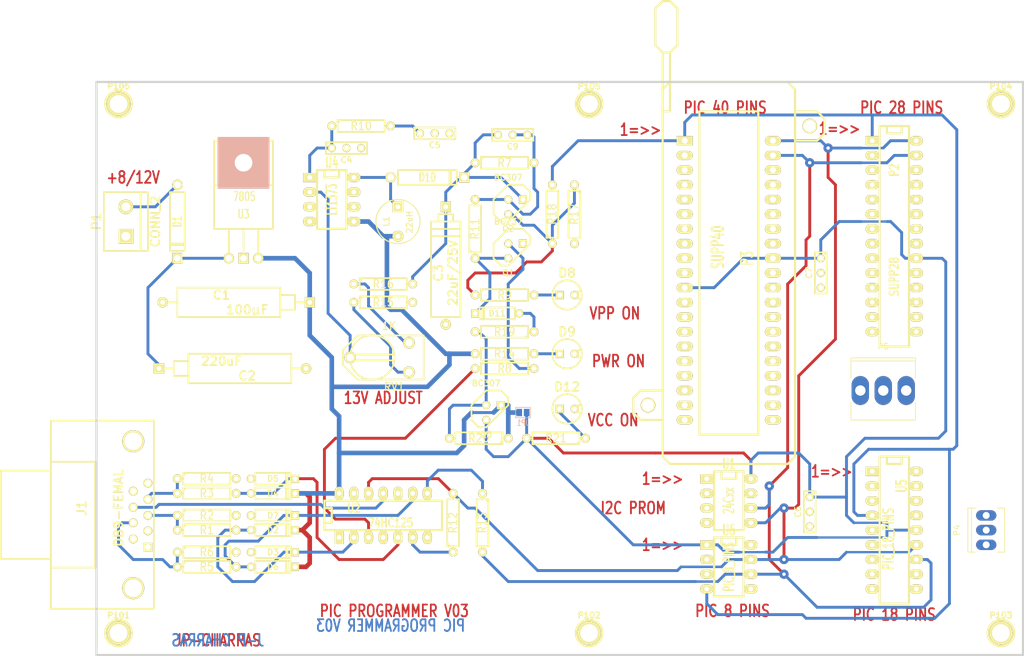
<source format=kicad_pcb>
(kicad_pcb (version 4) (host pcbnew 4.0.2-stable)

  (general
    (links 136)
    (no_connects 49)
    (area 73.469499 40.449499 233.870501 139.890501)
    (thickness 1.6)
    (drawings 24)
    (tracks 354)
    (zones 0)
    (modules 65)
    (nets 118)
  )

  (page A4)
  (title_block
    (title "SERIAL PIC PROGRAMMER")
  )

  (layers
    (0 Composant signal)
    (31 Cuivre signal)
    (32 B.Adhes user)
    (33 F.Adhes user)
    (34 B.Paste user)
    (35 F.Paste user)
    (36 B.SilkS user)
    (37 F.SilkS user)
    (38 B.Mask user)
    (39 F.Mask user)
    (40 Dwgs.User user)
    (41 Cmts.User user)
    (42 Eco1.User user)
    (43 Eco2.User user)
    (44 Edge.Cuts user)
    (45 Margin user)
    (46 B.CrtYd user)
    (47 F.CrtYd user)
    (48 B.Fab user)
    (49 F.Fab user)
  )

  (setup
    (last_trace_width 0.5)
    (user_trace_width 0.4)
    (user_trace_width 0.5)
    (trace_clearance 0.25)
    (zone_clearance 0.508)
    (zone_45_only no)
    (trace_min 0.254)
    (segment_width 0.381)
    (edge_width 0.381)
    (via_size 1.6)
    (via_drill 0.6)
    (via_min_size 0.889)
    (via_min_drill 0.508)
    (uvia_size 0.508)
    (uvia_drill 0.127)
    (uvias_allowed no)
    (uvia_min_size 0.508)
    (uvia_min_drill 0.127)
    (pcb_text_width 0.3048)
    (pcb_text_size 1.524 2.032)
    (mod_edge_width 0.381)
    (mod_text_size 1.524 1.524)
    (mod_text_width 0.3048)
    (pad_size 1.5748 2.794)
    (pad_drill 0.8128)
    (pad_to_mask_clearance 0.1)
    (aux_axis_origin 62.23 153.67)
    (visible_elements 7FFFFFFF)
    (pcbplotparams
      (layerselection 0x00030_80000001)
      (usegerberextensions true)
      (excludeedgelayer true)
      (linewidth 0.150000)
      (plotframeref false)
      (viasonmask false)
      (mode 1)
      (useauxorigin false)
      (hpglpennumber 1)
      (hpglpenspeed 20)
      (hpglpendiameter 15)
      (hpglpenoverlay 2)
      (psnegative false)
      (psa4output false)
      (plotreference true)
      (plotvalue true)
      (plotinvisibletext false)
      (padsonsilk false)
      (subtractmaskfromsilk false)
      (outputformat 1)
      (mirror false)
      (drillshape 1)
      (scaleselection 1)
      (outputdirectory ""))
  )

  (net 0 "")
  (net 1 /CTS)
  (net 2 /DTR)
  (net 3 /PC-CLOCK-OUT)
  (net 4 /TXD)
  (net 5 GND)
  (net 6 "Net-(C2-Pad1)")
  (net 7 "Net-(C4-Pad1)")
  (net 8 "Net-(C5-Pad1)")
  (net 9 "Net-(C9-Pad2)")
  (net 10 "Net-(D1-Pad1)")
  (net 11 "Net-(D10-Pad1)")
  (net 12 "Net-(D11-Pad1)")
  (net 13 "Net-(D11-Pad2)")
  (net 14 "Net-(D12-Pad1)")
  (net 15 "Net-(D2-Pad1)")
  (net 16 "Net-(D4-Pad1)")
  (net 17 "Net-(D6-Pad1)")
  (net 18 "Net-(D8-Pad1)")
  (net 19 "Net-(D9-Pad1)")
  (net 20 "Net-(Q1-Pad2)")
  (net 21 "Net-(Q2-Pad3)")
  (net 22 "Net-(Q3-Pad2)")
  (net 23 "Net-(R12-Pad1)")
  (net 24 "Net-(R13-Pad1)")
  (net 25 "Net-(R15-Pad1)")
  (net 26 "Net-(R16-Pad1)")
  (net 27 "Net-(R8-Pad1)")
  (net 28 "Net-(RV1-Pad2)")
  (net 29 VCC)
  (net 30 VPP)
  (net 31 /pic_sockets/VCC_PIC)
  (net 32 /pic_sockets/VPP-MCLR)
  (net 33 /pic_sockets/CLOCK-RB6)
  (net 34 /pic_sockets/DATA-RB7)
  (net 35 "Net-(J1-Pad1)")
  (net 36 "Net-(J1-Pad2)")
  (net 37 "Net-(J1-Pad6)")
  (net 38 "Net-(J1-Pad9)")
  (net 39 "Net-(P2-Pad2)")
  (net 40 "Net-(P2-Pad3)")
  (net 41 "Net-(P2-Pad4)")
  (net 42 "Net-(P2-Pad5)")
  (net 43 "Net-(P2-Pad6)")
  (net 44 "Net-(P2-Pad7)")
  (net 45 "Net-(P2-Pad9)")
  (net 46 "Net-(P2-Pad10)")
  (net 47 "Net-(P2-Pad11)")
  (net 48 "Net-(P2-Pad12)")
  (net 49 "Net-(P2-Pad13)")
  (net 50 "Net-(P2-Pad14)")
  (net 51 "Net-(P2-Pad15)")
  (net 52 "Net-(P2-Pad16)")
  (net 53 "Net-(P2-Pad17)")
  (net 54 "Net-(P2-Pad18)")
  (net 55 "Net-(P2-Pad21)")
  (net 56 "Net-(P2-Pad22)")
  (net 57 "Net-(P2-Pad23)")
  (net 58 "Net-(P2-Pad24)")
  (net 59 "Net-(P2-Pad25)")
  (net 60 "Net-(P2-Pad26)")
  (net 61 "Net-(P3-Pad2)")
  (net 62 "Net-(P3-Pad3)")
  (net 63 "Net-(P3-Pad4)")
  (net 64 "Net-(P3-Pad5)")
  (net 65 "Net-(P3-Pad6)")
  (net 66 "Net-(P3-Pad7)")
  (net 67 "Net-(P3-Pad9)")
  (net 68 "Net-(P3-Pad10)")
  (net 69 "Net-(P3-Pad13)")
  (net 70 "Net-(P3-Pad14)")
  (net 71 "Net-(P3-Pad15)")
  (net 72 "Net-(P3-Pad16)")
  (net 73 "Net-(P3-Pad17)")
  (net 74 "Net-(P3-Pad18)")
  (net 75 "Net-(P3-Pad19)")
  (net 76 "Net-(P3-Pad20)")
  (net 77 "Net-(P3-Pad21)")
  (net 78 "Net-(P3-Pad22)")
  (net 79 "Net-(P3-Pad23)")
  (net 80 "Net-(P3-Pad24)")
  (net 81 "Net-(P3-Pad25)")
  (net 82 "Net-(P3-Pad26)")
  (net 83 "Net-(P3-Pad27)")
  (net 84 "Net-(P3-Pad28)")
  (net 85 "Net-(P3-Pad29)")
  (net 86 "Net-(P3-Pad30)")
  (net 87 "Net-(P3-Pad33)")
  (net 88 "Net-(P3-Pad34)")
  (net 89 "Net-(P3-Pad35)")
  (net 90 "Net-(P3-Pad36)")
  (net 91 "Net-(P3-Pad37)")
  (net 92 "Net-(P3-Pad38)")
  (net 93 /pic_sockets/a3)
  (net 94 /pic_sockets/a2)
  (net 95 /pic_sockets/a1)
  (net 96 "Net-(P101-Pad1)")
  (net 97 "Net-(P102-Pad1)")
  (net 98 "Net-(P103-Pad1)")
  (net 99 "Net-(P104-Pad1)")
  (net 100 "Net-(P105-Pad1)")
  (net 101 "Net-(P106-Pad1)")
  (net 102 "Net-(U1-Pad7)")
  (net 103 "Net-(U4-Pad3)")
  (net 104 "Net-(U4-Pad4)")
  (net 105 "Net-(U5-Pad1)")
  (net 106 "Net-(U5-Pad2)")
  (net 107 "Net-(U5-Pad3)")
  (net 108 "Net-(U5-Pad6)")
  (net 109 "Net-(U5-Pad7)")
  (net 110 "Net-(U5-Pad8)")
  (net 111 "Net-(U5-Pad9)")
  (net 112 "Net-(U5-Pad10)")
  (net 113 "Net-(U5-Pad11)")
  (net 114 "Net-(U5-Pad15)")
  (net 115 "Net-(U6-Pad2)")
  (net 116 "Net-(U6-Pad3)")
  (net 117 "Net-(U6-Pad5)")

  (net_class Default "Ceci est la Netclass par défaut"
    (clearance 0.25)
    (trace_width 0.5)
    (via_dia 1.6)
    (via_drill 0.6)
    (uvia_dia 0.508)
    (uvia_drill 0.127)
    (add_net /CTS)
    (add_net /DTR)
    (add_net /PC-CLOCK-OUT)
    (add_net /TXD)
    (add_net /pic_sockets/CLOCK-RB6)
    (add_net /pic_sockets/DATA-RB7)
    (add_net /pic_sockets/VCC_PIC)
    (add_net /pic_sockets/VPP-MCLR)
    (add_net /pic_sockets/a1)
    (add_net /pic_sockets/a2)
    (add_net /pic_sockets/a3)
    (add_net "Net-(C2-Pad1)")
    (add_net "Net-(C4-Pad1)")
    (add_net "Net-(C5-Pad1)")
    (add_net "Net-(C9-Pad2)")
    (add_net "Net-(D1-Pad1)")
    (add_net "Net-(D10-Pad1)")
    (add_net "Net-(D11-Pad1)")
    (add_net "Net-(D11-Pad2)")
    (add_net "Net-(D12-Pad1)")
    (add_net "Net-(D2-Pad1)")
    (add_net "Net-(D4-Pad1)")
    (add_net "Net-(D6-Pad1)")
    (add_net "Net-(D8-Pad1)")
    (add_net "Net-(D9-Pad1)")
    (add_net "Net-(J1-Pad1)")
    (add_net "Net-(J1-Pad2)")
    (add_net "Net-(J1-Pad6)")
    (add_net "Net-(J1-Pad9)")
    (add_net "Net-(P101-Pad1)")
    (add_net "Net-(P102-Pad1)")
    (add_net "Net-(P103-Pad1)")
    (add_net "Net-(P104-Pad1)")
    (add_net "Net-(P105-Pad1)")
    (add_net "Net-(P106-Pad1)")
    (add_net "Net-(P2-Pad10)")
    (add_net "Net-(P2-Pad11)")
    (add_net "Net-(P2-Pad12)")
    (add_net "Net-(P2-Pad13)")
    (add_net "Net-(P2-Pad14)")
    (add_net "Net-(P2-Pad15)")
    (add_net "Net-(P2-Pad16)")
    (add_net "Net-(P2-Pad17)")
    (add_net "Net-(P2-Pad18)")
    (add_net "Net-(P2-Pad2)")
    (add_net "Net-(P2-Pad21)")
    (add_net "Net-(P2-Pad22)")
    (add_net "Net-(P2-Pad23)")
    (add_net "Net-(P2-Pad24)")
    (add_net "Net-(P2-Pad25)")
    (add_net "Net-(P2-Pad26)")
    (add_net "Net-(P2-Pad3)")
    (add_net "Net-(P2-Pad4)")
    (add_net "Net-(P2-Pad5)")
    (add_net "Net-(P2-Pad6)")
    (add_net "Net-(P2-Pad7)")
    (add_net "Net-(P2-Pad9)")
    (add_net "Net-(P3-Pad10)")
    (add_net "Net-(P3-Pad13)")
    (add_net "Net-(P3-Pad14)")
    (add_net "Net-(P3-Pad15)")
    (add_net "Net-(P3-Pad16)")
    (add_net "Net-(P3-Pad17)")
    (add_net "Net-(P3-Pad18)")
    (add_net "Net-(P3-Pad19)")
    (add_net "Net-(P3-Pad2)")
    (add_net "Net-(P3-Pad20)")
    (add_net "Net-(P3-Pad21)")
    (add_net "Net-(P3-Pad22)")
    (add_net "Net-(P3-Pad23)")
    (add_net "Net-(P3-Pad24)")
    (add_net "Net-(P3-Pad25)")
    (add_net "Net-(P3-Pad26)")
    (add_net "Net-(P3-Pad27)")
    (add_net "Net-(P3-Pad28)")
    (add_net "Net-(P3-Pad29)")
    (add_net "Net-(P3-Pad3)")
    (add_net "Net-(P3-Pad30)")
    (add_net "Net-(P3-Pad33)")
    (add_net "Net-(P3-Pad34)")
    (add_net "Net-(P3-Pad35)")
    (add_net "Net-(P3-Pad36)")
    (add_net "Net-(P3-Pad37)")
    (add_net "Net-(P3-Pad38)")
    (add_net "Net-(P3-Pad4)")
    (add_net "Net-(P3-Pad5)")
    (add_net "Net-(P3-Pad6)")
    (add_net "Net-(P3-Pad7)")
    (add_net "Net-(P3-Pad9)")
    (add_net "Net-(Q1-Pad2)")
    (add_net "Net-(Q2-Pad3)")
    (add_net "Net-(Q3-Pad2)")
    (add_net "Net-(R12-Pad1)")
    (add_net "Net-(R13-Pad1)")
    (add_net "Net-(R15-Pad1)")
    (add_net "Net-(R16-Pad1)")
    (add_net "Net-(R8-Pad1)")
    (add_net "Net-(RV1-Pad2)")
    (add_net "Net-(U1-Pad7)")
    (add_net "Net-(U4-Pad3)")
    (add_net "Net-(U4-Pad4)")
    (add_net "Net-(U5-Pad1)")
    (add_net "Net-(U5-Pad10)")
    (add_net "Net-(U5-Pad11)")
    (add_net "Net-(U5-Pad15)")
    (add_net "Net-(U5-Pad2)")
    (add_net "Net-(U5-Pad3)")
    (add_net "Net-(U5-Pad6)")
    (add_net "Net-(U5-Pad7)")
    (add_net "Net-(U5-Pad8)")
    (add_net "Net-(U5-Pad9)")
    (add_net "Net-(U6-Pad2)")
    (add_net "Net-(U6-Pad3)")
    (add_net "Net-(U6-Pad5)")
    (add_net VPP)
  )

  (net_class POWER ""
    (clearance 0.28)
    (trace_width 0.8)
    (via_dia 1.6)
    (via_drill 0.6)
    (uvia_dia 0.508)
    (uvia_drill 0.127)
    (add_net GND)
    (add_net VCC)
  )

  (module discret:CP10 (layer Composant) (tedit 54031E5E) (tstamp 54032B86)
    (at 97.79 78.74 180)
    (descr "Condensateur polarise")
    (tags CP)
    (path /442A5056)
    (fp_text reference C1 (at 2.54 1.27 180) (layer F.SilkS)
      (effects (font (thickness 0.3048)))
    )
    (fp_text value 100µF (at -1.905 -1.27 180) (layer F.SilkS)
      (effects (font (thickness 0.3048)))
    )
    (fp_line (start 12.7 0) (end 10.16 0) (layer F.SilkS) (width 0.3048))
    (fp_line (start 10.16 0) (end 10.16 2.54) (layer F.SilkS) (width 0.3048))
    (fp_line (start 10.16 2.54) (end -7.62 2.54) (layer F.SilkS) (width 0.3048))
    (fp_line (start -7.62 2.54) (end -7.62 -2.54) (layer F.SilkS) (width 0.3048))
    (fp_line (start -7.62 -2.54) (end 10.16 -2.54) (layer F.SilkS) (width 0.3048))
    (fp_line (start 10.16 -2.54) (end 10.16 0) (layer F.SilkS) (width 0.3048))
    (fp_line (start -7.62 -1.27) (end -10.16 -1.27) (layer F.SilkS) (width 0.3048))
    (fp_line (start -10.16 -1.27) (end -10.16 1.27) (layer F.SilkS) (width 0.3048))
    (fp_line (start -10.16 1.27) (end -7.62 1.27) (layer F.SilkS) (width 0.3048))
    (fp_line (start -12.7 0) (end -10.16 0) (layer F.SilkS) (width 0.3048))
    (pad 2 thru_hole circle (at 12.7 0 180) (size 1.778 1.778) (drill 0.8128) (layers *.Cu *.Mask F.SilkS)
      (net 5 GND))
    (pad 1 thru_hole rect (at -12.7 0 180) (size 1.778 1.778) (drill 0.8128) (layers *.Cu *.Mask F.SilkS)
      (net 29 VCC))
    (model Discret.3dshapes/CP6.wrl
      (at (xyz 0 0 0))
      (scale (xyz 1 1 1))
      (rotate (xyz 0 0 0))
    )
  )

  (module discret:CP10 (layer Composant) (tedit 54031E5E) (tstamp 54032B95)
    (at 97.155 90.17)
    (descr "Condensateur polarise")
    (tags CP)
    (path /442A501D)
    (fp_text reference C2 (at 2.54 1.27) (layer F.SilkS)
      (effects (font (thickness 0.3048)))
    )
    (fp_text value 220uF (at -1.905 -1.27) (layer F.SilkS)
      (effects (font (thickness 0.3048)))
    )
    (fp_line (start 12.7 0) (end 10.16 0) (layer F.SilkS) (width 0.3048))
    (fp_line (start 10.16 0) (end 10.16 2.54) (layer F.SilkS) (width 0.3048))
    (fp_line (start 10.16 2.54) (end -7.62 2.54) (layer F.SilkS) (width 0.3048))
    (fp_line (start -7.62 2.54) (end -7.62 -2.54) (layer F.SilkS) (width 0.3048))
    (fp_line (start -7.62 -2.54) (end 10.16 -2.54) (layer F.SilkS) (width 0.3048))
    (fp_line (start 10.16 -2.54) (end 10.16 0) (layer F.SilkS) (width 0.3048))
    (fp_line (start -7.62 -1.27) (end -10.16 -1.27) (layer F.SilkS) (width 0.3048))
    (fp_line (start -10.16 -1.27) (end -10.16 1.27) (layer F.SilkS) (width 0.3048))
    (fp_line (start -10.16 1.27) (end -7.62 1.27) (layer F.SilkS) (width 0.3048))
    (fp_line (start -12.7 0) (end -10.16 0) (layer F.SilkS) (width 0.3048))
    (pad 2 thru_hole circle (at 12.7 0) (size 1.778 1.778) (drill 0.8128) (layers *.Cu *.Mask F.SilkS)
      (net 5 GND))
    (pad 1 thru_hole rect (at -12.7 0) (size 1.778 1.778) (drill 0.8128) (layers *.Cu *.Mask F.SilkS)
      (net 6 "Net-(C2-Pad1)"))
    (model Discret.3dshapes/CP6.wrl
      (at (xyz 0 0 0))
      (scale (xyz 1 1 1))
      (rotate (xyz 0 0 0))
    )
  )

  (module discret:CP8 (layer Composant) (tedit 54031E5E) (tstamp 54032BA4)
    (at 133.985 72.39 270)
    (descr "Condensateur polarise")
    (tags CP)
    (path /442A584C)
    (fp_text reference C3 (at 1.27 1.27 270) (layer F.SilkS)
      (effects (font (thickness 0.3048)))
    )
    (fp_text value 22uF/25V (at 1.27 -1.27 270) (layer F.SilkS)
      (effects (font (thickness 0.3048)))
    )
    (fp_line (start -10.16 0) (end -8.89 0) (layer F.SilkS) (width 0.3048))
    (fp_line (start -7.62 1.27) (end -8.89 1.27) (layer F.SilkS) (width 0.3048))
    (fp_line (start -8.89 1.27) (end -8.89 -1.27) (layer F.SilkS) (width 0.3048))
    (fp_line (start -8.89 -1.27) (end -7.62 -1.27) (layer F.SilkS) (width 0.3048))
    (fp_line (start -7.62 2.54) (end -7.62 -2.54) (layer F.SilkS) (width 0.3048))
    (fp_line (start -7.62 -2.54) (end 8.89 -2.54) (layer F.SilkS) (width 0.3048))
    (fp_line (start 8.89 -2.54) (end 8.89 2.54) (layer F.SilkS) (width 0.3048))
    (fp_line (start 8.89 2.54) (end -7.62 2.54) (layer F.SilkS) (width 0.3048))
    (fp_line (start 8.89 0) (end 10.16 0) (layer F.SilkS) (width 0.3048))
    (fp_line (start -5.08 -2.54) (end -5.08 2.54) (layer F.SilkS) (width 0.3048))
    (fp_line (start -6.35 2.54) (end -6.35 -2.54) (layer F.SilkS) (width 0.3048))
    (pad 1 thru_hole rect (at -10.16 0 270) (size 1.778 1.778) (drill 0.8128) (layers *.Cu *.Mask F.SilkS)
      (net 30 VPP))
    (pad 2 thru_hole circle (at 10.16 0 270) (size 1.778 1.778) (drill 0.8128) (layers *.Cu *.Mask F.SilkS)
      (net 5 GND))
    (model Discret.3dshapes/CP6.wrl
      (at (xyz 0 0 0))
      (scale (xyz 0.8 0.8 0.8))
      (rotate (xyz 0 0 0))
    )
  )

  (module discret:C1-1 (layer Composant) (tedit 54031E5E) (tstamp 54032BB4)
    (at 116.84 52.07)
    (descr "Condensateur e = 1 ou 2 pas")
    (tags C)
    (path /442A5F61)
    (fp_text reference C4 (at 0 2.032) (layer F.SilkS)
      (effects (font (size 1.016 1.016) (thickness 0.2032)))
    )
    (fp_text value 0 (at 0 2.032) (layer F.SilkS) hide
      (effects (font (size 1.016 1.016) (thickness 0.2032)))
    )
    (fp_line (start -3.556 -1.016) (end 3.556 -1.016) (layer F.SilkS) (width 0.3048))
    (fp_line (start 3.556 -1.016) (end 3.556 1.016) (layer F.SilkS) (width 0.3048))
    (fp_line (start 3.556 1.016) (end -3.556 1.016) (layer F.SilkS) (width 0.3048))
    (fp_line (start -3.556 1.016) (end -3.556 -1.016) (layer F.SilkS) (width 0.3048))
    (fp_line (start -3.556 -0.508) (end -3.048 -1.016) (layer F.SilkS) (width 0.3048))
    (pad 1 thru_hole circle (at -2.54 0) (size 1.397 1.397) (drill 0.8128) (layers *.Cu *.Mask F.SilkS)
      (net 7 "Net-(C4-Pad1)"))
    (pad 2 thru_hole circle (at 2.54 0) (size 1.397 1.397) (drill 0.8128) (layers *.Cu *.Mask F.SilkS)
      (net 5 GND))
    (pad 2 thru_hole circle (at 0 0) (size 1.397 1.397) (drill 0.8128) (layers *.Cu *.Mask F.SilkS)
      (net 5 GND))
    (model Discret.3dshapes/C2.wrl
      (at (xyz 0 0 0))
      (scale (xyz 1 1 1))
      (rotate (xyz 0 0 0))
    )
  )

  (module discret:C1-1 (layer Composant) (tedit 54031E5E) (tstamp 54032BBF)
    (at 132.08 49.53)
    (descr "Condensateur e = 1 ou 2 pas")
    (tags C)
    (path /442A58B1)
    (fp_text reference C5 (at 0 2.032) (layer F.SilkS)
      (effects (font (size 1.016 1.016) (thickness 0.2032)))
    )
    (fp_text value 10nF (at 0 2.032) (layer F.SilkS) hide
      (effects (font (size 1.016 1.016) (thickness 0.2032)))
    )
    (fp_line (start -3.556 -1.016) (end 3.556 -1.016) (layer F.SilkS) (width 0.3048))
    (fp_line (start 3.556 -1.016) (end 3.556 1.016) (layer F.SilkS) (width 0.3048))
    (fp_line (start 3.556 1.016) (end -3.556 1.016) (layer F.SilkS) (width 0.3048))
    (fp_line (start -3.556 1.016) (end -3.556 -1.016) (layer F.SilkS) (width 0.3048))
    (fp_line (start -3.556 -0.508) (end -3.048 -1.016) (layer F.SilkS) (width 0.3048))
    (pad 1 thru_hole circle (at -2.54 0) (size 1.397 1.397) (drill 0.8128) (layers *.Cu *.Mask F.SilkS)
      (net 8 "Net-(C5-Pad1)"))
    (pad 2 thru_hole circle (at 2.54 0) (size 1.397 1.397) (drill 0.8128) (layers *.Cu *.Mask F.SilkS)
      (net 5 GND))
    (pad 2 thru_hole circle (at 0 0) (size 1.397 1.397) (drill 0.8128) (layers *.Cu *.Mask F.SilkS)
      (net 5 GND))
    (model Discret.3dshapes/C2.wrl
      (at (xyz 0 0 0))
      (scale (xyz 1 1 1))
      (rotate (xyz 0 0 0))
    )
  )

  (module discret:C1-1 (layer Composant) (tedit 54031E5E) (tstamp 54032BCA)
    (at 196.85 114.935 270)
    (descr "Condensateur e = 1 ou 2 pas")
    (tags C)
    (path /4804A5E2/442AA12B)
    (fp_text reference C6 (at 0 2.032 270) (layer F.SilkS)
      (effects (font (size 1.016 1.016) (thickness 0.2032)))
    )
    (fp_text value 100nF (at 0 2.032 270) (layer F.SilkS) hide
      (effects (font (size 1.016 1.016) (thickness 0.2032)))
    )
    (fp_line (start -3.556 -1.016) (end 3.556 -1.016) (layer F.SilkS) (width 0.3048))
    (fp_line (start 3.556 -1.016) (end 3.556 1.016) (layer F.SilkS) (width 0.3048))
    (fp_line (start 3.556 1.016) (end -3.556 1.016) (layer F.SilkS) (width 0.3048))
    (fp_line (start -3.556 1.016) (end -3.556 -1.016) (layer F.SilkS) (width 0.3048))
    (fp_line (start -3.556 -0.508) (end -3.048 -1.016) (layer F.SilkS) (width 0.3048))
    (pad 1 thru_hole circle (at -2.54 0 270) (size 1.397 1.397) (drill 0.8128) (layers *.Cu *.Mask F.SilkS)
      (net 31 /pic_sockets/VCC_PIC))
    (pad 2 thru_hole circle (at 2.54 0 270) (size 1.397 1.397) (drill 0.8128) (layers *.Cu *.Mask F.SilkS)
      (net 5 GND))
    (pad 2 thru_hole circle (at 0 0 270) (size 1.397 1.397) (drill 0.8128) (layers *.Cu *.Mask F.SilkS)
      (net 5 GND))
    (model Discret.3dshapes/C2.wrl
      (at (xyz 0 0 0))
      (scale (xyz 1 1 1))
      (rotate (xyz 0 0 0))
    )
  )

  (module discret:C1-1 (layer Composant) (tedit 54031E5E) (tstamp 54032BD5)
    (at 198.755 73.66 270)
    (descr "Condensateur e = 1 ou 2 pas")
    (tags C)
    (path /4804A5E2/442AA145)
    (fp_text reference C7 (at 0 2.032 270) (layer F.SilkS)
      (effects (font (size 1.016 1.016) (thickness 0.2032)))
    )
    (fp_text value 100nF (at 0 2.032 270) (layer F.SilkS) hide
      (effects (font (size 1.016 1.016) (thickness 0.2032)))
    )
    (fp_line (start -3.556 -1.016) (end 3.556 -1.016) (layer F.SilkS) (width 0.3048))
    (fp_line (start 3.556 -1.016) (end 3.556 1.016) (layer F.SilkS) (width 0.3048))
    (fp_line (start 3.556 1.016) (end -3.556 1.016) (layer F.SilkS) (width 0.3048))
    (fp_line (start -3.556 1.016) (end -3.556 -1.016) (layer F.SilkS) (width 0.3048))
    (fp_line (start -3.556 -0.508) (end -3.048 -1.016) (layer F.SilkS) (width 0.3048))
    (pad 1 thru_hole circle (at -2.54 0 270) (size 1.397 1.397) (drill 0.8128) (layers *.Cu *.Mask F.SilkS)
      (net 31 /pic_sockets/VCC_PIC))
    (pad 2 thru_hole circle (at 2.54 0 270) (size 1.397 1.397) (drill 0.8128) (layers *.Cu *.Mask F.SilkS)
      (net 5 GND))
    (pad 2 thru_hole circle (at 0 0 270) (size 1.397 1.397) (drill 0.8128) (layers *.Cu *.Mask F.SilkS)
      (net 5 GND))
    (model Discret.3dshapes/C2.wrl
      (at (xyz 0 0 0))
      (scale (xyz 1 1 1))
      (rotate (xyz 0 0 0))
    )
  )

  (module discret:C1-1 (layer Composant) (tedit 54031E5E) (tstamp 54032BE0)
    (at 145.542 49.784)
    (descr "Condensateur e = 1 ou 2 pas")
    (tags C)
    (path /464AD280)
    (fp_text reference C9 (at 0 2.032) (layer F.SilkS)
      (effects (font (size 1.016 1.016) (thickness 0.2032)))
    )
    (fp_text value 220nF (at 0 2.032) (layer F.SilkS) hide
      (effects (font (size 1.016 1.016) (thickness 0.2032)))
    )
    (fp_line (start -3.556 -1.016) (end 3.556 -1.016) (layer F.SilkS) (width 0.3048))
    (fp_line (start 3.556 -1.016) (end 3.556 1.016) (layer F.SilkS) (width 0.3048))
    (fp_line (start 3.556 1.016) (end -3.556 1.016) (layer F.SilkS) (width 0.3048))
    (fp_line (start -3.556 1.016) (end -3.556 -1.016) (layer F.SilkS) (width 0.3048))
    (fp_line (start -3.556 -0.508) (end -3.048 -1.016) (layer F.SilkS) (width 0.3048))
    (pad 1 thru_hole circle (at -2.54 0) (size 1.397 1.397) (drill 0.8128) (layers *.Cu *.Mask F.SilkS)
      (net 30 VPP))
    (pad 2 thru_hole circle (at 2.54 0) (size 1.397 1.397) (drill 0.8128) (layers *.Cu *.Mask F.SilkS)
      (net 9 "Net-(C9-Pad2)"))
    (pad 2 thru_hole circle (at 0 0) (size 1.397 1.397) (drill 0.8128) (layers *.Cu *.Mask F.SilkS)
      (net 9 "Net-(C9-Pad2)"))
    (model Discret.3dshapes/C2.wrl
      (at (xyz 0 0 0))
      (scale (xyz 1 1 1))
      (rotate (xyz 0 0 0))
    )
  )

  (module discret:D5 (layer Composant) (tedit 54031E5E) (tstamp 54032BEB)
    (at 87.63 64.77 270)
    (descr "Diode 5 pas")
    (tags "DIODE DEV")
    (path /442A500B)
    (fp_text reference D1 (at 0 0 270) (layer F.SilkS)
      (effects (font (size 1.524 1.016) (thickness 0.3048)))
    )
    (fp_text value 1N4004 (at -0.254 0 270) (layer F.SilkS) hide
      (effects (font (size 1.524 1.016) (thickness 0.3048)))
    )
    (fp_line (start 6.35 0) (end 5.08 0) (layer F.SilkS) (width 0.3048))
    (fp_line (start 5.08 0) (end 5.08 -1.27) (layer F.SilkS) (width 0.3048))
    (fp_line (start 5.08 -1.27) (end -5.08 -1.27) (layer F.SilkS) (width 0.3048))
    (fp_line (start -5.08 -1.27) (end -5.08 0) (layer F.SilkS) (width 0.3048))
    (fp_line (start -5.08 0) (end -6.35 0) (layer F.SilkS) (width 0.3048))
    (fp_line (start -5.08 0) (end -5.08 1.27) (layer F.SilkS) (width 0.3048))
    (fp_line (start -5.08 1.27) (end 5.08 1.27) (layer F.SilkS) (width 0.3048))
    (fp_line (start 5.08 1.27) (end 5.08 0) (layer F.SilkS) (width 0.3048))
    (fp_line (start 3.81 -1.27) (end 3.81 1.27) (layer F.SilkS) (width 0.3048))
    (fp_line (start 4.064 -1.27) (end 4.064 1.27) (layer F.SilkS) (width 0.3048))
    (pad 1 thru_hole circle (at -6.35 0 270) (size 1.778 1.778) (drill 1.143) (layers *.Cu *.Mask F.SilkS)
      (net 10 "Net-(D1-Pad1)"))
    (pad 2 thru_hole rect (at 6.35 0 270) (size 1.778 1.778) (drill 1.143) (layers *.Cu *.Mask F.SilkS)
      (net 6 "Net-(C2-Pad1)"))
    (model Discret.3dshapes/D3.wrl
      (at (xyz 0 0 0))
      (scale (xyz 0.5 0.5 0.5))
      (rotate (xyz 0 0 0))
    )
  )

  (module discret:D3 (layer Composant) (tedit 538C4421) (tstamp 54032BFA)
    (at 104.14 118.11)
    (descr "Diode 3 pas")
    (tags "DIODE DEV")
    (path /442A4D1B)
    (fp_text reference D2 (at 0 0) (layer F.SilkS)
      (effects (font (size 1.016 1.016) (thickness 0.2032)))
    )
    (fp_text value BAT43 (at 0 0) (layer F.SilkS) hide
      (effects (font (size 1.016 1.016) (thickness 0.2032)))
    )
    (fp_line (start 3.81 0) (end 3.048 0) (layer F.SilkS) (width 0.3048))
    (fp_line (start 3.048 0) (end 3.048 -1.016) (layer F.SilkS) (width 0.3048))
    (fp_line (start 3.048 -1.016) (end -3.048 -1.016) (layer F.SilkS) (width 0.3048))
    (fp_line (start -3.048 -1.016) (end -3.048 0) (layer F.SilkS) (width 0.3048))
    (fp_line (start -3.048 0) (end -3.81 0) (layer F.SilkS) (width 0.3048))
    (fp_line (start -3.048 0) (end -3.048 1.016) (layer F.SilkS) (width 0.3048))
    (fp_line (start -3.048 1.016) (end 3.048 1.016) (layer F.SilkS) (width 0.3048))
    (fp_line (start 3.048 1.016) (end 3.048 0) (layer F.SilkS) (width 0.3048))
    (fp_line (start 2.54 -1.016) (end 2.54 1.016) (layer F.SilkS) (width 0.3048))
    (fp_line (start 2.286 1.016) (end 2.286 -1.016) (layer F.SilkS) (width 0.3048))
    (pad 2 thru_hole rect (at 3.81 0) (size 1.397 1.397) (drill 0.8128) (layers *.Cu *.Mask F.SilkS)
      (net 29 VCC))
    (pad 1 thru_hole circle (at -3.81 0) (size 1.397 1.397) (drill 0.8128) (layers *.Cu *.Mask F.SilkS)
      (net 15 "Net-(D2-Pad1)"))
    (model Discret.3dshapes/D3.wrl
      (at (xyz 0 0 0))
      (scale (xyz 0.3 0.3 0.3))
      (rotate (xyz 0 0 0))
    )
  )

  (module discret:D3 (layer Composant) (tedit 538C4421) (tstamp 54032C09)
    (at 104.14 121.92)
    (descr "Diode 3 pas")
    (tags "DIODE DEV")
    (path /442A4D25)
    (fp_text reference D3 (at 0 0) (layer F.SilkS)
      (effects (font (size 1.016 1.016) (thickness 0.2032)))
    )
    (fp_text value BAT43 (at 0 0) (layer F.SilkS) hide
      (effects (font (size 1.016 1.016) (thickness 0.2032)))
    )
    (fp_line (start 3.81 0) (end 3.048 0) (layer F.SilkS) (width 0.3048))
    (fp_line (start 3.048 0) (end 3.048 -1.016) (layer F.SilkS) (width 0.3048))
    (fp_line (start 3.048 -1.016) (end -3.048 -1.016) (layer F.SilkS) (width 0.3048))
    (fp_line (start -3.048 -1.016) (end -3.048 0) (layer F.SilkS) (width 0.3048))
    (fp_line (start -3.048 0) (end -3.81 0) (layer F.SilkS) (width 0.3048))
    (fp_line (start -3.048 0) (end -3.048 1.016) (layer F.SilkS) (width 0.3048))
    (fp_line (start -3.048 1.016) (end 3.048 1.016) (layer F.SilkS) (width 0.3048))
    (fp_line (start 3.048 1.016) (end 3.048 0) (layer F.SilkS) (width 0.3048))
    (fp_line (start 2.54 -1.016) (end 2.54 1.016) (layer F.SilkS) (width 0.3048))
    (fp_line (start 2.286 1.016) (end 2.286 -1.016) (layer F.SilkS) (width 0.3048))
    (pad 2 thru_hole rect (at 3.81 0) (size 1.397 1.397) (drill 0.8128) (layers *.Cu *.Mask F.SilkS)
      (net 15 "Net-(D2-Pad1)"))
    (pad 1 thru_hole circle (at -3.81 0) (size 1.397 1.397) (drill 0.8128) (layers *.Cu *.Mask F.SilkS)
      (net 5 GND))
    (model Discret.3dshapes/D3.wrl
      (at (xyz 0 0 0))
      (scale (xyz 0.3 0.3 0.3))
      (rotate (xyz 0 0 0))
    )
  )

  (module discret:D3 (layer Composant) (tedit 538C4421) (tstamp 54032C18)
    (at 104.14 111.76)
    (descr "Diode 3 pas")
    (tags "DIODE DEV")
    (path /442A4D5C)
    (fp_text reference D4 (at 0 0) (layer F.SilkS)
      (effects (font (size 1.016 1.016) (thickness 0.2032)))
    )
    (fp_text value BAT43 (at 0 0) (layer F.SilkS) hide
      (effects (font (size 1.016 1.016) (thickness 0.2032)))
    )
    (fp_line (start 3.81 0) (end 3.048 0) (layer F.SilkS) (width 0.3048))
    (fp_line (start 3.048 0) (end 3.048 -1.016) (layer F.SilkS) (width 0.3048))
    (fp_line (start 3.048 -1.016) (end -3.048 -1.016) (layer F.SilkS) (width 0.3048))
    (fp_line (start -3.048 -1.016) (end -3.048 0) (layer F.SilkS) (width 0.3048))
    (fp_line (start -3.048 0) (end -3.81 0) (layer F.SilkS) (width 0.3048))
    (fp_line (start -3.048 0) (end -3.048 1.016) (layer F.SilkS) (width 0.3048))
    (fp_line (start -3.048 1.016) (end 3.048 1.016) (layer F.SilkS) (width 0.3048))
    (fp_line (start 3.048 1.016) (end 3.048 0) (layer F.SilkS) (width 0.3048))
    (fp_line (start 2.54 -1.016) (end 2.54 1.016) (layer F.SilkS) (width 0.3048))
    (fp_line (start 2.286 1.016) (end 2.286 -1.016) (layer F.SilkS) (width 0.3048))
    (pad 2 thru_hole rect (at 3.81 0) (size 1.397 1.397) (drill 0.8128) (layers *.Cu *.Mask F.SilkS)
      (net 29 VCC))
    (pad 1 thru_hole circle (at -3.81 0) (size 1.397 1.397) (drill 0.8128) (layers *.Cu *.Mask F.SilkS)
      (net 16 "Net-(D4-Pad1)"))
    (model Discret.3dshapes/D3.wrl
      (at (xyz 0 0 0))
      (scale (xyz 0.3 0.3 0.3))
      (rotate (xyz 0 0 0))
    )
  )

  (module discret:D3 (layer Composant) (tedit 538C4421) (tstamp 54032C27)
    (at 104.14 109.22)
    (descr "Diode 3 pas")
    (tags "DIODE DEV")
    (path /442A4D5D)
    (fp_text reference D5 (at 0 0) (layer F.SilkS)
      (effects (font (size 1.016 1.016) (thickness 0.2032)))
    )
    (fp_text value BAT43 (at 0 0) (layer F.SilkS) hide
      (effects (font (size 1.016 1.016) (thickness 0.2032)))
    )
    (fp_line (start 3.81 0) (end 3.048 0) (layer F.SilkS) (width 0.3048))
    (fp_line (start 3.048 0) (end 3.048 -1.016) (layer F.SilkS) (width 0.3048))
    (fp_line (start 3.048 -1.016) (end -3.048 -1.016) (layer F.SilkS) (width 0.3048))
    (fp_line (start -3.048 -1.016) (end -3.048 0) (layer F.SilkS) (width 0.3048))
    (fp_line (start -3.048 0) (end -3.81 0) (layer F.SilkS) (width 0.3048))
    (fp_line (start -3.048 0) (end -3.048 1.016) (layer F.SilkS) (width 0.3048))
    (fp_line (start -3.048 1.016) (end 3.048 1.016) (layer F.SilkS) (width 0.3048))
    (fp_line (start 3.048 1.016) (end 3.048 0) (layer F.SilkS) (width 0.3048))
    (fp_line (start 2.54 -1.016) (end 2.54 1.016) (layer F.SilkS) (width 0.3048))
    (fp_line (start 2.286 1.016) (end 2.286 -1.016) (layer F.SilkS) (width 0.3048))
    (pad 2 thru_hole rect (at 3.81 0) (size 1.397 1.397) (drill 0.8128) (layers *.Cu *.Mask F.SilkS)
      (net 16 "Net-(D4-Pad1)"))
    (pad 1 thru_hole circle (at -3.81 0) (size 1.397 1.397) (drill 0.8128) (layers *.Cu *.Mask F.SilkS)
      (net 5 GND))
    (model Discret.3dshapes/D3.wrl
      (at (xyz 0 0 0))
      (scale (xyz 0.3 0.3 0.3))
      (rotate (xyz 0 0 0))
    )
  )

  (module discret:D3 (layer Composant) (tedit 538C4421) (tstamp 54032C36)
    (at 104.14 124.46)
    (descr "Diode 3 pas")
    (tags "DIODE DEV")
    (path /442A4D64)
    (fp_text reference D6 (at 0 0) (layer F.SilkS)
      (effects (font (size 1.016 1.016) (thickness 0.2032)))
    )
    (fp_text value BAT43 (at 0 0) (layer F.SilkS) hide
      (effects (font (size 1.016 1.016) (thickness 0.2032)))
    )
    (fp_line (start 3.81 0) (end 3.048 0) (layer F.SilkS) (width 0.3048))
    (fp_line (start 3.048 0) (end 3.048 -1.016) (layer F.SilkS) (width 0.3048))
    (fp_line (start 3.048 -1.016) (end -3.048 -1.016) (layer F.SilkS) (width 0.3048))
    (fp_line (start -3.048 -1.016) (end -3.048 0) (layer F.SilkS) (width 0.3048))
    (fp_line (start -3.048 0) (end -3.81 0) (layer F.SilkS) (width 0.3048))
    (fp_line (start -3.048 0) (end -3.048 1.016) (layer F.SilkS) (width 0.3048))
    (fp_line (start -3.048 1.016) (end 3.048 1.016) (layer F.SilkS) (width 0.3048))
    (fp_line (start 3.048 1.016) (end 3.048 0) (layer F.SilkS) (width 0.3048))
    (fp_line (start 2.54 -1.016) (end 2.54 1.016) (layer F.SilkS) (width 0.3048))
    (fp_line (start 2.286 1.016) (end 2.286 -1.016) (layer F.SilkS) (width 0.3048))
    (pad 2 thru_hole rect (at 3.81 0) (size 1.397 1.397) (drill 0.8128) (layers *.Cu *.Mask F.SilkS)
      (net 29 VCC))
    (pad 1 thru_hole circle (at -3.81 0) (size 1.397 1.397) (drill 0.8128) (layers *.Cu *.Mask F.SilkS)
      (net 17 "Net-(D6-Pad1)"))
    (model Discret.3dshapes/D3.wrl
      (at (xyz 0 0 0))
      (scale (xyz 0.3 0.3 0.3))
      (rotate (xyz 0 0 0))
    )
  )

  (module discret:D3 (layer Composant) (tedit 538C4421) (tstamp 54032C45)
    (at 104.14 115.57)
    (descr "Diode 3 pas")
    (tags "DIODE DEV")
    (path /442A4D65)
    (fp_text reference D7 (at 0 0) (layer F.SilkS)
      (effects (font (size 1.016 1.016) (thickness 0.2032)))
    )
    (fp_text value BAT43 (at 0 0) (layer F.SilkS) hide
      (effects (font (size 1.016 1.016) (thickness 0.2032)))
    )
    (fp_line (start 3.81 0) (end 3.048 0) (layer F.SilkS) (width 0.3048))
    (fp_line (start 3.048 0) (end 3.048 -1.016) (layer F.SilkS) (width 0.3048))
    (fp_line (start 3.048 -1.016) (end -3.048 -1.016) (layer F.SilkS) (width 0.3048))
    (fp_line (start -3.048 -1.016) (end -3.048 0) (layer F.SilkS) (width 0.3048))
    (fp_line (start -3.048 0) (end -3.81 0) (layer F.SilkS) (width 0.3048))
    (fp_line (start -3.048 0) (end -3.048 1.016) (layer F.SilkS) (width 0.3048))
    (fp_line (start -3.048 1.016) (end 3.048 1.016) (layer F.SilkS) (width 0.3048))
    (fp_line (start 3.048 1.016) (end 3.048 0) (layer F.SilkS) (width 0.3048))
    (fp_line (start 2.54 -1.016) (end 2.54 1.016) (layer F.SilkS) (width 0.3048))
    (fp_line (start 2.286 1.016) (end 2.286 -1.016) (layer F.SilkS) (width 0.3048))
    (pad 2 thru_hole rect (at 3.81 0) (size 1.397 1.397) (drill 0.8128) (layers *.Cu *.Mask F.SilkS)
      (net 17 "Net-(D6-Pad1)"))
    (pad 1 thru_hole circle (at -3.81 0) (size 1.397 1.397) (drill 0.8128) (layers *.Cu *.Mask F.SilkS)
      (net 5 GND))
    (model Discret.3dshapes/D3.wrl
      (at (xyz 0 0 0))
      (scale (xyz 0.3 0.3 0.3))
      (rotate (xyz 0 0 0))
    )
  )

  (module discret:LEDV (layer Composant) (tedit 54031E5E) (tstamp 54032C54)
    (at 154.94 77.47)
    (descr "Led verticale diam 6mm")
    (tags "LED DEV")
    (path /442A4F5D)
    (fp_text reference D8 (at 0 -3.81) (layer F.SilkS)
      (effects (font (thickness 0.3048)))
    )
    (fp_text value RED-LED (at 0 -3.81) (layer F.SilkS) hide
      (effects (font (thickness 0.3048)))
    )
    (fp_circle (center 0 0) (end -2.54 0) (layer F.SilkS) (width 0.3048))
    (fp_line (start 2.54 -0.635) (end 1.905 -0.635) (layer F.SilkS) (width 0.3048))
    (fp_line (start 1.905 -0.635) (end 1.905 0.635) (layer F.SilkS) (width 0.3048))
    (fp_line (start 1.905 0.635) (end 2.54 0.635) (layer F.SilkS) (width 0.3048))
    (pad 1 thru_hole rect (at -1.27 0) (size 1.397 1.397) (drill 0.8128) (layers *.Cu *.Mask F.SilkS)
      (net 18 "Net-(D8-Pad1)"))
    (pad 2 thru_hole circle (at 1.27 0) (size 1.397 1.397) (drill 0.8128) (layers *.Cu *.Mask F.SilkS)
      (net 5 GND))
    (model LEDs.3dshapes/LED-5MM.wrl
      (at (xyz 0 0 0))
      (scale (xyz 1 1 1))
      (rotate (xyz 0 0 0))
    )
  )

  (module discret:LEDV (layer Composant) (tedit 54031E5E) (tstamp 54032C5D)
    (at 154.94 87.63)
    (descr "Led verticale diam 6mm")
    (tags "LED DEV")
    (path /442A5084)
    (fp_text reference D9 (at 0 -3.81) (layer F.SilkS)
      (effects (font (thickness 0.3048)))
    )
    (fp_text value GREEN-LED (at 0 -3.81) (layer F.SilkS) hide
      (effects (font (thickness 0.3048)))
    )
    (fp_circle (center 0 0) (end -2.54 0) (layer F.SilkS) (width 0.3048))
    (fp_line (start 2.54 -0.635) (end 1.905 -0.635) (layer F.SilkS) (width 0.3048))
    (fp_line (start 1.905 -0.635) (end 1.905 0.635) (layer F.SilkS) (width 0.3048))
    (fp_line (start 1.905 0.635) (end 2.54 0.635) (layer F.SilkS) (width 0.3048))
    (pad 1 thru_hole rect (at -1.27 0) (size 1.397 1.397) (drill 0.8128) (layers *.Cu *.Mask F.SilkS)
      (net 19 "Net-(D9-Pad1)"))
    (pad 2 thru_hole circle (at 1.27 0) (size 1.397 1.397) (drill 0.8128) (layers *.Cu *.Mask F.SilkS)
      (net 5 GND))
    (model LEDs.3dshapes/LED-5MM.wrl
      (at (xyz 0 0 0))
      (scale (xyz 1 1 1))
      (rotate (xyz 0 0 0))
    )
  )

  (module discret:D5 (layer Composant) (tedit 54031E5E) (tstamp 54032C66)
    (at 130.81 57.15)
    (descr "Diode 5 pas")
    (tags "DIODE DEV")
    (path /442A6026)
    (fp_text reference D10 (at 0 0) (layer F.SilkS)
      (effects (font (size 1.524 1.016) (thickness 0.3048)))
    )
    (fp_text value SCHOTTKY (at -0.254 0) (layer F.SilkS) hide
      (effects (font (size 1.524 1.016) (thickness 0.3048)))
    )
    (fp_line (start 6.35 0) (end 5.08 0) (layer F.SilkS) (width 0.3048))
    (fp_line (start 5.08 0) (end 5.08 -1.27) (layer F.SilkS) (width 0.3048))
    (fp_line (start 5.08 -1.27) (end -5.08 -1.27) (layer F.SilkS) (width 0.3048))
    (fp_line (start -5.08 -1.27) (end -5.08 0) (layer F.SilkS) (width 0.3048))
    (fp_line (start -5.08 0) (end -6.35 0) (layer F.SilkS) (width 0.3048))
    (fp_line (start -5.08 0) (end -5.08 1.27) (layer F.SilkS) (width 0.3048))
    (fp_line (start -5.08 1.27) (end 5.08 1.27) (layer F.SilkS) (width 0.3048))
    (fp_line (start 5.08 1.27) (end 5.08 0) (layer F.SilkS) (width 0.3048))
    (fp_line (start 3.81 -1.27) (end 3.81 1.27) (layer F.SilkS) (width 0.3048))
    (fp_line (start 4.064 -1.27) (end 4.064 1.27) (layer F.SilkS) (width 0.3048))
    (pad 1 thru_hole circle (at -6.35 0) (size 1.778 1.778) (drill 1.143) (layers *.Cu *.Mask F.SilkS)
      (net 11 "Net-(D10-Pad1)"))
    (pad 2 thru_hole rect (at 6.35 0) (size 1.778 1.778) (drill 1.143) (layers *.Cu *.Mask F.SilkS)
      (net 30 VPP))
    (model Discret.3dshapes/D3.wrl
      (at (xyz 0 0 0))
      (scale (xyz 0.5 0.5 0.5))
      (rotate (xyz 0 0 0))
    )
  )

  (module discret:D3 (layer Composant) (tedit 538C4421) (tstamp 54032C75)
    (at 142.875 80.645 180)
    (descr "Diode 3 pas")
    (tags "DIODE DEV")
    (path /4639BA28)
    (fp_text reference D11 (at 0 0 180) (layer F.SilkS)
      (effects (font (size 1.016 1.016) (thickness 0.2032)))
    )
    (fp_text value BAT43 (at 0 0 180) (layer F.SilkS) hide
      (effects (font (size 1.016 1.016) (thickness 0.2032)))
    )
    (fp_line (start 3.81 0) (end 3.048 0) (layer F.SilkS) (width 0.3048))
    (fp_line (start 3.048 0) (end 3.048 -1.016) (layer F.SilkS) (width 0.3048))
    (fp_line (start 3.048 -1.016) (end -3.048 -1.016) (layer F.SilkS) (width 0.3048))
    (fp_line (start -3.048 -1.016) (end -3.048 0) (layer F.SilkS) (width 0.3048))
    (fp_line (start -3.048 0) (end -3.81 0) (layer F.SilkS) (width 0.3048))
    (fp_line (start -3.048 0) (end -3.048 1.016) (layer F.SilkS) (width 0.3048))
    (fp_line (start -3.048 1.016) (end 3.048 1.016) (layer F.SilkS) (width 0.3048))
    (fp_line (start 3.048 1.016) (end 3.048 0) (layer F.SilkS) (width 0.3048))
    (fp_line (start 2.54 -1.016) (end 2.54 1.016) (layer F.SilkS) (width 0.3048))
    (fp_line (start 2.286 1.016) (end 2.286 -1.016) (layer F.SilkS) (width 0.3048))
    (pad 2 thru_hole rect (at 3.81 0 180) (size 1.397 1.397) (drill 0.8128) (layers *.Cu *.Mask F.SilkS)
      (net 13 "Net-(D11-Pad2)"))
    (pad 1 thru_hole circle (at -3.81 0 180) (size 1.397 1.397) (drill 0.8128) (layers *.Cu *.Mask F.SilkS)
      (net 12 "Net-(D11-Pad1)"))
    (model Discret.3dshapes/D3.wrl
      (at (xyz 0 0 0))
      (scale (xyz 0.3 0.3 0.3))
      (rotate (xyz 0 0 0))
    )
  )

  (module discret:LEDV (layer Composant) (tedit 54031E5E) (tstamp 54032C84)
    (at 154.94 97.155)
    (descr "Led verticale diam 6mm")
    (tags "LED DEV")
    (path /4639B9EA)
    (fp_text reference D12 (at 0 -3.81) (layer F.SilkS)
      (effects (font (thickness 0.3048)))
    )
    (fp_text value YELLOW-LED (at 0 -3.81) (layer F.SilkS) hide
      (effects (font (thickness 0.3048)))
    )
    (fp_circle (center 0 0) (end -2.54 0) (layer F.SilkS) (width 0.3048))
    (fp_line (start 2.54 -0.635) (end 1.905 -0.635) (layer F.SilkS) (width 0.3048))
    (fp_line (start 1.905 -0.635) (end 1.905 0.635) (layer F.SilkS) (width 0.3048))
    (fp_line (start 1.905 0.635) (end 2.54 0.635) (layer F.SilkS) (width 0.3048))
    (pad 1 thru_hole rect (at -1.27 0) (size 1.397 1.397) (drill 0.8128) (layers *.Cu *.Mask F.SilkS)
      (net 14 "Net-(D12-Pad1)"))
    (pad 2 thru_hole circle (at 1.27 0) (size 1.397 1.397) (drill 0.8128) (layers *.Cu *.Mask F.SilkS)
      (net 5 GND))
    (model LEDs.3dshapes/LED-5MM.wrl
      (at (xyz 0 0 0))
      (scale (xyz 1 1 1))
      (rotate (xyz 0 0 0))
    )
  )

  (module connect:DB9FC (layer Composant) (tedit 54031E5E) (tstamp 54032C8D)
    (at 81.28 115.57 90)
    (descr "Connecteur DB9 femelle couche")
    (tags "CONN DB9")
    (path /442A4C93)
    (fp_text reference J1 (at 1.27 -10.16 90) (layer F.SilkS)
      (effects (font (thickness 0.3048)))
    )
    (fp_text value DB9-FEMAL (at 1.27 -3.81 90) (layer F.SilkS)
      (effects (font (thickness 0.3048)))
    )
    (fp_line (start -16.129 2.286) (end 16.383 2.286) (layer F.SilkS) (width 0.3048))
    (fp_line (start 16.383 2.286) (end 16.383 -15.494) (layer F.SilkS) (width 0.3048))
    (fp_line (start 16.383 -15.494) (end -16.129 -15.494) (layer F.SilkS) (width 0.3048))
    (fp_line (start -16.129 -15.494) (end -16.129 2.286) (layer F.SilkS) (width 0.3048))
    (fp_line (start -9.017 -15.494) (end -9.017 -7.874) (layer F.SilkS) (width 0.3048))
    (fp_line (start -9.017 -7.874) (end 9.271 -7.874) (layer F.SilkS) (width 0.3048))
    (fp_line (start 9.271 -7.874) (end 9.271 -15.494) (layer F.SilkS) (width 0.3048))
    (fp_line (start -7.493 -15.494) (end -7.493 -24.13) (layer F.SilkS) (width 0.3048))
    (fp_line (start -7.493 -24.13) (end 7.747 -24.13) (layer F.SilkS) (width 0.3048))
    (fp_line (start 7.747 -24.13) (end 7.747 -15.494) (layer F.SilkS) (width 0.3048))
    (pad "" thru_hole circle (at 12.827 -1.27 90) (size 3.81 3.81) (drill 3.048) (layers *.Cu *.Mask F.SilkS))
    (pad "" thru_hole circle (at -12.573 -1.27 90) (size 3.81 3.81) (drill 3.048) (layers *.Cu *.Mask F.SilkS))
    (pad 1 thru_hole rect (at -5.461 1.27 90) (size 1.524 1.524) (drill 1.016) (layers *.Cu *.Mask F.SilkS)
      (net 35 "Net-(J1-Pad1)"))
    (pad 2 thru_hole circle (at -2.667 1.27 90) (size 1.524 1.524) (drill 1.016) (layers *.Cu *.Mask F.SilkS)
      (net 36 "Net-(J1-Pad2)"))
    (pad 3 thru_hole circle (at 0 1.27 90) (size 1.524 1.524) (drill 1.016) (layers *.Cu *.Mask F.SilkS)
      (net 4 /TXD))
    (pad 4 thru_hole circle (at 2.794 1.27 90) (size 1.524 1.524) (drill 1.016) (layers *.Cu *.Mask F.SilkS)
      (net 2 /DTR))
    (pad 5 thru_hole circle (at 5.588 1.27 90) (size 1.524 1.524) (drill 1.016) (layers *.Cu *.Mask F.SilkS)
      (net 5 GND))
    (pad 6 thru_hole circle (at -4.064 -1.27 90) (size 1.524 1.524) (drill 1.016) (layers *.Cu *.Mask F.SilkS)
      (net 37 "Net-(J1-Pad6)"))
    (pad 7 thru_hole circle (at -1.27 -1.27 90) (size 1.524 1.524) (drill 1.016) (layers *.Cu *.Mask F.SilkS)
      (net 3 /PC-CLOCK-OUT))
    (pad 8 thru_hole circle (at 1.397 -1.27 90) (size 1.524 1.524) (drill 1.016) (layers *.Cu *.Mask F.SilkS)
      (net 1 /CTS))
    (pad 9 thru_hole circle (at 4.191 -1.27 90) (size 1.524 1.524) (drill 1.016) (layers *.Cu *.Mask F.SilkS)
      (net 38 "Net-(J1-Pad9)"))
    (model Connect.3dshapes/DB9FC.wrl
      (at (xyz 0 0 0))
      (scale (xyz 1 1 1))
      (rotate (xyz 0 0 0))
    )
  )

  (module connect:GS2 (layer Cuivre) (tedit 54031E5E) (tstamp 54032CA5)
    (at 147.32 97.79 270)
    (descr "Pontet Goute de soudure")
    (path /4639BAF8)
    (attr virtual)
    (fp_text reference JP1 (at 1.778 0 540) (layer B.SilkS)
      (effects (font (size 1.016 0.762) (thickness 0.127)) (justify mirror))
    )
    (fp_text value JUMPER (at 1.524 0 540) (layer B.SilkS) hide
      (effects (font (size 0.762 0.762) (thickness 0.127)) (justify mirror))
    )
    (fp_line (start -0.889 1.27) (end -0.889 -1.27) (layer B.SilkS) (width 0.127))
    (fp_line (start 0.889 -1.27) (end 0.889 1.27) (layer B.SilkS) (width 0.127))
    (fp_line (start 0.889 -1.27) (end -0.889 -1.27) (layer B.SilkS) (width 0.127))
    (fp_line (start -0.889 1.27) (end 0.889 1.27) (layer B.SilkS) (width 0.127))
    (pad 1 smd rect (at 0 0.635 270) (size 1.27 0.9652) (layers Cuivre B.Paste B.Mask)
      (net 29 VCC))
    (pad 2 smd rect (at 0 -0.635 270) (size 1.27 0.9652) (layers Cuivre B.Paste B.Mask)
      (net 31 /pic_sockets/VCC_PIC))
  )

  (module inductors:INDUCTOR_V (layer Composant) (tedit 54031E5E) (tstamp 54032CAE)
    (at 125.73 64.77 270)
    (descr "Inductor (vertical)")
    (tags INDUCTOR)
    (path /442A57BE)
    (fp_text reference L1 (at 0 1.99898 270) (layer F.SilkS)
      (effects (font (size 1.00076 1.00076) (thickness 0.2032)))
    )
    (fp_text value 22uH (at 0.09906 -1.99898 270) (layer F.SilkS)
      (effects (font (size 1.00076 1.00076) (thickness 0.2032)))
    )
    (fp_circle (center 0 0) (end 3.81 0) (layer F.SilkS) (width 0.20066))
    (pad 1 thru_hole rect (at -2.54 0 270) (size 1.905 1.905) (drill 0.8128) (layers *.Cu *.Mask F.SilkS)
      (net 11 "Net-(D10-Pad1)"))
    (pad 2 thru_hole circle (at 2.54 0 270) (size 1.905 1.905) (drill 0.8128) (layers *.Cu *.Mask F.SilkS)
      (net 29 VCC))
    (model Inductors.3dshapes/INDUCTOR_V.wrl
      (at (xyz 0 0 0))
      (scale (xyz 2 2 2))
      (rotate (xyz 0 0 0))
    )
  )

  (module connect:bornier2 (layer Composant) (tedit 54031E5E) (tstamp 54032CB4)
    (at 78.74 64.77 90)
    (descr "Bornier d'alimentation 2 pins")
    (tags DEV)
    (path /442A4FE7)
    (fp_text reference P1 (at 0 -5.08 90) (layer F.SilkS)
      (effects (font (thickness 0.3048)))
    )
    (fp_text value CONN_2 (at 0 5.08 90) (layer F.SilkS)
      (effects (font (thickness 0.3048)))
    )
    (fp_line (start 5.08 2.54) (end -5.08 2.54) (layer F.SilkS) (width 0.3048))
    (fp_line (start 5.08 3.81) (end 5.08 -3.81) (layer F.SilkS) (width 0.3048))
    (fp_line (start 5.08 -3.81) (end -5.08 -3.81) (layer F.SilkS) (width 0.3048))
    (fp_line (start -5.08 -3.81) (end -5.08 3.81) (layer F.SilkS) (width 0.3048))
    (fp_line (start -5.08 3.81) (end 5.08 3.81) (layer F.SilkS) (width 0.3048))
    (pad 1 thru_hole rect (at -2.54 0 90) (size 2.54 2.54) (drill 1.524) (layers *.Cu *.Mask F.SilkS)
      (net 5 GND))
    (pad 2 thru_hole circle (at 2.54 0 90) (size 2.54 2.54) (drill 1.524) (layers *.Cu *.Mask F.SilkS)
      (net 10 "Net-(D1-Pad1)"))
    (model Connect.3dshapes/bornier2.wrl
      (at (xyz 0 0 0))
      (scale (xyz 1 1 1))
      (rotate (xyz 0 0 0))
    )
  )

  (module discret:TO92 (layer Composant) (tedit 54031E5E) (tstamp 54032D16)
    (at 146.05 69.85)
    (descr "Transistor TO92 brochage type BC237")
    (tags "TR TO92")
    (path /442A4EB9)
    (fp_text reference Q1 (at -1.27 3.81) (layer F.SilkS)
      (effects (font (size 1.016 1.016) (thickness 0.2032)))
    )
    (fp_text value BC237 (at -1.27 -5.08) (layer F.SilkS)
      (effects (font (size 1.016 1.016) (thickness 0.2032)))
    )
    (fp_line (start -1.27 2.54) (end 2.54 -1.27) (layer F.SilkS) (width 0.3048))
    (fp_line (start 2.54 -1.27) (end 2.54 -2.54) (layer F.SilkS) (width 0.3048))
    (fp_line (start 2.54 -2.54) (end 1.27 -3.81) (layer F.SilkS) (width 0.3048))
    (fp_line (start 1.27 -3.81) (end -1.27 -3.81) (layer F.SilkS) (width 0.3048))
    (fp_line (start -1.27 -3.81) (end -3.81 -1.27) (layer F.SilkS) (width 0.3048))
    (fp_line (start -3.81 -1.27) (end -3.81 1.27) (layer F.SilkS) (width 0.3048))
    (fp_line (start -3.81 1.27) (end -2.54 2.54) (layer F.SilkS) (width 0.3048))
    (fp_line (start -2.54 2.54) (end -1.27 2.54) (layer F.SilkS) (width 0.3048))
    (pad 1 thru_hole rect (at 1.27 -1.27) (size 1.397 1.397) (drill 0.8128) (layers *.Cu *.Mask F.SilkS)
      (net 5 GND))
    (pad 2 thru_hole circle (at -1.27 -1.27) (size 1.397 1.397) (drill 0.8128) (layers *.Cu *.Mask F.SilkS)
      (net 20 "Net-(Q1-Pad2)"))
    (pad 3 thru_hole circle (at -1.27 1.27) (size 1.397 1.397) (drill 0.8128) (layers *.Cu *.Mask F.SilkS)
      (net 13 "Net-(D11-Pad2)"))
    (model Discret.3dshapes/TO92.wrl
      (at (xyz 0 0 0))
      (scale (xyz 1 1 1))
      (rotate (xyz 0 0 0))
    )
  )

  (module discret:TO92 (layer Composant) (tedit 54031E5E) (tstamp 54032D24)
    (at 146.05 62.23)
    (descr "Transistor TO92 brochage type BC237")
    (tags "TR TO92")
    (path /442A4F30)
    (fp_text reference Q2 (at -1.27 3.81) (layer F.SilkS)
      (effects (font (size 1.016 1.016) (thickness 0.2032)))
    )
    (fp_text value BC307 (at -1.27 -5.08) (layer F.SilkS)
      (effects (font (size 1.016 1.016) (thickness 0.2032)))
    )
    (fp_line (start -1.27 2.54) (end 2.54 -1.27) (layer F.SilkS) (width 0.3048))
    (fp_line (start 2.54 -1.27) (end 2.54 -2.54) (layer F.SilkS) (width 0.3048))
    (fp_line (start 2.54 -2.54) (end 1.27 -3.81) (layer F.SilkS) (width 0.3048))
    (fp_line (start 1.27 -3.81) (end -1.27 -3.81) (layer F.SilkS) (width 0.3048))
    (fp_line (start -1.27 -3.81) (end -3.81 -1.27) (layer F.SilkS) (width 0.3048))
    (fp_line (start -3.81 -1.27) (end -3.81 1.27) (layer F.SilkS) (width 0.3048))
    (fp_line (start -3.81 1.27) (end -2.54 2.54) (layer F.SilkS) (width 0.3048))
    (fp_line (start -2.54 2.54) (end -1.27 2.54) (layer F.SilkS) (width 0.3048))
    (pad 1 thru_hole rect (at 1.27 -1.27) (size 1.397 1.397) (drill 0.8128) (layers *.Cu *.Mask F.SilkS)
      (net 30 VPP))
    (pad 2 thru_hole circle (at -1.27 -1.27) (size 1.397 1.397) (drill 0.8128) (layers *.Cu *.Mask F.SilkS)
      (net 9 "Net-(C9-Pad2)"))
    (pad 3 thru_hole circle (at -1.27 1.27) (size 1.397 1.397) (drill 0.8128) (layers *.Cu *.Mask F.SilkS)
      (net 21 "Net-(Q2-Pad3)"))
    (model Discret.3dshapes/TO92.wrl
      (at (xyz 0 0 0))
      (scale (xyz 1 1 1))
      (rotate (xyz 0 0 0))
    )
  )

  (module discret:TO92 (layer Composant) (tedit 54031E5E) (tstamp 54032D32)
    (at 142.24 97.79)
    (descr "Transistor TO92 brochage type BC237")
    (tags "TR TO92")
    (path /4639B996)
    (fp_text reference Q3 (at -1.27 3.81) (layer F.SilkS)
      (effects (font (size 1.016 1.016) (thickness 0.2032)))
    )
    (fp_text value BC307 (at -1.27 -5.08) (layer F.SilkS)
      (effects (font (size 1.016 1.016) (thickness 0.2032)))
    )
    (fp_line (start -1.27 2.54) (end 2.54 -1.27) (layer F.SilkS) (width 0.3048))
    (fp_line (start 2.54 -1.27) (end 2.54 -2.54) (layer F.SilkS) (width 0.3048))
    (fp_line (start 2.54 -2.54) (end 1.27 -3.81) (layer F.SilkS) (width 0.3048))
    (fp_line (start 1.27 -3.81) (end -1.27 -3.81) (layer F.SilkS) (width 0.3048))
    (fp_line (start -1.27 -3.81) (end -3.81 -1.27) (layer F.SilkS) (width 0.3048))
    (fp_line (start -3.81 -1.27) (end -3.81 1.27) (layer F.SilkS) (width 0.3048))
    (fp_line (start -3.81 1.27) (end -2.54 2.54) (layer F.SilkS) (width 0.3048))
    (fp_line (start -2.54 2.54) (end -1.27 2.54) (layer F.SilkS) (width 0.3048))
    (pad 1 thru_hole rect (at 1.27 -1.27) (size 1.397 1.397) (drill 0.8128) (layers *.Cu *.Mask F.SilkS)
      (net 29 VCC))
    (pad 2 thru_hole circle (at -1.27 -1.27) (size 1.397 1.397) (drill 0.8128) (layers *.Cu *.Mask F.SilkS)
      (net 22 "Net-(Q3-Pad2)"))
    (pad 3 thru_hole circle (at -1.27 1.27) (size 1.397 1.397) (drill 0.8128) (layers *.Cu *.Mask F.SilkS)
      (net 31 /pic_sockets/VCC_PIC))
    (model Discret.3dshapes/TO92.wrl
      (at (xyz 0 0 0))
      (scale (xyz 1 1 1))
      (rotate (xyz 0 0 0))
    )
  )

  (module discret:R4 (layer Composant) (tedit 54031E5E) (tstamp 54032D40)
    (at 92.71 118.11)
    (descr "Resitance 4 pas")
    (tags R)
    (path /442A4CF4)
    (autoplace_cost180 10)
    (fp_text reference R1 (at 0 0) (layer F.SilkS)
      (effects (font (size 1.397 1.27) (thickness 0.2032)))
    )
    (fp_text value 10K (at 0 0) (layer F.SilkS) hide
      (effects (font (size 1.397 1.27) (thickness 0.2032)))
    )
    (fp_line (start -5.08 0) (end -4.064 0) (layer F.SilkS) (width 0.3048))
    (fp_line (start -4.064 0) (end -4.064 -1.016) (layer F.SilkS) (width 0.3048))
    (fp_line (start -4.064 -1.016) (end 4.064 -1.016) (layer F.SilkS) (width 0.3048))
    (fp_line (start 4.064 -1.016) (end 4.064 1.016) (layer F.SilkS) (width 0.3048))
    (fp_line (start 4.064 1.016) (end -4.064 1.016) (layer F.SilkS) (width 0.3048))
    (fp_line (start -4.064 1.016) (end -4.064 0) (layer F.SilkS) (width 0.3048))
    (fp_line (start -4.064 -0.508) (end -3.556 -1.016) (layer F.SilkS) (width 0.3048))
    (fp_line (start 5.08 0) (end 4.064 0) (layer F.SilkS) (width 0.3048))
    (pad 1 thru_hole circle (at -5.08 0) (size 1.524 1.524) (drill 0.8128) (layers *.Cu *.Mask F.SilkS)
      (net 4 /TXD))
    (pad 2 thru_hole circle (at 5.08 0) (size 1.524 1.524) (drill 0.8128) (layers *.Cu *.Mask F.SilkS)
      (net 15 "Net-(D2-Pad1)"))
    (model Discret.3dshapes/R3.wrl
      (at (xyz 0 0 0))
      (scale (xyz 0.4 0.4 0.4))
      (rotate (xyz 0 0 0))
    )
  )

  (module discret:R4 (layer Composant) (tedit 54031E5E) (tstamp 54032D4D)
    (at 92.71 115.57)
    (descr "Resitance 4 pas")
    (tags R)
    (path /442A4CFB)
    (autoplace_cost180 10)
    (fp_text reference R2 (at 0 0) (layer F.SilkS)
      (effects (font (size 1.397 1.27) (thickness 0.2032)))
    )
    (fp_text value 10K (at 0 0) (layer F.SilkS) hide
      (effects (font (size 1.397 1.27) (thickness 0.2032)))
    )
    (fp_line (start -5.08 0) (end -4.064 0) (layer F.SilkS) (width 0.3048))
    (fp_line (start -4.064 0) (end -4.064 -1.016) (layer F.SilkS) (width 0.3048))
    (fp_line (start -4.064 -1.016) (end 4.064 -1.016) (layer F.SilkS) (width 0.3048))
    (fp_line (start 4.064 -1.016) (end 4.064 1.016) (layer F.SilkS) (width 0.3048))
    (fp_line (start 4.064 1.016) (end -4.064 1.016) (layer F.SilkS) (width 0.3048))
    (fp_line (start -4.064 1.016) (end -4.064 0) (layer F.SilkS) (width 0.3048))
    (fp_line (start -4.064 -0.508) (end -3.556 -1.016) (layer F.SilkS) (width 0.3048))
    (fp_line (start 5.08 0) (end 4.064 0) (layer F.SilkS) (width 0.3048))
    (pad 1 thru_hole circle (at -5.08 0) (size 1.524 1.524) (drill 0.8128) (layers *.Cu *.Mask F.SilkS)
      (net 4 /TXD))
    (pad 2 thru_hole circle (at 5.08 0) (size 1.524 1.524) (drill 0.8128) (layers *.Cu *.Mask F.SilkS)
      (net 5 GND))
    (model Discret.3dshapes/R3.wrl
      (at (xyz 0 0 0))
      (scale (xyz 0.4 0.4 0.4))
      (rotate (xyz 0 0 0))
    )
  )

  (module discret:R4 (layer Composant) (tedit 54031E5E) (tstamp 54032D5A)
    (at 92.71 111.76)
    (descr "Resitance 4 pas")
    (tags R)
    (path /442A4D5A)
    (autoplace_cost180 10)
    (fp_text reference R3 (at 0 0) (layer F.SilkS)
      (effects (font (size 1.397 1.27) (thickness 0.2032)))
    )
    (fp_text value 10K (at 0 0) (layer F.SilkS) hide
      (effects (font (size 1.397 1.27) (thickness 0.2032)))
    )
    (fp_line (start -5.08 0) (end -4.064 0) (layer F.SilkS) (width 0.3048))
    (fp_line (start -4.064 0) (end -4.064 -1.016) (layer F.SilkS) (width 0.3048))
    (fp_line (start -4.064 -1.016) (end 4.064 -1.016) (layer F.SilkS) (width 0.3048))
    (fp_line (start 4.064 -1.016) (end 4.064 1.016) (layer F.SilkS) (width 0.3048))
    (fp_line (start 4.064 1.016) (end -4.064 1.016) (layer F.SilkS) (width 0.3048))
    (fp_line (start -4.064 1.016) (end -4.064 0) (layer F.SilkS) (width 0.3048))
    (fp_line (start -4.064 -0.508) (end -3.556 -1.016) (layer F.SilkS) (width 0.3048))
    (fp_line (start 5.08 0) (end 4.064 0) (layer F.SilkS) (width 0.3048))
    (pad 1 thru_hole circle (at -5.08 0) (size 1.524 1.524) (drill 0.8128) (layers *.Cu *.Mask F.SilkS)
      (net 2 /DTR))
    (pad 2 thru_hole circle (at 5.08 0) (size 1.524 1.524) (drill 0.8128) (layers *.Cu *.Mask F.SilkS)
      (net 16 "Net-(D4-Pad1)"))
    (model Discret.3dshapes/R3.wrl
      (at (xyz 0 0 0))
      (scale (xyz 0.4 0.4 0.4))
      (rotate (xyz 0 0 0))
    )
  )

  (module discret:R4 (layer Composant) (tedit 54031E5E) (tstamp 54032D67)
    (at 92.71 109.22)
    (descr "Resitance 4 pas")
    (tags R)
    (path /442A4D5B)
    (autoplace_cost180 10)
    (fp_text reference R4 (at 0 0) (layer F.SilkS)
      (effects (font (size 1.397 1.27) (thickness 0.2032)))
    )
    (fp_text value 10K (at 0 0) (layer F.SilkS) hide
      (effects (font (size 1.397 1.27) (thickness 0.2032)))
    )
    (fp_line (start -5.08 0) (end -4.064 0) (layer F.SilkS) (width 0.3048))
    (fp_line (start -4.064 0) (end -4.064 -1.016) (layer F.SilkS) (width 0.3048))
    (fp_line (start -4.064 -1.016) (end 4.064 -1.016) (layer F.SilkS) (width 0.3048))
    (fp_line (start 4.064 -1.016) (end 4.064 1.016) (layer F.SilkS) (width 0.3048))
    (fp_line (start 4.064 1.016) (end -4.064 1.016) (layer F.SilkS) (width 0.3048))
    (fp_line (start -4.064 1.016) (end -4.064 0) (layer F.SilkS) (width 0.3048))
    (fp_line (start -4.064 -0.508) (end -3.556 -1.016) (layer F.SilkS) (width 0.3048))
    (fp_line (start 5.08 0) (end 4.064 0) (layer F.SilkS) (width 0.3048))
    (pad 1 thru_hole circle (at -5.08 0) (size 1.524 1.524) (drill 0.8128) (layers *.Cu *.Mask F.SilkS)
      (net 2 /DTR))
    (pad 2 thru_hole circle (at 5.08 0) (size 1.524 1.524) (drill 0.8128) (layers *.Cu *.Mask F.SilkS)
      (net 5 GND))
    (model Discret.3dshapes/R3.wrl
      (at (xyz 0 0 0))
      (scale (xyz 0.4 0.4 0.4))
      (rotate (xyz 0 0 0))
    )
  )

  (module discret:R4 (layer Composant) (tedit 54031E5E) (tstamp 54032D74)
    (at 92.71 124.46)
    (descr "Resitance 4 pas")
    (tags R)
    (path /442A4D62)
    (autoplace_cost180 10)
    (fp_text reference R5 (at 0 0) (layer F.SilkS)
      (effects (font (size 1.397 1.27) (thickness 0.2032)))
    )
    (fp_text value 10K (at 0 0) (layer F.SilkS) hide
      (effects (font (size 1.397 1.27) (thickness 0.2032)))
    )
    (fp_line (start -5.08 0) (end -4.064 0) (layer F.SilkS) (width 0.3048))
    (fp_line (start -4.064 0) (end -4.064 -1.016) (layer F.SilkS) (width 0.3048))
    (fp_line (start -4.064 -1.016) (end 4.064 -1.016) (layer F.SilkS) (width 0.3048))
    (fp_line (start 4.064 -1.016) (end 4.064 1.016) (layer F.SilkS) (width 0.3048))
    (fp_line (start 4.064 1.016) (end -4.064 1.016) (layer F.SilkS) (width 0.3048))
    (fp_line (start -4.064 1.016) (end -4.064 0) (layer F.SilkS) (width 0.3048))
    (fp_line (start -4.064 -0.508) (end -3.556 -1.016) (layer F.SilkS) (width 0.3048))
    (fp_line (start 5.08 0) (end 4.064 0) (layer F.SilkS) (width 0.3048))
    (pad 1 thru_hole circle (at -5.08 0) (size 1.524 1.524) (drill 0.8128) (layers *.Cu *.Mask F.SilkS)
      (net 3 /PC-CLOCK-OUT))
    (pad 2 thru_hole circle (at 5.08 0) (size 1.524 1.524) (drill 0.8128) (layers *.Cu *.Mask F.SilkS)
      (net 17 "Net-(D6-Pad1)"))
    (model Discret.3dshapes/R3.wrl
      (at (xyz 0 0 0))
      (scale (xyz 0.4 0.4 0.4))
      (rotate (xyz 0 0 0))
    )
  )

  (module discret:R4 (layer Composant) (tedit 54031E5E) (tstamp 54032D81)
    (at 92.71 121.92)
    (descr "Resitance 4 pas")
    (tags R)
    (path /442A4D63)
    (autoplace_cost180 10)
    (fp_text reference R6 (at 0 0) (layer F.SilkS)
      (effects (font (size 1.397 1.27) (thickness 0.2032)))
    )
    (fp_text value 10K (at 0 0) (layer F.SilkS) hide
      (effects (font (size 1.397 1.27) (thickness 0.2032)))
    )
    (fp_line (start -5.08 0) (end -4.064 0) (layer F.SilkS) (width 0.3048))
    (fp_line (start -4.064 0) (end -4.064 -1.016) (layer F.SilkS) (width 0.3048))
    (fp_line (start -4.064 -1.016) (end 4.064 -1.016) (layer F.SilkS) (width 0.3048))
    (fp_line (start 4.064 -1.016) (end 4.064 1.016) (layer F.SilkS) (width 0.3048))
    (fp_line (start 4.064 1.016) (end -4.064 1.016) (layer F.SilkS) (width 0.3048))
    (fp_line (start -4.064 1.016) (end -4.064 0) (layer F.SilkS) (width 0.3048))
    (fp_line (start -4.064 -0.508) (end -3.556 -1.016) (layer F.SilkS) (width 0.3048))
    (fp_line (start 5.08 0) (end 4.064 0) (layer F.SilkS) (width 0.3048))
    (pad 1 thru_hole circle (at -5.08 0) (size 1.524 1.524) (drill 0.8128) (layers *.Cu *.Mask F.SilkS)
      (net 3 /PC-CLOCK-OUT))
    (pad 2 thru_hole circle (at 5.08 0) (size 1.524 1.524) (drill 0.8128) (layers *.Cu *.Mask F.SilkS)
      (net 5 GND))
    (model Discret.3dshapes/R3.wrl
      (at (xyz 0 0 0))
      (scale (xyz 0.4 0.4 0.4))
      (rotate (xyz 0 0 0))
    )
  )

  (module discret:R4 (layer Composant) (tedit 54031E5E) (tstamp 54032D8E)
    (at 144.145 54.61)
    (descr "Resitance 4 pas")
    (tags R)
    (path /442A4F2A)
    (autoplace_cost180 10)
    (fp_text reference R7 (at 0 0) (layer F.SilkS)
      (effects (font (size 1.397 1.27) (thickness 0.2032)))
    )
    (fp_text value 10K (at 0 0) (layer F.SilkS) hide
      (effects (font (size 1.397 1.27) (thickness 0.2032)))
    )
    (fp_line (start -5.08 0) (end -4.064 0) (layer F.SilkS) (width 0.3048))
    (fp_line (start -4.064 0) (end -4.064 -1.016) (layer F.SilkS) (width 0.3048))
    (fp_line (start -4.064 -1.016) (end 4.064 -1.016) (layer F.SilkS) (width 0.3048))
    (fp_line (start 4.064 -1.016) (end 4.064 1.016) (layer F.SilkS) (width 0.3048))
    (fp_line (start 4.064 1.016) (end -4.064 1.016) (layer F.SilkS) (width 0.3048))
    (fp_line (start -4.064 1.016) (end -4.064 0) (layer F.SilkS) (width 0.3048))
    (fp_line (start -4.064 -0.508) (end -3.556 -1.016) (layer F.SilkS) (width 0.3048))
    (fp_line (start 5.08 0) (end 4.064 0) (layer F.SilkS) (width 0.3048))
    (pad 1 thru_hole circle (at -5.08 0) (size 1.524 1.524) (drill 0.8128) (layers *.Cu *.Mask F.SilkS)
      (net 30 VPP))
    (pad 2 thru_hole circle (at 5.08 0) (size 1.524 1.524) (drill 0.8128) (layers *.Cu *.Mask F.SilkS)
      (net 9 "Net-(C9-Pad2)"))
    (model Discret.3dshapes/R3.wrl
      (at (xyz 0 0 0))
      (scale (xyz 0.4 0.4 0.4))
      (rotate (xyz 0 0 0))
    )
  )

  (module discret:R4 (layer Composant) (tedit 54031E5E) (tstamp 54032D9B)
    (at 144.145 90.17)
    (descr "Resitance 4 pas")
    (tags R)
    (path /442A4D92)
    (autoplace_cost180 10)
    (fp_text reference R8 (at 0 0) (layer F.SilkS)
      (effects (font (size 1.397 1.27) (thickness 0.2032)))
    )
    (fp_text value 1K (at 0 0) (layer F.SilkS) hide
      (effects (font (size 1.397 1.27) (thickness 0.2032)))
    )
    (fp_line (start -5.08 0) (end -4.064 0) (layer F.SilkS) (width 0.3048))
    (fp_line (start -4.064 0) (end -4.064 -1.016) (layer F.SilkS) (width 0.3048))
    (fp_line (start -4.064 -1.016) (end 4.064 -1.016) (layer F.SilkS) (width 0.3048))
    (fp_line (start 4.064 -1.016) (end 4.064 1.016) (layer F.SilkS) (width 0.3048))
    (fp_line (start 4.064 1.016) (end -4.064 1.016) (layer F.SilkS) (width 0.3048))
    (fp_line (start -4.064 1.016) (end -4.064 0) (layer F.SilkS) (width 0.3048))
    (fp_line (start -4.064 -0.508) (end -3.556 -1.016) (layer F.SilkS) (width 0.3048))
    (fp_line (start 5.08 0) (end 4.064 0) (layer F.SilkS) (width 0.3048))
    (pad 1 thru_hole circle (at -5.08 0) (size 1.524 1.524) (drill 0.8128) (layers *.Cu *.Mask F.SilkS)
      (net 27 "Net-(R8-Pad1)"))
    (pad 2 thru_hole circle (at 5.08 0) (size 1.524 1.524) (drill 0.8128) (layers *.Cu *.Mask F.SilkS)
      (net 20 "Net-(Q1-Pad2)"))
    (model Discret.3dshapes/R3.wrl
      (at (xyz 0 0 0))
      (scale (xyz 0.4 0.4 0.4))
      (rotate (xyz 0 0 0))
    )
  )

  (module discret:R4 (layer Composant) (tedit 54031E5E) (tstamp 54032DA8)
    (at 144.145 77.47)
    (descr "Resitance 4 pas")
    (tags R)
    (path /442A4F52)
    (autoplace_cost180 10)
    (fp_text reference R9 (at 0 0) (layer F.SilkS)
      (effects (font (size 1.397 1.27) (thickness 0.2032)))
    )
    (fp_text value 2.2K (at 0 0) (layer F.SilkS) hide
      (effects (font (size 1.397 1.27) (thickness 0.2032)))
    )
    (fp_line (start -5.08 0) (end -4.064 0) (layer F.SilkS) (width 0.3048))
    (fp_line (start -4.064 0) (end -4.064 -1.016) (layer F.SilkS) (width 0.3048))
    (fp_line (start -4.064 -1.016) (end 4.064 -1.016) (layer F.SilkS) (width 0.3048))
    (fp_line (start 4.064 -1.016) (end 4.064 1.016) (layer F.SilkS) (width 0.3048))
    (fp_line (start 4.064 1.016) (end -4.064 1.016) (layer F.SilkS) (width 0.3048))
    (fp_line (start -4.064 1.016) (end -4.064 0) (layer F.SilkS) (width 0.3048))
    (fp_line (start -4.064 -0.508) (end -3.556 -1.016) (layer F.SilkS) (width 0.3048))
    (fp_line (start 5.08 0) (end 4.064 0) (layer F.SilkS) (width 0.3048))
    (pad 1 thru_hole circle (at -5.08 0) (size 1.524 1.524) (drill 0.8128) (layers *.Cu *.Mask F.SilkS)
      (net 21 "Net-(Q2-Pad3)"))
    (pad 2 thru_hole circle (at 5.08 0) (size 1.524 1.524) (drill 0.8128) (layers *.Cu *.Mask F.SilkS)
      (net 18 "Net-(D8-Pad1)"))
    (model Discret.3dshapes/R3.wrl
      (at (xyz 0 0 0))
      (scale (xyz 0.4 0.4 0.4))
      (rotate (xyz 0 0 0))
    )
  )

  (module discret:R4 (layer Composant) (tedit 54031E5E) (tstamp 54032DB5)
    (at 119.38 48.26)
    (descr "Resitance 4 pas")
    (tags R)
    (path /442A5F83)
    (autoplace_cost180 10)
    (fp_text reference R10 (at 0 0) (layer F.SilkS)
      (effects (font (size 1.397 1.27) (thickness 0.2032)))
    )
    (fp_text value 5,1K (at 0 0) (layer F.SilkS) hide
      (effects (font (size 1.397 1.27) (thickness 0.2032)))
    )
    (fp_line (start -5.08 0) (end -4.064 0) (layer F.SilkS) (width 0.3048))
    (fp_line (start -4.064 0) (end -4.064 -1.016) (layer F.SilkS) (width 0.3048))
    (fp_line (start -4.064 -1.016) (end 4.064 -1.016) (layer F.SilkS) (width 0.3048))
    (fp_line (start 4.064 -1.016) (end 4.064 1.016) (layer F.SilkS) (width 0.3048))
    (fp_line (start 4.064 1.016) (end -4.064 1.016) (layer F.SilkS) (width 0.3048))
    (fp_line (start -4.064 1.016) (end -4.064 0) (layer F.SilkS) (width 0.3048))
    (fp_line (start -4.064 -0.508) (end -3.556 -1.016) (layer F.SilkS) (width 0.3048))
    (fp_line (start 5.08 0) (end 4.064 0) (layer F.SilkS) (width 0.3048))
    (pad 1 thru_hole circle (at -5.08 0) (size 1.524 1.524) (drill 0.8128) (layers *.Cu *.Mask F.SilkS)
      (net 7 "Net-(C4-Pad1)"))
    (pad 2 thru_hole circle (at 5.08 0) (size 1.524 1.524) (drill 0.8128) (layers *.Cu *.Mask F.SilkS)
      (net 8 "Net-(C5-Pad1)"))
    (model Discret.3dshapes/R3.wrl
      (at (xyz 0 0 0))
      (scale (xyz 0.4 0.4 0.4))
      (rotate (xyz 0 0 0))
    )
  )

  (module discret:R4 (layer Composant) (tedit 54031E5E) (tstamp 54032DC2)
    (at 139.065 66.04 90)
    (descr "Resitance 4 pas")
    (tags R)
    (path /442A4F23)
    (autoplace_cost180 10)
    (fp_text reference R11 (at 0 0 90) (layer F.SilkS)
      (effects (font (size 1.397 1.27) (thickness 0.2032)))
    )
    (fp_text value 22K (at 0 0 90) (layer F.SilkS) hide
      (effects (font (size 1.397 1.27) (thickness 0.2032)))
    )
    (fp_line (start -5.08 0) (end -4.064 0) (layer F.SilkS) (width 0.3048))
    (fp_line (start -4.064 0) (end -4.064 -1.016) (layer F.SilkS) (width 0.3048))
    (fp_line (start -4.064 -1.016) (end 4.064 -1.016) (layer F.SilkS) (width 0.3048))
    (fp_line (start 4.064 -1.016) (end 4.064 1.016) (layer F.SilkS) (width 0.3048))
    (fp_line (start 4.064 1.016) (end -4.064 1.016) (layer F.SilkS) (width 0.3048))
    (fp_line (start -4.064 1.016) (end -4.064 0) (layer F.SilkS) (width 0.3048))
    (fp_line (start -4.064 -0.508) (end -3.556 -1.016) (layer F.SilkS) (width 0.3048))
    (fp_line (start 5.08 0) (end 4.064 0) (layer F.SilkS) (width 0.3048))
    (pad 1 thru_hole circle (at -5.08 0 90) (size 1.524 1.524) (drill 0.8128) (layers *.Cu *.Mask F.SilkS)
      (net 13 "Net-(D11-Pad2)"))
    (pad 2 thru_hole circle (at 5.08 0 90) (size 1.524 1.524) (drill 0.8128) (layers *.Cu *.Mask F.SilkS)
      (net 9 "Net-(C9-Pad2)"))
    (model Discret.3dshapes/R3.wrl
      (at (xyz 0 0 0))
      (scale (xyz 0.4 0.4 0.4))
      (rotate (xyz 0 0 0))
    )
  )

  (module discret:R4 (layer Composant) (tedit 54031E5E) (tstamp 54032DCF)
    (at 135.255 116.84 90)
    (descr "Resitance 4 pas")
    (tags R)
    (path /442A4D85)
    (autoplace_cost180 10)
    (fp_text reference R12 (at 0 0 90) (layer F.SilkS)
      (effects (font (size 1.397 1.27) (thickness 0.2032)))
    )
    (fp_text value 470 (at 0 0 90) (layer F.SilkS) hide
      (effects (font (size 1.397 1.27) (thickness 0.2032)))
    )
    (fp_line (start -5.08 0) (end -4.064 0) (layer F.SilkS) (width 0.3048))
    (fp_line (start -4.064 0) (end -4.064 -1.016) (layer F.SilkS) (width 0.3048))
    (fp_line (start -4.064 -1.016) (end 4.064 -1.016) (layer F.SilkS) (width 0.3048))
    (fp_line (start 4.064 -1.016) (end 4.064 1.016) (layer F.SilkS) (width 0.3048))
    (fp_line (start 4.064 1.016) (end -4.064 1.016) (layer F.SilkS) (width 0.3048))
    (fp_line (start -4.064 1.016) (end -4.064 0) (layer F.SilkS) (width 0.3048))
    (fp_line (start -4.064 -0.508) (end -3.556 -1.016) (layer F.SilkS) (width 0.3048))
    (fp_line (start 5.08 0) (end 4.064 0) (layer F.SilkS) (width 0.3048))
    (pad 1 thru_hole circle (at -5.08 0 90) (size 1.524 1.524) (drill 0.8128) (layers *.Cu *.Mask F.SilkS)
      (net 23 "Net-(R12-Pad1)"))
    (pad 2 thru_hole circle (at 5.08 0 90) (size 1.524 1.524) (drill 0.8128) (layers *.Cu *.Mask F.SilkS)
      (net 34 /pic_sockets/DATA-RB7))
    (model Discret.3dshapes/R3.wrl
      (at (xyz 0 0 0))
      (scale (xyz 0.4 0.4 0.4))
      (rotate (xyz 0 0 0))
    )
  )

  (module discret:R4 (layer Composant) (tedit 54031E5E) (tstamp 54032DDC)
    (at 140.335 116.84 270)
    (descr "Resitance 4 pas")
    (tags R)
    (path /442A4D8D)
    (autoplace_cost180 10)
    (fp_text reference R13 (at 0 0 270) (layer F.SilkS)
      (effects (font (size 1.397 1.27) (thickness 0.2032)))
    )
    (fp_text value 470 (at 0 0 270) (layer F.SilkS) hide
      (effects (font (size 1.397 1.27) (thickness 0.2032)))
    )
    (fp_line (start -5.08 0) (end -4.064 0) (layer F.SilkS) (width 0.3048))
    (fp_line (start -4.064 0) (end -4.064 -1.016) (layer F.SilkS) (width 0.3048))
    (fp_line (start -4.064 -1.016) (end 4.064 -1.016) (layer F.SilkS) (width 0.3048))
    (fp_line (start 4.064 -1.016) (end 4.064 1.016) (layer F.SilkS) (width 0.3048))
    (fp_line (start 4.064 1.016) (end -4.064 1.016) (layer F.SilkS) (width 0.3048))
    (fp_line (start -4.064 1.016) (end -4.064 0) (layer F.SilkS) (width 0.3048))
    (fp_line (start -4.064 -0.508) (end -3.556 -1.016) (layer F.SilkS) (width 0.3048))
    (fp_line (start 5.08 0) (end 4.064 0) (layer F.SilkS) (width 0.3048))
    (pad 1 thru_hole circle (at -5.08 0 270) (size 1.524 1.524) (drill 0.8128) (layers *.Cu *.Mask F.SilkS)
      (net 24 "Net-(R13-Pad1)"))
    (pad 2 thru_hole circle (at 5.08 0 270) (size 1.524 1.524) (drill 0.8128) (layers *.Cu *.Mask F.SilkS)
      (net 33 /pic_sockets/CLOCK-RB6))
    (model Discret.3dshapes/R3.wrl
      (at (xyz 0 0 0))
      (scale (xyz 0.4 0.4 0.4))
      (rotate (xyz 0 0 0))
    )
  )

  (module discret:R4 (layer Composant) (tedit 54031E5E) (tstamp 54032DE9)
    (at 144.145 87.63)
    (descr "Resitance 4 pas")
    (tags R)
    (path /442A5083)
    (autoplace_cost180 10)
    (fp_text reference R14 (at 0 0) (layer F.SilkS)
      (effects (font (size 1.397 1.27) (thickness 0.2032)))
    )
    (fp_text value 470 (at 0 0) (layer F.SilkS) hide
      (effects (font (size 1.397 1.27) (thickness 0.2032)))
    )
    (fp_line (start -5.08 0) (end -4.064 0) (layer F.SilkS) (width 0.3048))
    (fp_line (start -4.064 0) (end -4.064 -1.016) (layer F.SilkS) (width 0.3048))
    (fp_line (start -4.064 -1.016) (end 4.064 -1.016) (layer F.SilkS) (width 0.3048))
    (fp_line (start 4.064 -1.016) (end 4.064 1.016) (layer F.SilkS) (width 0.3048))
    (fp_line (start 4.064 1.016) (end -4.064 1.016) (layer F.SilkS) (width 0.3048))
    (fp_line (start -4.064 1.016) (end -4.064 0) (layer F.SilkS) (width 0.3048))
    (fp_line (start -4.064 -0.508) (end -3.556 -1.016) (layer F.SilkS) (width 0.3048))
    (fp_line (start 5.08 0) (end 4.064 0) (layer F.SilkS) (width 0.3048))
    (pad 1 thru_hole circle (at -5.08 0) (size 1.524 1.524) (drill 0.8128) (layers *.Cu *.Mask F.SilkS)
      (net 29 VCC))
    (pad 2 thru_hole circle (at 5.08 0) (size 1.524 1.524) (drill 0.8128) (layers *.Cu *.Mask F.SilkS)
      (net 19 "Net-(D9-Pad1)"))
    (model Discret.3dshapes/R3.wrl
      (at (xyz 0 0 0))
      (scale (xyz 0.4 0.4 0.4))
      (rotate (xyz 0 0 0))
    )
  )

  (module discret:R4 (layer Composant) (tedit 54031E5E) (tstamp 54032DF6)
    (at 123.19 78.74)
    (descr "Resitance 4 pas")
    (tags R)
    (path /442A58D7)
    (autoplace_cost180 10)
    (fp_text reference R15 (at 0 0) (layer F.SilkS)
      (effects (font (size 1.397 1.27) (thickness 0.2032)))
    )
    (fp_text value 6.2K (at 0 0) (layer F.SilkS) hide
      (effects (font (size 1.397 1.27) (thickness 0.2032)))
    )
    (fp_line (start -5.08 0) (end -4.064 0) (layer F.SilkS) (width 0.3048))
    (fp_line (start -4.064 0) (end -4.064 -1.016) (layer F.SilkS) (width 0.3048))
    (fp_line (start -4.064 -1.016) (end 4.064 -1.016) (layer F.SilkS) (width 0.3048))
    (fp_line (start 4.064 -1.016) (end 4.064 1.016) (layer F.SilkS) (width 0.3048))
    (fp_line (start 4.064 1.016) (end -4.064 1.016) (layer F.SilkS) (width 0.3048))
    (fp_line (start -4.064 1.016) (end -4.064 0) (layer F.SilkS) (width 0.3048))
    (fp_line (start -4.064 -0.508) (end -3.556 -1.016) (layer F.SilkS) (width 0.3048))
    (fp_line (start 5.08 0) (end 4.064 0) (layer F.SilkS) (width 0.3048))
    (pad 1 thru_hole circle (at -5.08 0) (size 1.524 1.524) (drill 0.8128) (layers *.Cu *.Mask F.SilkS)
      (net 25 "Net-(R15-Pad1)"))
    (pad 2 thru_hole circle (at 5.08 0) (size 1.524 1.524) (drill 0.8128) (layers *.Cu *.Mask F.SilkS)
      (net 5 GND))
    (model Discret.3dshapes/R3.wrl
      (at (xyz 0 0 0))
      (scale (xyz 0.4 0.4 0.4))
      (rotate (xyz 0 0 0))
    )
  )

  (module discret:R4 (layer Composant) (tedit 54031E5E) (tstamp 54032E03)
    (at 123.19 75.565)
    (descr "Resitance 4 pas")
    (tags R)
    (path /442A58DC)
    (autoplace_cost180 10)
    (fp_text reference R16 (at 0 0) (layer F.SilkS)
      (effects (font (size 1.397 1.27) (thickness 0.2032)))
    )
    (fp_text value 62K (at 0 0) (layer F.SilkS) hide
      (effects (font (size 1.397 1.27) (thickness 0.2032)))
    )
    (fp_line (start -5.08 0) (end -4.064 0) (layer F.SilkS) (width 0.3048))
    (fp_line (start -4.064 0) (end -4.064 -1.016) (layer F.SilkS) (width 0.3048))
    (fp_line (start -4.064 -1.016) (end 4.064 -1.016) (layer F.SilkS) (width 0.3048))
    (fp_line (start 4.064 -1.016) (end 4.064 1.016) (layer F.SilkS) (width 0.3048))
    (fp_line (start 4.064 1.016) (end -4.064 1.016) (layer F.SilkS) (width 0.3048))
    (fp_line (start -4.064 1.016) (end -4.064 0) (layer F.SilkS) (width 0.3048))
    (fp_line (start -4.064 -0.508) (end -3.556 -1.016) (layer F.SilkS) (width 0.3048))
    (fp_line (start 5.08 0) (end 4.064 0) (layer F.SilkS) (width 0.3048))
    (pad 1 thru_hole circle (at -5.08 0) (size 1.524 1.524) (drill 0.8128) (layers *.Cu *.Mask F.SilkS)
      (net 26 "Net-(R16-Pad1)"))
    (pad 2 thru_hole circle (at 5.08 0) (size 1.524 1.524) (drill 0.8128) (layers *.Cu *.Mask F.SilkS)
      (net 30 VPP))
    (model Discret.3dshapes/R3.wrl
      (at (xyz 0 0 0))
      (scale (xyz 0.4 0.4 0.4))
      (rotate (xyz 0 0 0))
    )
  )

  (module discret:R4 (layer Composant) (tedit 54031E5E) (tstamp 54032E10)
    (at 156.21 63.5 270)
    (descr "Resitance 4 pas")
    (tags R)
    (path /442A50BF)
    (autoplace_cost180 10)
    (fp_text reference R17 (at 0 0 270) (layer F.SilkS)
      (effects (font (size 1.397 1.27) (thickness 0.2032)))
    )
    (fp_text value 22K (at 0 0 270) (layer F.SilkS) hide
      (effects (font (size 1.397 1.27) (thickness 0.2032)))
    )
    (fp_line (start -5.08 0) (end -4.064 0) (layer F.SilkS) (width 0.3048))
    (fp_line (start -4.064 0) (end -4.064 -1.016) (layer F.SilkS) (width 0.3048))
    (fp_line (start -4.064 -1.016) (end 4.064 -1.016) (layer F.SilkS) (width 0.3048))
    (fp_line (start 4.064 -1.016) (end 4.064 1.016) (layer F.SilkS) (width 0.3048))
    (fp_line (start 4.064 1.016) (end -4.064 1.016) (layer F.SilkS) (width 0.3048))
    (fp_line (start -4.064 1.016) (end -4.064 0) (layer F.SilkS) (width 0.3048))
    (fp_line (start -4.064 -0.508) (end -3.556 -1.016) (layer F.SilkS) (width 0.3048))
    (fp_line (start 5.08 0) (end 4.064 0) (layer F.SilkS) (width 0.3048))
    (pad 1 thru_hole circle (at -5.08 0 270) (size 1.524 1.524) (drill 0.8128) (layers *.Cu *.Mask F.SilkS)
      (net 21 "Net-(Q2-Pad3)"))
    (pad 2 thru_hole circle (at 5.08 0 270) (size 1.524 1.524) (drill 0.8128) (layers *.Cu *.Mask F.SilkS)
      (net 5 GND))
    (model Discret.3dshapes/R3.wrl
      (at (xyz 0 0 0))
      (scale (xyz 0.4 0.4 0.4))
      (rotate (xyz 0 0 0))
    )
  )

  (module discret:R4 (layer Composant) (tedit 54031E5E) (tstamp 54032E1D)
    (at 152.4 63.5 90)
    (descr "Resitance 4 pas")
    (tags R)
    (path /44369638)
    (autoplace_cost180 10)
    (fp_text reference R18 (at 0 0 90) (layer F.SilkS)
      (effects (font (size 1.397 1.27) (thickness 0.2032)))
    )
    (fp_text value 220 (at 0 0 90) (layer F.SilkS) hide
      (effects (font (size 1.397 1.27) (thickness 0.2032)))
    )
    (fp_line (start -5.08 0) (end -4.064 0) (layer F.SilkS) (width 0.3048))
    (fp_line (start -4.064 0) (end -4.064 -1.016) (layer F.SilkS) (width 0.3048))
    (fp_line (start -4.064 -1.016) (end 4.064 -1.016) (layer F.SilkS) (width 0.3048))
    (fp_line (start 4.064 -1.016) (end 4.064 1.016) (layer F.SilkS) (width 0.3048))
    (fp_line (start 4.064 1.016) (end -4.064 1.016) (layer F.SilkS) (width 0.3048))
    (fp_line (start -4.064 1.016) (end -4.064 0) (layer F.SilkS) (width 0.3048))
    (fp_line (start -4.064 -0.508) (end -3.556 -1.016) (layer F.SilkS) (width 0.3048))
    (fp_line (start 5.08 0) (end 4.064 0) (layer F.SilkS) (width 0.3048))
    (pad 1 thru_hole circle (at -5.08 0 90) (size 1.524 1.524) (drill 0.8128) (layers *.Cu *.Mask F.SilkS)
      (net 21 "Net-(Q2-Pad3)"))
    (pad 2 thru_hole circle (at 5.08 0 90) (size 1.524 1.524) (drill 0.8128) (layers *.Cu *.Mask F.SilkS)
      (net 32 /pic_sockets/VPP-MCLR))
    (model Discret.3dshapes/R3.wrl
      (at (xyz 0 0 0))
      (scale (xyz 0.4 0.4 0.4))
      (rotate (xyz 0 0 0))
    )
  )

  (module discret:R4 (layer Composant) (tedit 54031E5E) (tstamp 54032E2A)
    (at 144.145 83.82 180)
    (descr "Resitance 4 pas")
    (tags R)
    (path /4639B9B0)
    (autoplace_cost180 10)
    (fp_text reference R19 (at 0 0 180) (layer F.SilkS)
      (effects (font (size 1.397 1.27) (thickness 0.2032)))
    )
    (fp_text value 2.2K (at 0 0 180) (layer F.SilkS) hide
      (effects (font (size 1.397 1.27) (thickness 0.2032)))
    )
    (fp_line (start -5.08 0) (end -4.064 0) (layer F.SilkS) (width 0.3048))
    (fp_line (start -4.064 0) (end -4.064 -1.016) (layer F.SilkS) (width 0.3048))
    (fp_line (start -4.064 -1.016) (end 4.064 -1.016) (layer F.SilkS) (width 0.3048))
    (fp_line (start 4.064 -1.016) (end 4.064 1.016) (layer F.SilkS) (width 0.3048))
    (fp_line (start 4.064 1.016) (end -4.064 1.016) (layer F.SilkS) (width 0.3048))
    (fp_line (start -4.064 1.016) (end -4.064 0) (layer F.SilkS) (width 0.3048))
    (fp_line (start -4.064 -0.508) (end -3.556 -1.016) (layer F.SilkS) (width 0.3048))
    (fp_line (start 5.08 0) (end 4.064 0) (layer F.SilkS) (width 0.3048))
    (pad 1 thru_hole circle (at -5.08 0 180) (size 1.524 1.524) (drill 0.8128) (layers *.Cu *.Mask F.SilkS)
      (net 12 "Net-(D11-Pad1)"))
    (pad 2 thru_hole circle (at 5.08 0 180) (size 1.524 1.524) (drill 0.8128) (layers *.Cu *.Mask F.SilkS)
      (net 22 "Net-(Q3-Pad2)"))
    (model Discret.3dshapes/R3.wrl
      (at (xyz 0 0 0))
      (scale (xyz 0.4 0.4 0.4))
      (rotate (xyz 0 0 0))
    )
  )

  (module discret:R4 (layer Composant) (tedit 54031E5E) (tstamp 54032E37)
    (at 139.7 102.235 180)
    (descr "Resitance 4 pas")
    (tags R)
    (path /4639B9B3)
    (autoplace_cost180 10)
    (fp_text reference R20 (at 0 0 180) (layer F.SilkS)
      (effects (font (size 1.397 1.27) (thickness 0.2032)))
    )
    (fp_text value 2.2K (at 0 0 180) (layer F.SilkS) hide
      (effects (font (size 1.397 1.27) (thickness 0.2032)))
    )
    (fp_line (start -5.08 0) (end -4.064 0) (layer F.SilkS) (width 0.3048))
    (fp_line (start -4.064 0) (end -4.064 -1.016) (layer F.SilkS) (width 0.3048))
    (fp_line (start -4.064 -1.016) (end 4.064 -1.016) (layer F.SilkS) (width 0.3048))
    (fp_line (start 4.064 -1.016) (end 4.064 1.016) (layer F.SilkS) (width 0.3048))
    (fp_line (start 4.064 1.016) (end -4.064 1.016) (layer F.SilkS) (width 0.3048))
    (fp_line (start -4.064 1.016) (end -4.064 0) (layer F.SilkS) (width 0.3048))
    (fp_line (start -4.064 -0.508) (end -3.556 -1.016) (layer F.SilkS) (width 0.3048))
    (fp_line (start 5.08 0) (end 4.064 0) (layer F.SilkS) (width 0.3048))
    (pad 1 thru_hole circle (at -5.08 0 180) (size 1.524 1.524) (drill 0.8128) (layers *.Cu *.Mask F.SilkS)
      (net 29 VCC))
    (pad 2 thru_hole circle (at 5.08 0 180) (size 1.524 1.524) (drill 0.8128) (layers *.Cu *.Mask F.SilkS)
      (net 22 "Net-(Q3-Pad2)"))
    (model Discret.3dshapes/R3.wrl
      (at (xyz 0 0 0))
      (scale (xyz 0.4 0.4 0.4))
      (rotate (xyz 0 0 0))
    )
  )

  (module discret:R4 (layer Composant) (tedit 54031E5E) (tstamp 54032E44)
    (at 153.035 102.235 180)
    (descr "Resitance 4 pas")
    (tags R)
    (path /4639B9E9)
    (autoplace_cost180 10)
    (fp_text reference R21 (at 0 0 180) (layer F.SilkS)
      (effects (font (size 1.397 1.27) (thickness 0.2032)))
    )
    (fp_text value 470 (at 0 0 180) (layer F.SilkS) hide
      (effects (font (size 1.397 1.27) (thickness 0.2032)))
    )
    (fp_line (start -5.08 0) (end -4.064 0) (layer F.SilkS) (width 0.3048))
    (fp_line (start -4.064 0) (end -4.064 -1.016) (layer F.SilkS) (width 0.3048))
    (fp_line (start -4.064 -1.016) (end 4.064 -1.016) (layer F.SilkS) (width 0.3048))
    (fp_line (start 4.064 -1.016) (end 4.064 1.016) (layer F.SilkS) (width 0.3048))
    (fp_line (start 4.064 1.016) (end -4.064 1.016) (layer F.SilkS) (width 0.3048))
    (fp_line (start -4.064 1.016) (end -4.064 0) (layer F.SilkS) (width 0.3048))
    (fp_line (start -4.064 -0.508) (end -3.556 -1.016) (layer F.SilkS) (width 0.3048))
    (fp_line (start 5.08 0) (end 4.064 0) (layer F.SilkS) (width 0.3048))
    (pad 1 thru_hole circle (at -5.08 0 180) (size 1.524 1.524) (drill 0.8128) (layers *.Cu *.Mask F.SilkS)
      (net 14 "Net-(D12-Pad1)"))
    (pad 2 thru_hole circle (at 5.08 0 180) (size 1.524 1.524) (drill 0.8128) (layers *.Cu *.Mask F.SilkS)
      (net 31 /pic_sockets/VCC_PIC))
    (model Discret.3dshapes/R3.wrl
      (at (xyz 0 0 0))
      (scale (xyz 0.4 0.4 0.4))
      (rotate (xyz 0 0 0))
    )
  )

  (module discret:RV2X4 (layer Composant) (tedit 54031E5E) (tstamp 54032E51)
    (at 122.555 88.265 180)
    (descr "Resistance variable / Potentiometre")
    (tags R)
    (path /443D0101)
    (fp_text reference RV1 (at -2.54 -5.08 180) (layer F.SilkS)
      (effects (font (size 1.397 1.27) (thickness 0.2032)))
    )
    (fp_text value 1K (at -1.651 5.461 180) (layer F.SilkS)
      (effects (font (size 1.397 1.27) (thickness 0.2032)))
    )
    (fp_line (start -7.62 -3.81) (end 3.81 -3.81) (layer F.SilkS) (width 0.3048))
    (fp_line (start 3.81 -3.81) (end 6.35 -1.27) (layer F.SilkS) (width 0.3048))
    (fp_line (start 6.35 -1.27) (end 6.35 1.27) (layer F.SilkS) (width 0.3048))
    (fp_line (start 6.35 1.27) (end 3.81 3.81) (layer F.SilkS) (width 0.3048))
    (fp_line (start 3.81 3.81) (end -7.62 3.81) (layer F.SilkS) (width 0.3048))
    (fp_line (start -7.62 3.81) (end -7.62 -3.81) (layer F.SilkS) (width 0.3048))
    (fp_line (start 0.762 -3.81) (end 1.905 -3.81) (layer F.SilkS) (width 0.3048))
    (fp_line (start 1.651 3.81) (end 0.762 3.81) (layer F.SilkS) (width 0.3048))
    (fp_line (start -2.54 -0.508) (end 4.953 -0.508) (layer F.SilkS) (width 0.3048))
    (fp_line (start -2.54 0.508) (end 4.953 0.508) (layer F.SilkS) (width 0.3048))
    (fp_circle (center 1.27 0) (end -2.54 -0.635) (layer F.SilkS) (width 0.3048))
    (pad 1 thru_hole circle (at -5.08 -2.54 180) (size 2.032 2.032) (drill 1.27) (layers *.Cu *.Mask F.SilkS)
      (net 25 "Net-(R15-Pad1)"))
    (pad 2 thru_hole circle (at 5.08 0 180) (size 2.032 2.032) (drill 1.27) (layers *.Cu *.Mask F.SilkS)
      (net 28 "Net-(RV1-Pad2)"))
    (pad 3 thru_hole circle (at -5.08 2.54 180) (size 2.032 2.032) (drill 1.27) (layers *.Cu *.Mask F.SilkS)
      (net 26 "Net-(R16-Pad1)"))
    (model Discret.3dshapes/RV2X4.wrl
      (at (xyz 0 0 0))
      (scale (xyz 1 1 1))
      (rotate (xyz 0 0 0))
    )
  )

  (module dip_sockets:DIP-8__300_ELL (layer Composant) (tedit 54031E5E) (tstamp 54032E62)
    (at 182.88 113.03 270)
    (descr "8 pins DIL package, elliptical pads")
    (tags DIL)
    (path /4804A5E2/442A87F7)
    (fp_text reference U1 (at -6.35 0 360) (layer F.SilkS)
      (effects (font (size 1.778 1.143) (thickness 0.3048)))
    )
    (fp_text value 24Cxx (at 0 0 270) (layer F.SilkS)
      (effects (font (size 1.778 1.016) (thickness 0.3048)))
    )
    (fp_line (start -5.08 -1.27) (end -3.81 -1.27) (layer F.SilkS) (width 0.381))
    (fp_line (start -3.81 -1.27) (end -3.81 1.27) (layer F.SilkS) (width 0.381))
    (fp_line (start -3.81 1.27) (end -5.08 1.27) (layer F.SilkS) (width 0.381))
    (fp_line (start -5.08 -2.54) (end 5.08 -2.54) (layer F.SilkS) (width 0.381))
    (fp_line (start 5.08 -2.54) (end 5.08 2.54) (layer F.SilkS) (width 0.381))
    (fp_line (start 5.08 2.54) (end -5.08 2.54) (layer F.SilkS) (width 0.381))
    (fp_line (start -5.08 2.54) (end -5.08 -2.54) (layer F.SilkS) (width 0.381))
    (pad 1 thru_hole rect (at -3.81 3.81 270) (size 1.5748 2.286) (drill 0.8128) (layers *.Cu *.Mask F.SilkS)
      (net 5 GND))
    (pad 2 thru_hole oval (at -1.27 3.81 270) (size 1.5748 2.286) (drill 0.8128) (layers *.Cu *.Mask F.SilkS)
      (net 5 GND))
    (pad 3 thru_hole oval (at 1.27 3.81 270) (size 1.5748 2.286) (drill 0.8128) (layers *.Cu *.Mask F.SilkS)
      (net 5 GND))
    (pad 4 thru_hole oval (at 3.81 3.81 270) (size 1.5748 2.286) (drill 0.8128) (layers *.Cu *.Mask F.SilkS)
      (net 5 GND))
    (pad 5 thru_hole oval (at 3.81 -3.81 270) (size 1.5748 2.286) (drill 0.8128) (layers *.Cu *.Mask F.SilkS)
      (net 34 /pic_sockets/DATA-RB7))
    (pad 6 thru_hole oval (at 1.27 -3.81 270) (size 1.5748 2.286) (drill 0.8128) (layers *.Cu *.Mask F.SilkS)
      (net 33 /pic_sockets/CLOCK-RB6))
    (pad 7 thru_hole oval (at -1.27 -3.81 270) (size 1.5748 2.286) (drill 0.8128) (layers *.Cu *.Mask F.SilkS)
      (net 102 "Net-(U1-Pad7)"))
    (pad 8 thru_hole oval (at -3.81 -3.81 270) (size 1.5748 2.286) (drill 0.8128) (layers *.Cu *.Mask F.SilkS)
      (net 31 /pic_sockets/VCC_PIC))
    (model Sockets_DIP.3dshapes/DIP-8__300.wrl
      (at (xyz 0 0 0))
      (scale (xyz 1 1 1))
      (rotate (xyz 0 0 0))
    )
  )

  (module dip_sockets:DIP-14__300_ELL (layer Composant) (tedit 54031E5E) (tstamp 54032E74)
    (at 123.19 115.57)
    (descr "14 pins DIL package, elliptical pads")
    (tags DIL)
    (path /442A4D6B)
    (fp_text reference U2 (at -5.08 -1.27) (layer F.SilkS)
      (effects (font (size 1.524 1.143) (thickness 0.3048)))
    )
    (fp_text value 74HC125 (at 1.27 1.27) (layer F.SilkS)
      (effects (font (size 1.524 1.143) (thickness 0.3048)))
    )
    (fp_line (start -10.16 -2.54) (end 10.16 -2.54) (layer F.SilkS) (width 0.381))
    (fp_line (start 10.16 2.54) (end -10.16 2.54) (layer F.SilkS) (width 0.381))
    (fp_line (start -10.16 2.54) (end -10.16 -2.54) (layer F.SilkS) (width 0.381))
    (fp_line (start -10.16 -1.27) (end -8.89 -1.27) (layer F.SilkS) (width 0.381))
    (fp_line (start -8.89 -1.27) (end -8.89 1.27) (layer F.SilkS) (width 0.381))
    (fp_line (start -8.89 1.27) (end -10.16 1.27) (layer F.SilkS) (width 0.381))
    (fp_line (start 10.16 -2.54) (end 10.16 2.54) (layer F.SilkS) (width 0.381))
    (pad 1 thru_hole rect (at -7.62 3.81) (size 1.5748 2.286) (drill 0.8128) (layers *.Cu *.Mask F.SilkS)
      (net 5 GND))
    (pad 2 thru_hole oval (at -5.08 3.81) (size 1.5748 2.286) (drill 0.8128) (layers *.Cu *.Mask F.SilkS)
      (net 15 "Net-(D2-Pad1)"))
    (pad 3 thru_hole oval (at -2.54 3.81) (size 1.5748 2.286) (drill 0.8128) (layers *.Cu *.Mask F.SilkS)
      (net 27 "Net-(R8-Pad1)"))
    (pad 4 thru_hole oval (at 0 3.81) (size 1.5748 2.286) (drill 0.8128) (layers *.Cu *.Mask F.SilkS)
      (net 5 GND))
    (pad 5 thru_hole oval (at 2.54 3.81) (size 1.5748 2.286) (drill 0.8128) (layers *.Cu *.Mask F.SilkS)
      (net 16 "Net-(D4-Pad1)"))
    (pad 6 thru_hole oval (at 5.08 3.81) (size 1.5748 2.286) (drill 0.8128) (layers *.Cu *.Mask F.SilkS)
      (net 23 "Net-(R12-Pad1)"))
    (pad 7 thru_hole oval (at 7.62 3.81) (size 1.5748 2.286) (drill 0.8128) (layers *.Cu *.Mask F.SilkS)
      (net 5 GND))
    (pad 8 thru_hole oval (at 7.62 -3.81) (size 1.5748 2.286) (drill 0.8128) (layers *.Cu *.Mask F.SilkS)
      (net 24 "Net-(R13-Pad1)"))
    (pad 9 thru_hole oval (at 5.08 -3.81) (size 1.5748 2.286) (drill 0.8128) (layers *.Cu *.Mask F.SilkS)
      (net 17 "Net-(D6-Pad1)"))
    (pad 10 thru_hole oval (at 2.54 -3.81) (size 1.5748 2.286) (drill 0.8128) (layers *.Cu *.Mask F.SilkS)
      (net 5 GND))
    (pad 11 thru_hole oval (at 0 -3.81) (size 1.5748 2.286) (drill 0.8128) (layers *.Cu *.Mask F.SilkS)
      (net 1 /CTS))
    (pad 12 thru_hole oval (at -2.54 -3.81) (size 1.5748 2.286) (drill 0.8128) (layers *.Cu *.Mask F.SilkS)
      (net 34 /pic_sockets/DATA-RB7))
    (pad 13 thru_hole oval (at -5.08 -3.81) (size 1.5748 2.286) (drill 0.8128) (layers *.Cu *.Mask F.SilkS)
      (net 5 GND))
    (pad 14 thru_hole oval (at -7.62 -3.81) (size 1.5748 2.286) (drill 0.8128) (layers *.Cu *.Mask F.SilkS)
      (net 29 VCC))
    (model Sockets_DIP.3dshapes/DIP-14__300.wrl
      (at (xyz 0 0 0))
      (scale (xyz 1 1 1))
      (rotate (xyz 0 0 0))
    )
  )

  (module discret:LM78XX (layer Composant) (tedit 54031E5E) (tstamp 54032E8C)
    (at 99.06 71.12 90)
    (descr "Regulateur TO220 serie LM78xx")
    (tags "TR TO220")
    (path /442A504A)
    (fp_text reference U3 (at 7.62 0 180) (layer F.SilkS)
      (effects (font (size 1.524 1.016) (thickness 0.2032)))
    )
    (fp_text value 7805 (at 10.668 0.127 180) (layer F.SilkS)
      (effects (font (size 1.524 1.016) (thickness 0.2032)))
    )
    (fp_line (start 0 -2.54) (end 5.08 -2.54) (layer F.SilkS) (width 0.3048))
    (fp_line (start 0 0) (end 5.08 0) (layer F.SilkS) (width 0.3048))
    (fp_line (start 0 2.54) (end 5.08 2.54) (layer F.SilkS) (width 0.3048))
    (fp_line (start 5.08 -3.81) (end 5.08 5.08) (layer F.SilkS) (width 0.3048))
    (fp_line (start 5.08 5.08) (end 20.32 5.08) (layer F.SilkS) (width 0.3048))
    (fp_line (start 20.32 5.08) (end 20.32 -5.08) (layer F.SilkS) (width 0.3048))
    (fp_line (start 5.08 -3.81) (end 5.08 -5.08) (layer F.SilkS) (width 0.3048))
    (fp_line (start 12.7 3.81) (end 12.7 -5.08) (layer F.SilkS) (width 0.3048))
    (fp_line (start 12.7 3.81) (end 12.7 5.08) (layer F.SilkS) (width 0.3048))
    (fp_line (start 5.08 -5.08) (end 20.32 -5.08) (layer F.SilkS) (width 0.3048))
    (pad 4 thru_hole rect (at 16.51 0 90) (size 8.89 8.89) (drill 3.048) (layers *.Cu *.SilkS *.Mask))
    (pad VI thru_hole circle (at 0 -2.54 90) (size 1.778 1.778) (drill 1.143) (layers *.Cu *.Mask F.SilkS)
      (net 6 "Net-(C2-Pad1)"))
    (pad GND thru_hole rect (at 0 0 90) (size 1.778 1.778) (drill 1.143) (layers *.Cu *.Mask F.SilkS)
      (net 5 GND))
    (pad VO thru_hole circle (at 0 2.54 90) (size 1.778 1.778) (drill 1.143) (layers *.Cu *.Mask F.SilkS)
      (net 29 VCC))
    (model Discret.3dshapes/TO220.wrl
      (at (xyz 0 0 0))
      (scale (xyz 1 1 1))
      (rotate (xyz 0 0 0))
    )
  )

  (module dip_sockets:DIP-8__300_ELL (layer Composant) (tedit 54031E5E) (tstamp 54032E9D)
    (at 114.3 60.96 270)
    (descr "8 pins DIL package, elliptical pads")
    (tags DIL)
    (path /442A5E20)
    (fp_text reference U4 (at -6.35 0 360) (layer F.SilkS)
      (effects (font (size 1.778 1.143) (thickness 0.3048)))
    )
    (fp_text value LT1373 (at 0 0 270) (layer F.SilkS)
      (effects (font (size 1.778 1.016) (thickness 0.3048)))
    )
    (fp_line (start -5.08 -1.27) (end -3.81 -1.27) (layer F.SilkS) (width 0.381))
    (fp_line (start -3.81 -1.27) (end -3.81 1.27) (layer F.SilkS) (width 0.381))
    (fp_line (start -3.81 1.27) (end -5.08 1.27) (layer F.SilkS) (width 0.381))
    (fp_line (start -5.08 -2.54) (end 5.08 -2.54) (layer F.SilkS) (width 0.381))
    (fp_line (start 5.08 -2.54) (end 5.08 2.54) (layer F.SilkS) (width 0.381))
    (fp_line (start 5.08 2.54) (end -5.08 2.54) (layer F.SilkS) (width 0.381))
    (fp_line (start -5.08 2.54) (end -5.08 -2.54) (layer F.SilkS) (width 0.381))
    (pad 1 thru_hole rect (at -3.81 3.81 270) (size 1.5748 2.286) (drill 0.8128) (layers *.Cu *.Mask F.SilkS)
      (net 7 "Net-(C4-Pad1)"))
    (pad 2 thru_hole oval (at -1.27 3.81 270) (size 1.5748 2.286) (drill 0.8128) (layers *.Cu *.Mask F.SilkS)
      (net 28 "Net-(RV1-Pad2)"))
    (pad 3 thru_hole oval (at 1.27 3.81 270) (size 1.5748 2.286) (drill 0.8128) (layers *.Cu *.Mask F.SilkS)
      (net 103 "Net-(U4-Pad3)"))
    (pad 4 thru_hole oval (at 3.81 3.81 270) (size 1.5748 2.286) (drill 0.8128) (layers *.Cu *.Mask F.SilkS)
      (net 104 "Net-(U4-Pad4)"))
    (pad 5 thru_hole oval (at 3.81 -3.81 270) (size 1.5748 2.286) (drill 0.8128) (layers *.Cu *.Mask F.SilkS)
      (net 29 VCC))
    (pad 6 thru_hole oval (at 1.27 -3.81 270) (size 1.5748 2.286) (drill 0.8128) (layers *.Cu *.Mask F.SilkS)
      (net 5 GND))
    (pad 7 thru_hole oval (at -1.27 -3.81 270) (size 1.5748 2.286) (drill 0.8128) (layers *.Cu *.Mask F.SilkS)
      (net 5 GND))
    (pad 8 thru_hole oval (at -3.81 -3.81 270) (size 1.5748 2.286) (drill 0.8128) (layers *.Cu *.Mask F.SilkS)
      (net 11 "Net-(D10-Pad1)"))
    (model Sockets_DIP.3dshapes/DIP-8__300.wrl
      (at (xyz 0 0 0))
      (scale (xyz 1 1 1))
      (rotate (xyz 0 0 0))
    )
  )

  (module dip_sockets:DIP-18__300_ELL (layer Composant) (tedit 54031E5E) (tstamp 54032EAF)
    (at 211.455 118.11 270)
    (descr "18 pins DIL package, elliptical pads")
    (path /4804A5E2/442A81A7)
    (fp_text reference U5 (at -7.62 -1.27 270) (layer F.SilkS)
      (effects (font (size 1.778 1.143) (thickness 0.3048)))
    )
    (fp_text value PIC_18_PINS (at 1.524 1.016 270) (layer F.SilkS)
      (effects (font (size 1.778 1.143) (thickness 0.3048)))
    )
    (fp_line (start -12.7 -1.27) (end -11.43 -1.27) (layer F.SilkS) (width 0.381))
    (fp_line (start -11.43 -1.27) (end -11.43 1.27) (layer F.SilkS) (width 0.381))
    (fp_line (start -11.43 1.27) (end -12.7 1.27) (layer F.SilkS) (width 0.381))
    (fp_line (start -12.7 -2.54) (end 12.7 -2.54) (layer F.SilkS) (width 0.381))
    (fp_line (start 12.7 -2.54) (end 12.7 2.54) (layer F.SilkS) (width 0.381))
    (fp_line (start 12.7 2.54) (end -12.7 2.54) (layer F.SilkS) (width 0.381))
    (fp_line (start -12.7 2.54) (end -12.7 -2.54) (layer F.SilkS) (width 0.381))
    (pad 1 thru_hole rect (at -10.16 3.81 270) (size 1.5748 2.286) (drill 0.8128) (layers *.Cu *.Mask F.SilkS)
      (net 105 "Net-(U5-Pad1)"))
    (pad 2 thru_hole oval (at -7.62 3.81 270) (size 1.5748 2.286) (drill 0.8128) (layers *.Cu *.Mask F.SilkS)
      (net 106 "Net-(U5-Pad2)"))
    (pad 3 thru_hole oval (at -5.08 3.81 270) (size 1.5748 2.286) (drill 0.8128) (layers *.Cu *.Mask F.SilkS)
      (net 107 "Net-(U5-Pad3)"))
    (pad 4 thru_hole oval (at -2.54 3.81 270) (size 1.5748 2.286) (drill 0.8128) (layers *.Cu *.Mask F.SilkS)
      (net 32 /pic_sockets/VPP-MCLR))
    (pad 5 thru_hole oval (at 0 3.81 270) (size 1.5748 2.286) (drill 0.8128) (layers *.Cu *.Mask F.SilkS)
      (net 5 GND))
    (pad 6 thru_hole oval (at 2.54 3.81 270) (size 1.5748 2.286) (drill 0.8128) (layers *.Cu *.Mask F.SilkS)
      (net 108 "Net-(U5-Pad6)"))
    (pad 7 thru_hole oval (at 5.08 3.81 270) (size 1.5748 2.286) (drill 0.8128) (layers *.Cu *.Mask F.SilkS)
      (net 109 "Net-(U5-Pad7)"))
    (pad 8 thru_hole oval (at 7.62 3.81 270) (size 1.5748 2.286) (drill 0.8128) (layers *.Cu *.Mask F.SilkS)
      (net 110 "Net-(U5-Pad8)"))
    (pad 9 thru_hole oval (at 10.16 3.81 270) (size 1.5748 2.286) (drill 0.8128) (layers *.Cu *.Mask F.SilkS)
      (net 111 "Net-(U5-Pad9)"))
    (pad 10 thru_hole oval (at 10.16 -3.81 270) (size 1.5748 2.286) (drill 0.8128) (layers *.Cu *.Mask F.SilkS)
      (net 112 "Net-(U5-Pad10)"))
    (pad 11 thru_hole oval (at 7.62 -3.81 270) (size 1.5748 2.286) (drill 0.8128) (layers *.Cu *.Mask F.SilkS)
      (net 113 "Net-(U5-Pad11)"))
    (pad 12 thru_hole oval (at 5.08 -3.81 270) (size 1.5748 2.286) (drill 0.8128) (layers *.Cu *.Mask F.SilkS)
      (net 33 /pic_sockets/CLOCK-RB6))
    (pad 13 thru_hole oval (at 2.54 -3.81 270) (size 1.5748 2.286) (drill 0.8128) (layers *.Cu *.Mask F.SilkS)
      (net 34 /pic_sockets/DATA-RB7))
    (pad 14 thru_hole oval (at 0 -3.81 270) (size 1.5748 2.286) (drill 0.8128) (layers *.Cu *.Mask F.SilkS)
      (net 31 /pic_sockets/VCC_PIC))
    (pad 15 thru_hole oval (at -2.54 -3.81 270) (size 1.5748 2.286) (drill 0.8128) (layers *.Cu *.Mask F.SilkS)
      (net 114 "Net-(U5-Pad15)"))
    (pad 16 thru_hole oval (at -5.08 -3.81 270) (size 1.5748 2.286) (drill 0.8128) (layers *.Cu *.Mask F.SilkS)
      (net 93 /pic_sockets/a3))
    (pad 17 thru_hole oval (at -7.62 -3.81 270) (size 1.5748 2.286) (drill 0.8128) (layers *.Cu *.Mask F.SilkS)
      (net 94 /pic_sockets/a2))
    (pad 18 thru_hole oval (at -10.16 -3.81 270) (size 1.5748 2.286) (drill 0.8128) (layers *.Cu *.Mask F.SilkS)
      (net 95 /pic_sockets/a1))
    (model Sockets_DIP.3dshapes/DIP-18__300.wrl
      (at (xyz 0 0 0))
      (scale (xyz 1 1 1))
      (rotate (xyz 0 0 0))
    )
  )

  (module dip_sockets:DIP-8__300_ELL (layer Composant) (tedit 54031E5E) (tstamp 54032ECB)
    (at 182.88 124.46 270)
    (descr "8 pins DIL package, elliptical pads")
    (tags DIL)
    (path /4804A5E2/442A81A5)
    (fp_text reference U6 (at -6.35 0 360) (layer F.SilkS)
      (effects (font (size 1.778 1.143) (thickness 0.3048)))
    )
    (fp_text value PIC_8_PINS (at 0 0 270) (layer F.SilkS)
      (effects (font (size 1.778 1.016) (thickness 0.3048)))
    )
    (fp_line (start -5.08 -1.27) (end -3.81 -1.27) (layer F.SilkS) (width 0.381))
    (fp_line (start -3.81 -1.27) (end -3.81 1.27) (layer F.SilkS) (width 0.381))
    (fp_line (start -3.81 1.27) (end -5.08 1.27) (layer F.SilkS) (width 0.381))
    (fp_line (start -5.08 -2.54) (end 5.08 -2.54) (layer F.SilkS) (width 0.381))
    (fp_line (start 5.08 -2.54) (end 5.08 2.54) (layer F.SilkS) (width 0.381))
    (fp_line (start 5.08 2.54) (end -5.08 2.54) (layer F.SilkS) (width 0.381))
    (fp_line (start -5.08 2.54) (end -5.08 -2.54) (layer F.SilkS) (width 0.381))
    (pad 1 thru_hole rect (at -3.81 3.81 270) (size 1.5748 2.286) (drill 0.8128) (layers *.Cu *.Mask F.SilkS)
      (net 31 /pic_sockets/VCC_PIC))
    (pad 2 thru_hole oval (at -1.27 3.81 270) (size 1.5748 2.286) (drill 0.8128) (layers *.Cu *.Mask F.SilkS)
      (net 115 "Net-(U6-Pad2)"))
    (pad 3 thru_hole oval (at 1.27 3.81 270) (size 1.5748 2.286) (drill 0.8128) (layers *.Cu *.Mask F.SilkS)
      (net 116 "Net-(U6-Pad3)"))
    (pad 4 thru_hole oval (at 3.81 3.81 270) (size 1.5748 2.286) (drill 0.8128) (layers *.Cu *.Mask F.SilkS)
      (net 32 /pic_sockets/VPP-MCLR))
    (pad 5 thru_hole oval (at 3.81 -3.81 270) (size 1.5748 2.286) (drill 0.8128) (layers *.Cu *.Mask F.SilkS)
      (net 117 "Net-(U6-Pad5)"))
    (pad 6 thru_hole oval (at 1.27 -3.81 270) (size 1.5748 2.286) (drill 0.8128) (layers *.Cu *.Mask F.SilkS)
      (net 33 /pic_sockets/CLOCK-RB6))
    (pad 7 thru_hole oval (at -1.27 -3.81 270) (size 1.5748 2.286) (drill 0.8128) (layers *.Cu *.Mask F.SilkS)
      (net 34 /pic_sockets/DATA-RB7))
    (pad 8 thru_hole oval (at -3.81 -3.81 270) (size 1.5748 2.286) (drill 0.8128) (layers *.Cu *.Mask F.SilkS)
      (net 5 GND))
    (model Sockets_DIP.3dshapes/DIP-8__300.wrl
      (at (xyz 0 0 0))
      (scale (xyz 1 1 1))
      (rotate (xyz 0 0 0))
    )
  )

  (module footprints:1pin-4 (layer Composant) (tedit 5401E012) (tstamp 54033012)
    (at 77.47 135.89)
    (descr "module 1 pin (ou trou mecanique de percage)")
    (tags DEV)
    (path /54020BEA)
    (fp_text reference P101 (at 0 -3.048) (layer F.SilkS)
      (effects (font (size 1.016 1.016) (thickness 0.254)))
    )
    (fp_text value CONN_1 (at 0 2.794) (layer F.SilkS) hide
      (effects (font (size 1.016 1.016) (thickness 0.254)))
    )
    (fp_circle (center 0 0) (end 0 -2.286) (layer F.SilkS) (width 0.381))
    (pad 1 thru_hole circle (at 0 0) (size 4.064 4.064) (drill 3.048) (layers *.Cu *.Mask F.SilkS)
      (net 96 "Net-(P101-Pad1)"))
  )

  (module footprints:1pin-4 (layer Composant) (tedit 5401E012) (tstamp 54033017)
    (at 158.75 135.89)
    (descr "module 1 pin (ou trou mecanique de percage)")
    (tags DEV)
    (path /54020DA9)
    (fp_text reference P102 (at 0 -3.048) (layer F.SilkS)
      (effects (font (size 1.016 1.016) (thickness 0.254)))
    )
    (fp_text value CONN_1 (at 0 2.794) (layer F.SilkS) hide
      (effects (font (size 1.016 1.016) (thickness 0.254)))
    )
    (fp_circle (center 0 0) (end 0 -2.286) (layer F.SilkS) (width 0.381))
    (pad 1 thru_hole circle (at 0 0) (size 4.064 4.064) (drill 3.048) (layers *.Cu *.Mask F.SilkS)
      (net 97 "Net-(P102-Pad1)"))
  )

  (module footprints:1pin-4 (layer Composant) (tedit 5401E012) (tstamp 5403301C)
    (at 229.87 135.89)
    (descr "module 1 pin (ou trou mecanique de percage)")
    (tags DEV)
    (path /54020DC2)
    (fp_text reference P103 (at 0 -3.048) (layer F.SilkS)
      (effects (font (size 1.016 1.016) (thickness 0.254)))
    )
    (fp_text value CONN_1 (at 0 2.794) (layer F.SilkS) hide
      (effects (font (size 1.016 1.016) (thickness 0.254)))
    )
    (fp_circle (center 0 0) (end 0 -2.286) (layer F.SilkS) (width 0.381))
    (pad 1 thru_hole circle (at 0 0) (size 4.064 4.064) (drill 3.048) (layers *.Cu *.Mask F.SilkS)
      (net 98 "Net-(P103-Pad1)"))
  )

  (module footprints:1pin-4 (layer Composant) (tedit 5401E012) (tstamp 54033021)
    (at 229.87 44.45)
    (descr "module 1 pin (ou trou mecanique de percage)")
    (tags DEV)
    (path /54020DE3)
    (fp_text reference P104 (at 0 -3.048) (layer F.SilkS)
      (effects (font (size 1.016 1.016) (thickness 0.254)))
    )
    (fp_text value CONN_1 (at 0 2.794) (layer F.SilkS) hide
      (effects (font (size 1.016 1.016) (thickness 0.254)))
    )
    (fp_circle (center 0 0) (end 0 -2.286) (layer F.SilkS) (width 0.381))
    (pad 1 thru_hole circle (at 0 0) (size 4.064 4.064) (drill 3.048) (layers *.Cu *.Mask F.SilkS)
      (net 99 "Net-(P104-Pad1)"))
  )

  (module footprints:1pin-4 (layer Composant) (tedit 5401E012) (tstamp 54033026)
    (at 158.75 44.45)
    (descr "module 1 pin (ou trou mecanique de percage)")
    (tags DEV)
    (path /54020E5D)
    (fp_text reference P105 (at 0 -3.048) (layer F.SilkS)
      (effects (font (size 1.016 1.016) (thickness 0.254)))
    )
    (fp_text value CONN_1 (at 0 2.794) (layer F.SilkS) hide
      (effects (font (size 1.016 1.016) (thickness 0.254)))
    )
    (fp_circle (center 0 0) (end 0 -2.286) (layer F.SilkS) (width 0.381))
    (pad 1 thru_hole circle (at 0 0) (size 4.064 4.064) (drill 3.048) (layers *.Cu *.Mask F.SilkS)
      (net 100 "Net-(P105-Pad1)"))
  )

  (module footprints:1pin-4 (layer Composant) (tedit 5401E012) (tstamp 5403302B)
    (at 77.47 44.45)
    (descr "module 1 pin (ou trou mecanique de percage)")
    (tags DEV)
    (path /54020E76)
    (fp_text reference P106 (at 0 -3.048) (layer F.SilkS)
      (effects (font (size 1.016 1.016) (thickness 0.254)))
    )
    (fp_text value CONN_1 (at 0 2.794) (layer F.SilkS) hide
      (effects (font (size 1.016 1.016) (thickness 0.254)))
    )
    (fp_circle (center 0 0) (end 0 -2.286) (layer F.SilkS) (width 0.381))
    (pad 1 thru_hole circle (at 0 0) (size 4.064 4.064) (drill 3.048) (layers *.Cu *.Mask F.SilkS)
      (net 101 "Net-(P106-Pad1)"))
  )

  (module sockets:40tex-Ell600 (layer Composant) (tedit 541D2BDC) (tstamp 541E1940)
    (at 182.88 74.93 270)
    (descr "Support TEXTOOL Dil 40 pins, pads elliptiques, e=600 mils")
    (tags DEV)
    (path /4804A5E2/442A88ED)
    (fp_text reference P3 (at -3.81 -3.175 270) (layer F.SilkS)
      (effects (font (size 2.032 1.27) (thickness 0.3048)))
    )
    (fp_text value SUPP40 (at -5.715 1.905 270) (layer F.SilkS)
      (effects (font (size 2.032 1.27) (thickness 0.3048)))
    )
    (fp_line (start -29.21 -5.08) (end 26.67 -5.08) (layer F.SilkS) (width 0.381))
    (fp_line (start 26.67 -5.08) (end 26.67 5.08) (layer F.SilkS) (width 0.381))
    (fp_line (start 26.67 5.08) (end -29.21 5.08) (layer F.SilkS) (width 0.381))
    (fp_line (start -29.21 5.08) (end -29.21 -5.08) (layer F.SilkS) (width 0.381))
    (fp_line (start -24.13 -11.43) (end -24.13 -15.24) (layer F.SilkS) (width 0.381))
    (fp_line (start -24.13 -15.24) (end -25.4 -16.51) (layer F.SilkS) (width 0.381))
    (fp_line (start -25.4 -16.51) (end -27.94 -16.51) (layer F.SilkS) (width 0.381))
    (fp_line (start -27.94 -16.51) (end -29.21 -15.24) (layer F.SilkS) (width 0.381))
    (fp_line (start -29.21 -15.24) (end -29.21 -11.43) (layer F.SilkS) (width 0.381))
    (fp_line (start 24.13 11.43) (end 24.13 15.24) (layer F.SilkS) (width 0.381))
    (fp_line (start 24.13 15.24) (end 22.86 16.51) (layer F.SilkS) (width 0.381))
    (fp_line (start 22.86 16.51) (end 20.32 16.51) (layer F.SilkS) (width 0.381))
    (fp_line (start 20.32 16.51) (end 19.05 15.24) (layer F.SilkS) (width 0.381))
    (fp_line (start 19.05 15.24) (end 19.05 11.43) (layer F.SilkS) (width 0.381))
    (fp_line (start -29.21 10.16) (end -29.21 11.43) (layer F.SilkS) (width 0.381))
    (fp_line (start -48.26 10.16) (end -48.26 11.43) (layer F.SilkS) (width 0.381))
    (fp_line (start -48.26 11.43) (end -46.99 12.7) (layer F.SilkS) (width 0.381))
    (fp_line (start -46.99 12.7) (end -40.64 12.7) (layer F.SilkS) (width 0.381))
    (fp_line (start -40.64 12.7) (end -39.37 11.43) (layer F.SilkS) (width 0.381))
    (fp_line (start -39.37 11.43) (end -39.37 10.16) (layer F.SilkS) (width 0.381))
    (fp_line (start -39.37 10.16) (end -29.21 10.16) (layer F.SilkS) (width 0.381))
    (fp_line (start -39.37 11.43) (end -33.02 11.43) (layer F.SilkS) (width 0.381))
    (fp_line (start -39.37 10.16) (end -40.64 8.89) (layer F.SilkS) (width 0.381))
    (fp_line (start -40.64 8.89) (end -46.99 8.89) (layer F.SilkS) (width 0.381))
    (fp_line (start -46.99 8.89) (end -48.26 10.16) (layer F.SilkS) (width 0.381))
    (fp_line (start -33.02 -11.43) (end 30.48 -11.43) (layer F.SilkS) (width 0.381))
    (fp_line (start 30.48 -11.43) (end 31.75 -10.16) (layer F.SilkS) (width 0.381))
    (fp_line (start 31.75 -10.16) (end 31.75 10.16) (layer F.SilkS) (width 0.381))
    (fp_line (start 31.75 10.16) (end 30.48 11.43) (layer F.SilkS) (width 0.381))
    (fp_line (start 30.48 11.43) (end -33.02 11.43) (layer F.SilkS) (width 0.381))
    (fp_line (start -33.02 11.43) (end -34.29 10.16) (layer F.SilkS) (width 0.381))
    (fp_line (start -34.29 10.16) (end -34.29 -10.16) (layer F.SilkS) (width 0.381))
    (fp_line (start -34.29 -10.16) (end -33.02 -11.43) (layer F.SilkS) (width 0.381))
    (pad 1 thru_hole rect (at -24.13 7.62 270) (size 1.5748 2.794) (drill 1.016) (layers *.Cu *.Mask F.SilkS)
      (net 32 /pic_sockets/VPP-MCLR))
    (pad 2 thru_hole oval (at -21.59 7.62 270) (size 1.5748 2.794) (drill 1.016) (layers *.Cu *.Mask F.SilkS)
      (net 61 "Net-(P3-Pad2)"))
    (pad 3 thru_hole oval (at -19.05 7.62 270) (size 1.5748 2.794) (drill 1.016) (layers *.Cu *.Mask F.SilkS)
      (net 62 "Net-(P3-Pad3)"))
    (pad 4 thru_hole oval (at -16.51 7.62 270) (size 1.5748 2.794) (drill 1.016) (layers *.Cu *.Mask F.SilkS)
      (net 63 "Net-(P3-Pad4)"))
    (pad 5 thru_hole oval (at -13.97 7.62 270) (size 1.5748 2.794) (drill 1.016) (layers *.Cu *.Mask F.SilkS)
      (net 64 "Net-(P3-Pad5)"))
    (pad 6 thru_hole oval (at -11.43 7.62 270) (size 1.5748 2.794) (drill 1.016) (layers *.Cu *.Mask F.SilkS)
      (net 65 "Net-(P3-Pad6)"))
    (pad 7 thru_hole oval (at -8.89 7.62 270) (size 1.5748 2.794) (drill 1.016) (layers *.Cu *.Mask F.SilkS)
      (net 66 "Net-(P3-Pad7)"))
    (pad 8 thru_hole oval (at -6.35 7.62 270) (size 1.5748 2.794) (drill 1.016) (layers *.Cu *.Mask F.SilkS)
      (net 5 GND))
    (pad 9 thru_hole oval (at -3.81 7.62 270) (size 1.5748 2.794) (drill 1.016) (layers *.Cu *.Mask F.SilkS)
      (net 67 "Net-(P3-Pad9)"))
    (pad 10 thru_hole oval (at -1.27 7.62 270) (size 1.5748 2.794) (drill 1.016) (layers *.Cu *.Mask F.SilkS)
      (net 68 "Net-(P3-Pad10)"))
    (pad 11 thru_hole oval (at 1.27 7.62 270) (size 1.5748 2.794) (drill 1.016) (layers *.Cu *.Mask F.SilkS)
      (net 31 /pic_sockets/VCC_PIC))
    (pad 12 thru_hole oval (at 3.81 7.62 270) (size 1.5748 2.794) (drill 1.016) (layers *.Cu *.Mask F.SilkS)
      (net 5 GND))
    (pad 13 thru_hole oval (at 6.35 7.62 270) (size 1.5748 2.794) (drill 1.016) (layers *.Cu *.Mask F.SilkS)
      (net 69 "Net-(P3-Pad13)"))
    (pad 14 thru_hole oval (at 8.89 7.62 270) (size 1.5748 2.794) (drill 1.016) (layers *.Cu *.Mask F.SilkS)
      (net 70 "Net-(P3-Pad14)"))
    (pad 15 thru_hole oval (at 11.43 7.62 270) (size 1.5748 2.794) (drill 1.016) (layers *.Cu *.Mask F.SilkS)
      (net 71 "Net-(P3-Pad15)"))
    (pad 16 thru_hole oval (at 13.97 7.62 270) (size 1.5748 2.794) (drill 1.016) (layers *.Cu *.Mask F.SilkS)
      (net 72 "Net-(P3-Pad16)"))
    (pad 17 thru_hole oval (at 16.51 7.62 270) (size 1.5748 2.794) (drill 1.016) (layers *.Cu *.Mask F.SilkS)
      (net 73 "Net-(P3-Pad17)"))
    (pad 18 thru_hole oval (at 19.05 7.62 270) (size 1.5748 2.794) (drill 1.016) (layers *.Cu *.Mask F.SilkS)
      (net 74 "Net-(P3-Pad18)"))
    (pad 19 thru_hole oval (at 21.59 7.62 270) (size 1.5748 2.794) (drill 1.016) (layers *.Cu *.Mask F.SilkS)
      (net 75 "Net-(P3-Pad19)"))
    (pad 20 thru_hole oval (at 24.13 7.62 270) (size 1.5748 2.794) (drill 1.016) (layers *.Cu *.Mask F.SilkS)
      (net 76 "Net-(P3-Pad20)"))
    (pad 21 thru_hole oval (at 24.13 -7.62 270) (size 1.5748 2.794) (drill 1.016) (layers *.Cu *.Mask F.SilkS)
      (net 77 "Net-(P3-Pad21)"))
    (pad 22 thru_hole oval (at 21.59 -7.62 270) (size 1.5748 2.794) (drill 1.016) (layers *.Cu *.Mask F.SilkS)
      (net 78 "Net-(P3-Pad22)"))
    (pad 23 thru_hole oval (at 19.05 -7.62 270) (size 1.5748 2.794) (drill 1.016) (layers *.Cu *.Mask F.SilkS)
      (net 79 "Net-(P3-Pad23)"))
    (pad 24 thru_hole oval (at 16.51 -7.62 270) (size 1.5748 2.794) (drill 1.016) (layers *.Cu *.Mask F.SilkS)
      (net 80 "Net-(P3-Pad24)"))
    (pad 25 thru_hole oval (at 13.97 -7.62 270) (size 1.5748 2.794) (drill 1.016) (layers *.Cu *.Mask F.SilkS)
      (net 81 "Net-(P3-Pad25)"))
    (pad 26 thru_hole oval (at 11.43 -7.62 270) (size 1.5748 2.794) (drill 1.016) (layers *.Cu *.Mask F.SilkS)
      (net 82 "Net-(P3-Pad26)"))
    (pad 27 thru_hole oval (at 8.89 -7.62 270) (size 1.5748 2.794) (drill 1.016) (layers *.Cu *.Mask F.SilkS)
      (net 83 "Net-(P3-Pad27)"))
    (pad 28 thru_hole oval (at 6.35 -7.62 270) (size 1.5748 2.794) (drill 1.016) (layers *.Cu *.Mask F.SilkS)
      (net 84 "Net-(P3-Pad28)"))
    (pad 29 thru_hole oval (at 3.81 -7.62 270) (size 1.5748 2.794) (drill 1.016) (layers *.Cu *.Mask F.SilkS)
      (net 85 "Net-(P3-Pad29)"))
    (pad 30 thru_hole oval (at 1.27 -7.62 270) (size 1.5748 2.794) (drill 1.016) (layers *.Cu *.Mask F.SilkS)
      (net 86 "Net-(P3-Pad30)"))
    (pad 31 thru_hole oval (at -1.27 -7.62 270) (size 1.5748 2.794) (drill 1.016) (layers *.Cu *.Mask F.SilkS)
      (net 5 GND))
    (pad 32 thru_hole oval (at -3.81 -7.62 270) (size 1.5748 2.794) (drill 1.016) (layers *.Cu *.Mask F.SilkS)
      (net 31 /pic_sockets/VCC_PIC))
    (pad 33 thru_hole oval (at -6.35 -7.62 270) (size 1.5748 2.794) (drill 1.016) (layers *.Cu *.Mask F.SilkS)
      (net 87 "Net-(P3-Pad33)"))
    (pad 34 thru_hole oval (at -8.89 -7.62 270) (size 1.5748 2.794) (drill 1.016) (layers *.Cu *.Mask F.SilkS)
      (net 88 "Net-(P3-Pad34)"))
    (pad 35 thru_hole oval (at -11.43 -7.62 270) (size 1.5748 2.794) (drill 1.016) (layers *.Cu *.Mask F.SilkS)
      (net 89 "Net-(P3-Pad35)"))
    (pad 36 thru_hole oval (at -13.97 -7.62 270) (size 1.5748 2.794) (drill 1.016) (layers *.Cu *.Mask F.SilkS)
      (net 90 "Net-(P3-Pad36)"))
    (pad 37 thru_hole oval (at -16.51 -7.62 270) (size 1.5748 2.794) (drill 1.016) (layers *.Cu *.Mask F.SilkS)
      (net 91 "Net-(P3-Pad37)"))
    (pad 38 thru_hole oval (at -19.05 -7.62 270) (size 1.5748 2.794) (drill 1.016) (layers *.Cu *.Mask F.SilkS)
      (net 92 "Net-(P3-Pad38)"))
    (pad 39 thru_hole oval (at -21.59 -7.62 270) (size 1.5748 2.794) (drill 1.016) (layers *.Cu *.Mask F.SilkS)
      (net 33 /pic_sockets/CLOCK-RB6))
    (pad 40 thru_hole oval (at -24.13 -7.62 270) (size 1.5748 2.794) (drill 1.016) (layers *.Cu *.Mask F.SilkS)
      (net 34 /pic_sockets/DATA-RB7))
    (pad HOLE thru_hole circle (at -26.67 -13.97 270) (size 2.54 2.54) (drill 2.032) (layers *.Cu *.Mask F.SilkS))
    (pad HOLE thru_hole circle (at 21.59 13.97 270) (size 2.54 2.54) (drill 2.032) (layers *.Cu *.Mask F.SilkS))
    (model Sockets.3dshapes/40tex600.wrl
      (at (xyz 0 0 0))
      (scale (xyz 1 1 1))
      (rotate (xyz 0 0 0))
    )
  )

  (module dip_sockets:DIP-28__300_ELL (layer Composant) (tedit 541D29CF) (tstamp 541E3550)
    (at 211.455 67.31 270)
    (descr "28 pins DIL package, elliptical pads, width 300mil")
    (tags DIL)
    (path /4804A5E2/4436967E)
    (fp_text reference P2 (at -11.43 0 270) (layer F.SilkS)
      (effects (font (size 1.524 1.143) (thickness 0.3048)))
    )
    (fp_text value SUPP28 (at 6.985 0 270) (layer F.SilkS)
      (effects (font (size 1.524 1.143) (thickness 0.3048)))
    )
    (fp_line (start -19.05 -2.54) (end 19.05 -2.54) (layer F.SilkS) (width 0.381))
    (fp_line (start 19.05 -2.54) (end 19.05 2.54) (layer F.SilkS) (width 0.381))
    (fp_line (start 19.05 2.54) (end -19.05 2.54) (layer F.SilkS) (width 0.381))
    (fp_line (start -19.05 2.54) (end -19.05 -2.54) (layer F.SilkS) (width 0.381))
    (fp_line (start -19.05 -1.27) (end -17.78 -1.27) (layer F.SilkS) (width 0.381))
    (fp_line (start -17.78 -1.27) (end -17.78 1.27) (layer F.SilkS) (width 0.381))
    (fp_line (start -17.78 1.27) (end -19.05 1.27) (layer F.SilkS) (width 0.381))
    (pad 2 thru_hole oval (at -13.97 3.81 270) (size 1.5748 2.286) (drill 0.8128) (layers *.Cu *.Mask F.SilkS)
      (net 39 "Net-(P2-Pad2)"))
    (pad 3 thru_hole oval (at -11.43 3.81 270) (size 1.5748 2.286) (drill 0.8128) (layers *.Cu *.Mask F.SilkS)
      (net 40 "Net-(P2-Pad3)"))
    (pad 4 thru_hole oval (at -8.89 3.81 270) (size 1.5748 2.286) (drill 0.8128) (layers *.Cu *.Mask F.SilkS)
      (net 41 "Net-(P2-Pad4)"))
    (pad 5 thru_hole oval (at -6.35 3.81 270) (size 1.5748 2.286) (drill 0.8128) (layers *.Cu *.Mask F.SilkS)
      (net 42 "Net-(P2-Pad5)"))
    (pad 6 thru_hole oval (at -3.81 3.81 270) (size 1.5748 2.286) (drill 0.8128) (layers *.Cu *.Mask F.SilkS)
      (net 43 "Net-(P2-Pad6)"))
    (pad 7 thru_hole oval (at -1.27 3.81 270) (size 1.5748 2.286) (drill 0.8128) (layers *.Cu *.Mask F.SilkS)
      (net 44 "Net-(P2-Pad7)"))
    (pad 8 thru_hole oval (at 1.27 3.81 270) (size 1.5748 2.286) (drill 0.8128) (layers *.Cu *.Mask F.SilkS)
      (net 5 GND))
    (pad 9 thru_hole oval (at 3.81 3.81 270) (size 1.5748 2.286) (drill 0.8128) (layers *.Cu *.Mask F.SilkS)
      (net 45 "Net-(P2-Pad9)"))
    (pad 10 thru_hole oval (at 6.35 3.81 270) (size 1.5748 2.286) (drill 0.8128) (layers *.Cu *.Mask F.SilkS)
      (net 46 "Net-(P2-Pad10)"))
    (pad 11 thru_hole oval (at 8.89 3.81 270) (size 1.5748 2.286) (drill 0.8128) (layers *.Cu *.Mask F.SilkS)
      (net 47 "Net-(P2-Pad11)"))
    (pad 12 thru_hole oval (at 11.43 3.81 270) (size 1.5748 2.286) (drill 0.8128) (layers *.Cu *.Mask F.SilkS)
      (net 48 "Net-(P2-Pad12)"))
    (pad 13 thru_hole oval (at 13.97 3.81 270) (size 1.5748 2.286) (drill 0.8128) (layers *.Cu *.Mask F.SilkS)
      (net 49 "Net-(P2-Pad13)"))
    (pad 14 thru_hole oval (at 16.51 3.81 270) (size 1.5748 2.286) (drill 0.8128) (layers *.Cu *.Mask F.SilkS)
      (net 50 "Net-(P2-Pad14)"))
    (pad 1 thru_hole rect (at -16.51 3.81 270) (size 1.5748 2.286) (drill 0.8128) (layers *.Cu *.Mask F.SilkS)
      (net 32 /pic_sockets/VPP-MCLR))
    (pad 15 thru_hole oval (at 16.51 -3.81 270) (size 1.5748 2.286) (drill 0.8128) (layers *.Cu *.Mask F.SilkS)
      (net 51 "Net-(P2-Pad15)"))
    (pad 16 thru_hole oval (at 13.97 -3.81 270) (size 1.5748 2.286) (drill 0.8128) (layers *.Cu *.Mask F.SilkS)
      (net 52 "Net-(P2-Pad16)"))
    (pad 17 thru_hole oval (at 11.43 -3.81 270) (size 1.5748 2.286) (drill 0.8128) (layers *.Cu *.Mask F.SilkS)
      (net 53 "Net-(P2-Pad17)"))
    (pad 18 thru_hole oval (at 8.89 -3.81 270) (size 1.5748 2.286) (drill 0.8128) (layers *.Cu *.Mask F.SilkS)
      (net 54 "Net-(P2-Pad18)"))
    (pad 19 thru_hole oval (at 6.35 -3.81 270) (size 1.5748 2.286) (drill 0.8128) (layers *.Cu *.Mask F.SilkS)
      (net 5 GND))
    (pad 20 thru_hole oval (at 3.81 -3.81 270) (size 1.5748 2.286) (drill 0.8128) (layers *.Cu *.Mask F.SilkS)
      (net 31 /pic_sockets/VCC_PIC))
    (pad 21 thru_hole oval (at 1.27 -3.81 270) (size 1.5748 2.286) (drill 0.8128) (layers *.Cu *.Mask F.SilkS)
      (net 55 "Net-(P2-Pad21)"))
    (pad 22 thru_hole oval (at -1.27 -3.81 270) (size 1.5748 2.286) (drill 0.8128) (layers *.Cu *.Mask F.SilkS)
      (net 56 "Net-(P2-Pad22)"))
    (pad 23 thru_hole oval (at -3.81 -3.81 270) (size 1.5748 2.286) (drill 0.8128) (layers *.Cu *.Mask F.SilkS)
      (net 57 "Net-(P2-Pad23)"))
    (pad 24 thru_hole oval (at -6.35 -3.81 270) (size 1.5748 2.286) (drill 0.8128) (layers *.Cu *.Mask F.SilkS)
      (net 58 "Net-(P2-Pad24)"))
    (pad 25 thru_hole oval (at -8.89 -3.81 270) (size 1.5748 2.286) (drill 0.8128) (layers *.Cu *.Mask F.SilkS)
      (net 59 "Net-(P2-Pad25)"))
    (pad 26 thru_hole oval (at -11.43 -3.81 270) (size 1.5748 2.286) (drill 0.8128) (layers *.Cu *.Mask F.SilkS)
      (net 60 "Net-(P2-Pad26)"))
    (pad 27 thru_hole oval (at -13.97 -3.81 270) (size 1.5748 2.286) (drill 0.8128) (layers *.Cu *.Mask F.SilkS)
      (net 33 /pic_sockets/CLOCK-RB6))
    (pad 28 thru_hole oval (at -16.51 -3.81 270) (size 1.5748 2.286) (drill 0.8128) (layers *.Cu *.Mask F.SilkS)
      (net 34 /pic_sockets/DATA-RB7))
    (model Sockets_DIP.3dshapes/DIP-28__300.wrl
      (at (xyz 0 0 0))
      (scale (xyz 1 1 1))
      (rotate (xyz 0 0 0))
    )
  )

  (module Sockets_MOLEX_KK-System:Socket_MOLEX-KK-RM2-54mm_Lock_3pin_straight (layer Composant) (tedit 0) (tstamp 5CF192F6)
    (at 227.33 118.11 90)
    (descr "Socket, MOLEX, KK, RM 2.54mm, Lock, 3pin, straight,")
    (tags "Socket, MOLEX, KK, RM 2.54mm, Lock, 3pin, straight,")
    (path /4804A5E2/5CF168F5)
    (fp_text reference P4 (at 0 -5.08 90) (layer F.SilkS)
      (effects (font (size 1 1) (thickness 0.15)))
    )
    (fp_text value CONN_01X03 (at 0 5.08 90) (layer F.Fab)
      (effects (font (size 1 1) (thickness 0.15)))
    )
    (fp_line (start 3.81 -2.54) (end -3.81 -2.54) (layer F.SilkS) (width 0.15))
    (fp_line (start 3.81 1.905) (end 3.81 3.175) (layer F.SilkS) (width 0.15))
    (fp_line (start -3.81 -1.905) (end -3.81 -3.175) (layer F.SilkS) (width 0.15))
    (fp_line (start -3.81 -3.175) (end 3.81 -3.175) (layer F.SilkS) (width 0.15))
    (fp_line (start 3.81 -3.175) (end 3.81 -1.905) (layer F.SilkS) (width 0.15))
    (fp_line (start 3.81 3.175) (end -3.81 3.175) (layer F.SilkS) (width 0.15))
    (fp_line (start -3.81 3.175) (end -3.81 1.905) (layer F.SilkS) (width 0.15))
    (pad 1 thru_hole oval (at -2.54 0 90) (size 1.80086 3.50012) (drill 1.19888) (layers *.Cu *.Mask)
      (net 93 /pic_sockets/a3))
    (pad 2 thru_hole oval (at 0 0 90) (size 1.80086 3.50012) (drill 1.19888) (layers *.Cu *.Mask)
      (net 94 /pic_sockets/a2))
    (pad 3 thru_hole oval (at 2.54 0 90) (size 1.80086 3.50012) (drill 1.19888) (layers *.Cu *.Mask)
      (net 95 /pic_sockets/a1))
  )

  (module Sockets_MOLEX_KK-System:Socket_MOLEX-KK-RM3-96mm_Lock_3pin_straight (layer Composant) (tedit 0) (tstamp 5CF192FD)
    (at 209.55 93.98)
    (descr "Socket, MOLEX, KK, RM 3.96mm, Lock, 3pin, straight,")
    (tags "Socket, MOLEX, KK, RM 3.96mm, Lock, 3pin, straight,")
    (path /4804A5E2/5CF168BA)
    (fp_text reference P5 (at 0 -7.62) (layer F.SilkS)
      (effects (font (size 1 1) (thickness 0.15)))
    )
    (fp_text value CONN_01X03 (at 0 7.62) (layer F.Fab)
      (effects (font (size 1 1) (thickness 0.15)))
    )
    (fp_line (start -5.56006 -5.64896) (end -5.56006 -5.10032) (layer F.SilkS) (width 0.15))
    (fp_line (start 5.56006 -5.10032) (end 5.56006 -5.64896) (layer F.SilkS) (width 0.15))
    (fp_line (start 5.56006 -5.64896) (end -5.56006 -5.64896) (layer F.SilkS) (width 0.15))
    (fp_line (start -5.56006 2.13106) (end -5.56006 5.10032) (layer F.SilkS) (width 0.15))
    (fp_line (start -5.56006 5.10032) (end 0 5.10032) (layer F.SilkS) (width 0.15))
    (fp_line (start 5.56006 -2.13106) (end 5.56006 -5.10032) (layer F.SilkS) (width 0.15))
    (fp_line (start 5.56006 -5.10032) (end -5.56006 -5.10032) (layer F.SilkS) (width 0.15))
    (fp_line (start -5.56006 -5.10032) (end -5.56006 -2.13106) (layer F.SilkS) (width 0.15))
    (fp_line (start 0 5.10032) (end 5.56006 5.10032) (layer F.SilkS) (width 0.15))
    (fp_line (start 5.56006 5.10032) (end 5.56006 2.13106) (layer F.SilkS) (width 0.15))
    (pad 1 thru_hole oval (at -3.95986 0) (size 2.99974 5.00126) (drill 1.80086) (layers *.Cu *.Mask)
      (net 93 /pic_sockets/a3))
    (pad 2 thru_hole oval (at 0 0) (size 2.99974 5.00126) (drill 1.80086) (layers *.Cu *.Mask)
      (net 94 /pic_sockets/a2))
    (pad 3 thru_hole oval (at 3.95986 0) (size 2.99974 5.00126) (drill 1.80086) (layers *.Cu *.Mask)
      (net 95 /pic_sockets/a1))
  )

  (gr_text "VCC ON" (at 162.9 99.1) (layer Composant)
    (effects (font (size 2.032 1.524) (thickness 0.3048)))
  )
  (gr_text 1=>> (at 200.66 107.95) (layer Composant)
    (effects (font (size 2.032 1.524) (thickness 0.3048)))
  )
  (gr_text 1=>> (at 171.45 120.65) (layer Composant)
    (effects (font (size 2.032 1.524) (thickness 0.3048)))
  )
  (gr_text 1=>> (at 171.45 109.22) (layer Composant)
    (effects (font (size 2.032 1.524) (thickness 0.3048)))
  )
  (gr_text 1=>> (at 202 48.7) (layer Composant)
    (effects (font (size 2.032 1.524) (thickness 0.3048)))
  )
  (gr_text 1=>> (at 167.64 48.895) (layer Composant)
    (effects (font (size 2.032 1.524) (thickness 0.3048)))
  )
  (gr_text JP-CHARRAS (at 94.615 137.16) (layer Composant)
    (effects (font (size 2.032 1.524) (thickness 0.3048)))
  )
  (gr_text "J-P CHARRAS" (at 94.615 137.16) (layer Cuivre)
    (effects (font (size 2.032 1.524) (thickness 0.3048)) (justify mirror))
  )
  (gr_text "13V ADJUST" (at 123.19 95.25) (layer Composant)
    (effects (font (size 2.032 1.524) (thickness 0.3048)))
  )
  (gr_text "PIC 40 PINS" (at 182.245 45.085) (layer Composant)
    (effects (font (size 2.032 1.524) (thickness 0.3048)))
  )
  (gr_text "PIC 28 PINS" (at 212.725 45.085) (layer Composant)
    (effects (font (size 2.032 1.524) (thickness 0.3048)))
  )
  (gr_text "PIC 18 PINS" (at 211.455 132.715) (layer Composant)
    (effects (font (size 2.032 1.524) (thickness 0.3048)))
  )
  (gr_text "I2C PROM" (at 166.37 114.3) (layer Composant)
    (effects (font (size 2.032 1.524) (thickness 0.3048)))
  )
  (gr_text "PIC 8 PINS" (at 183.515 132.08) (layer Composant)
    (effects (font (size 2.032 1.524) (thickness 0.3048)))
  )
  (gr_text "PWR ON" (at 163.83 88.9) (layer Composant)
    (effects (font (size 2.032 1.524) (thickness 0.3048)))
  )
  (gr_text "VPP ON" (at 163.195 80.645) (layer Composant)
    (effects (font (size 2.032 1.524) (thickness 0.3048)))
  )
  (gr_text +8/12V (at 80.01 57.15) (layer Composant)
    (effects (font (size 2.032 1.524) (thickness 0.3048)))
  )
  (gr_text "PIC PROGRAMMER V03" (at 125.095 132.08) (layer Composant)
    (effects (font (size 2.032 1.524) (thickness 0.3048)))
  )
  (gr_text "PIC PROGRAMMER V03" (at 124.46 134.62) (layer Cuivre)
    (effects (font (size 2.032 1.524) (thickness 0.3048)) (justify mirror))
  )
  (gr_line (start 73.66 139.7) (end 73.66 40.64) (angle 90) (layer Edge.Cuts) (width 0.381))
  (gr_line (start 233.68 139.7) (end 73.66 139.7) (angle 90) (layer Edge.Cuts) (width 0.381))
  (gr_line (start 233.68 40.64) (end 233.68 139.7) (angle 90) (layer Edge.Cuts) (width 0.381))
  (gr_line (start 173.99 40.64) (end 233.68 40.64) (angle 90) (layer Edge.Cuts) (width 0.381))
  (gr_line (start 73.66 40.64) (end 173.99 40.64) (angle 90) (layer Edge.Cuts) (width 0.381))

  (segment (start 112.395 113.665) (end 113.03 114.3) (width 0.5) (layer Cuivre) (net 1))
  (segment (start 80.01 114.173) (end 83.947 114.173) (width 0.5) (layer Cuivre) (net 1) (status 800))
  (segment (start 123.19 113.03) (end 123.19 111.76) (width 0.5) (layer Cuivre) (net 1) (status 400))
  (segment (start 121.92 114.3) (end 123.19 113.03) (width 0.5) (layer Cuivre) (net 1))
  (segment (start 113.03 114.3) (end 121.92 114.3) (width 0.5) (layer Cuivre) (net 1))
  (segment (start 83.947 114.173) (end 84.455 113.665) (width 0.5) (layer Cuivre) (net 1))
  (segment (start 84.455 113.665) (end 112.395 113.665) (width 0.5) (layer Cuivre) (net 1))
  (segment (start 83.185 111.76) (end 87.63 111.76) (width 0.5) (layer Cuivre) (net 2) (status 400))
  (segment (start 82.55 112.395) (end 83.185 111.76) (width 0.5) (layer Cuivre) (net 2))
  (segment (start 82.55 112.776) (end 82.55 112.395) (width 0.5) (layer Cuivre) (net 2) (status 800))
  (segment (start 87.63 111.76) (end 87.63 109.22) (width 0.5) (layer Cuivre) (net 2) (status C00))
  (segment (start 77.47 117.475) (end 77.47 120.65) (width 0.5) (layer Cuivre) (net 3))
  (segment (start 80.01 116.84) (end 78.105 116.84) (width 0.5) (layer Cuivre) (net 3) (status 800))
  (segment (start 86.36 124.46) (end 87.63 124.46) (width 0.5) (layer Cuivre) (net 3) (status 400))
  (segment (start 80.01 123.19) (end 85.09 123.19) (width 0.5) (layer Cuivre) (net 3))
  (segment (start 78.105 116.84) (end 77.47 117.475) (width 0.5) (layer Cuivre) (net 3))
  (segment (start 85.09 123.19) (end 86.36 124.46) (width 0.5) (layer Cuivre) (net 3))
  (segment (start 87.63 124.46) (end 87.63 121.92) (width 0.5) (layer Cuivre) (net 3) (status C00))
  (segment (start 77.47 120.65) (end 80.01 123.19) (width 0.5) (layer Cuivre) (net 3))
  (segment (start 87.63 118.11) (end 87.63 115.57) (width 0.5) (layer Cuivre) (net 4) (status C00))
  (segment (start 87.63 115.57) (end 82.55 115.57) (width 0.5) (layer Cuivre) (net 4) (status C00))
  (segment (start 87.63 71.12) (end 96.52 71.12) (width 0.5) (layer Cuivre) (net 6) (status C00))
  (segment (start 84.455 90.17) (end 84.455 89.535) (width 0.5) (layer Cuivre) (net 6) (status 800))
  (segment (start 82.55 76.2) (end 87.63 71.12) (width 0.5) (layer Cuivre) (net 6) (status 400))
  (segment (start 82.55 87.63) (end 82.55 76.2) (width 0.5) (layer Cuivre) (net 6))
  (segment (start 84.455 89.535) (end 82.55 87.63) (width 0.5) (layer Cuivre) (net 6))
  (segment (start 114.3 48.26) (end 114.3 52.07) (width 0.5) (layer Cuivre) (net 7) (status C00))
  (segment (start 110.49 57.15) (end 110.49 53.34) (width 0.5) (layer Cuivre) (net 7) (status 800))
  (segment (start 110.49 53.34) (end 111.76 52.07) (width 0.5) (layer Cuivre) (net 7))
  (segment (start 111.76 52.07) (end 114.3 52.07) (width 0.5) (layer Cuivre) (net 7) (status 400))
  (segment (start 128.27 48.26) (end 129.54 49.53) (width 0.5) (layer Cuivre) (net 8) (status 400))
  (segment (start 124.46 48.26) (end 128.27 48.26) (width 0.5) (layer Cuivre) (net 8) (status 800))
  (segment (start 144.78 60.96) (end 139.065 60.96) (width 0.5) (layer Cuivre) (net 9) (status C00))
  (segment (start 149.225 54.61) (end 149.225 59.055) (width 0.5) (layer Cuivre) (net 9) (status 800))
  (segment (start 148.59 63.5) (end 147.32 63.5) (width 0.5) (layer Cuivre) (net 9))
  (segment (start 149.225 59.055) (end 149.86 59.69) (width 0.5) (layer Cuivre) (net 9))
  (segment (start 149.86 62.23) (end 148.59 63.5) (width 0.5) (layer Cuivre) (net 9))
  (segment (start 149.86 59.69) (end 149.86 62.23) (width 0.5) (layer Cuivre) (net 9))
  (segment (start 144.78 60.96) (end 147.32 63.5) (width 0.5) (layer Cuivre) (net 9) (status 800))
  (segment (start 145.542 49.784) (end 148.082 49.784) (width 0.5) (layer Cuivre) (net 9) (status C00))
  (segment (start 148.082 49.784) (end 148.844 49.784) (width 0.5) (layer Cuivre) (net 9) (status 800))
  (segment (start 149.225 50.165) (end 149.225 54.61) (width 0.5) (layer Cuivre) (net 9) (status 400))
  (segment (start 148.844 49.784) (end 149.225 50.165) (width 0.5) (layer Cuivre) (net 9))
  (segment (start 78.74 62.23) (end 83.82 62.23) (width 0.5) (layer Cuivre) (net 10) (status 800))
  (segment (start 83.82 62.23) (end 87.63 58.42) (width 0.5) (layer Cuivre) (net 10) (status 400))
  (segment (start 118.11 57.15) (end 124.46 57.15) (width 0.5) (layer Cuivre) (net 11) (status C00))
  (segment (start 124.46 57.15) (end 124.46 60.96) (width 0.5) (layer Cuivre) (net 11) (status 800))
  (segment (start 124.46 60.96) (end 125.73 62.23) (width 0.5) (layer Cuivre) (net 11) (status 400))
  (segment (start 148.59 80.645) (end 149.225 81.28) (width 0.5) (layer Cuivre) (net 12))
  (segment (start 146.685 80.645) (end 148.59 80.645) (width 0.5) (layer Cuivre) (net 12) (status 800))
  (segment (start 149.225 81.28) (end 149.225 83.82) (width 0.5) (layer Cuivre) (net 12) (status 400))
  (segment (start 141.605 73.66) (end 141.605 78.105) (width 0.5) (layer Cuivre) (net 13))
  (segment (start 141.605 78.105) (end 139.065 80.645) (width 0.5) (layer Cuivre) (net 13) (status 400))
  (segment (start 139.065 71.12) (end 141.605 73.66) (width 0.5) (layer Cuivre) (net 13) (status 800))
  (segment (start 144.78 71.12) (end 139.065 71.12) (width 0.5) (layer Cuivre) (net 13) (status C00))
  (segment (start 153.67 97.155) (end 153.67 97.79) (width 0.5) (layer Cuivre) (net 14) (status 800))
  (segment (start 153.67 97.79) (end 158.115 102.235) (width 0.5) (layer Cuivre) (net 14) (status 400))
  (segment (start 106.045 121.92) (end 107.95 121.92) (width 0.5) (layer Cuivre) (net 15) (status 400))
  (segment (start 94.615 124.46) (end 97.155 127) (width 0.5) (layer Cuivre) (net 15))
  (segment (start 97.79 118.11) (end 95.885 118.11) (width 0.5) (layer Cuivre) (net 15) (status 800))
  (segment (start 100.33 118.11) (end 97.79 118.11) (width 0.5) (layer Cuivre) (net 15) (status C00))
  (segment (start 116.205 121.92) (end 118.11 120.015) (width 0.5) (layer Cuivre) (net 15))
  (segment (start 118.11 120.015) (end 118.11 119.38) (width 0.5) (layer Cuivre) (net 15) (status 400))
  (segment (start 107.95 121.92) (end 116.205 121.92) (width 0.5) (layer Cuivre) (net 15) (status 800))
  (segment (start 95.885 118.11) (end 94.615 119.38) (width 0.5) (layer Cuivre) (net 15))
  (segment (start 94.615 119.38) (end 94.615 124.46) (width 0.5) (layer Cuivre) (net 15))
  (segment (start 100.965 127) (end 106.045 121.92) (width 0.5) (layer Cuivre) (net 15))
  (segment (start 97.155 127) (end 100.965 127) (width 0.5) (layer Cuivre) (net 15))
  (segment (start 100.33 111.76) (end 104.267 111.76) (width 0.5) (layer Cuivre) (net 16) (status 800))
  (segment (start 100.33 111.76) (end 97.79 111.76) (width 0.5) (layer Cuivre) (net 16) (status C00))
  (segment (start 111.76 109.855) (end 111.76 119.38) (width 0.5) (layer Composant) (net 16))
  (segment (start 125.73 120.65) (end 125.73 119.38) (width 0.5) (layer Composant) (net 16) (status 400))
  (segment (start 115.57 123.19) (end 123.19 123.19) (width 0.5) (layer Composant) (net 16))
  (segment (start 111.125 109.22) (end 111.76 109.855) (width 0.5) (layer Composant) (net 16))
  (segment (start 111.76 119.38) (end 115.57 123.19) (width 0.5) (layer Composant) (net 16))
  (segment (start 123.19 123.19) (end 125.73 120.65) (width 0.5) (layer Composant) (net 16))
  (segment (start 107.95 109.22) (end 111.125 109.22) (width 0.5) (layer Composant) (net 16) (status 800))
  (segment (start 107.95 109.22) (end 106.807 109.22) (width 0.5) (layer Cuivre) (net 16) (status 800))
  (segment (start 106.807 109.22) (end 104.267 111.76) (width 0.5) (layer Cuivre) (net 16))
  (segment (start 128.27 113.03) (end 125.73 115.57) (width 0.5) (layer Cuivre) (net 17))
  (segment (start 101.6 120.015) (end 106.045 115.57) (width 0.5) (layer Cuivre) (net 17))
  (segment (start 100.33 124.46) (end 97.79 124.46) (width 0.5) (layer Cuivre) (net 17) (status C00))
  (segment (start 106.045 115.57) (end 107.95 115.57) (width 0.5) (layer Cuivre) (net 17) (status 400))
  (segment (start 95.885 122.555) (end 97.79 124.46) (width 0.5) (layer Cuivre) (net 17) (status 400))
  (segment (start 128.27 111.76) (end 128.27 113.03) (width 0.5) (layer Cuivre) (net 17) (status 800))
  (segment (start 107.95 115.57) (end 125.73 115.57) (width 0.5) (layer Cuivre) (net 17) (status 800))
  (segment (start 96.52 120.015) (end 101.6 120.015) (width 0.5) (layer Cuivre) (net 17))
  (segment (start 95.885 120.65) (end 95.885 122.555) (width 0.5) (layer Cuivre) (net 17))
  (segment (start 96.52 120.015) (end 95.885 120.65) (width 0.5) (layer Cuivre) (net 17))
  (segment (start 153.67 77.47) (end 149.225 77.47) (width 0.5) (layer Cuivre) (net 18) (status C00))
  (segment (start 153.67 87.63) (end 149.225 87.63) (width 0.5) (layer Cuivre) (net 19) (status C00))
  (segment (start 146.685 90.17) (end 144.78 88.265) (width 0.5) (layer Cuivre) (net 20))
  (segment (start 147.32 73.025) (end 144.78 75.565) (width 0.5) (layer Cuivre) (net 20))
  (segment (start 144.78 75.565) (end 144.78 88.265) (width 0.5) (layer Cuivre) (net 20))
  (segment (start 147.32 71.12) (end 147.32 73.025) (width 0.5) (layer Cuivre) (net 20))
  (segment (start 144.78 68.58) (end 147.32 71.12) (width 0.5) (layer Cuivre) (net 20) (status 800))
  (segment (start 149.225 90.17) (end 146.685 90.17) (width 0.5) (layer Cuivre) (net 20) (status 800))
  (segment (start 144.78 63.5) (end 145.415 63.5) (width 0.5) (layer Cuivre) (net 21) (status 800))
  (segment (start 152.4 68.58) (end 152.4 69.85) (width 0.5) (layer Composant) (net 21) (status 800))
  (segment (start 146.05 73.66) (end 147.955 71.755) (width 0.5) (layer Composant) (net 21))
  (segment (start 137.795 74.93) (end 137.795 76.2) (width 0.5) (layer Composant) (net 21))
  (segment (start 137.795 74.93) (end 139.065 73.66) (width 0.5) (layer Composant) (net 21))
  (segment (start 145.415 63.5) (end 147.32 65.405) (width 0.5) (layer Cuivre) (net 21))
  (segment (start 147.955 71.755) (end 150.495 71.755) (width 0.5) (layer Composant) (net 21))
  (segment (start 156.21 58.42) (end 156.21 61.595) (width 0.5) (layer Cuivre) (net 21) (status 800))
  (segment (start 152.4 65.405) (end 152.4 68.58) (width 0.5) (layer Cuivre) (net 21) (status 400))
  (segment (start 156.21 61.595) (end 152.4 65.405) (width 0.5) (layer Cuivre) (net 21))
  (segment (start 149.225 65.405) (end 152.4 68.58) (width 0.5) (layer Cuivre) (net 21) (status 400))
  (segment (start 147.32 65.405) (end 149.225 65.405) (width 0.5) (layer Cuivre) (net 21))
  (segment (start 139.065 73.66) (end 146.05 73.66) (width 0.5) (layer Composant) (net 21))
  (segment (start 137.795 76.2) (end 139.065 77.47) (width 0.5) (layer Composant) (net 21) (status 400))
  (segment (start 150.495 71.755) (end 152.4 69.85) (width 0.5) (layer Composant) (net 21))
  (segment (start 140.97 85.09) (end 139.7 83.82) (width 0.5) (layer Cuivre) (net 22))
  (segment (start 139.7 83.82) (end 139.065 83.82) (width 0.5) (layer Cuivre) (net 22) (status 400))
  (segment (start 140.97 96.52) (end 135.255 96.52) (width 0.5) (layer Cuivre) (net 22) (status 800))
  (segment (start 134.62 97.155) (end 134.62 102.235) (width 0.5) (layer Cuivre) (net 22) (status 400))
  (segment (start 135.255 96.52) (end 134.62 97.155) (width 0.5) (layer Cuivre) (net 22))
  (segment (start 140.97 85.09) (end 140.97 96.52) (width 0.5) (layer Cuivre) (net 22) (status 400))
  (segment (start 128.27 119.38) (end 128.27 120.65) (width 0.5) (layer Cuivre) (net 23) (status 800))
  (segment (start 129.54 121.92) (end 135.255 121.92) (width 0.5) (layer Cuivre) (net 23) (status 400))
  (segment (start 128.27 120.65) (end 129.54 121.92) (width 0.5) (layer Cuivre) (net 23))
  (segment (start 130.81 109.6264) (end 132.6896 107.7468) (width 0.5) (layer Cuivre) (net 24))
  (segment (start 130.81 111.76) (end 130.81 109.6264) (width 0.5) (layer Cuivre) (net 24) (status 800))
  (segment (start 140.335 109.6772) (end 140.335 111.76) (width 0.5) (layer Cuivre) (net 24) (status 400))
  (segment (start 138.4046 107.7468) (end 140.335 109.6772) (width 0.5) (layer Cuivre) (net 24))
  (segment (start 132.6896 107.7468) (end 138.4046 107.7468) (width 0.5) (layer Cuivre) (net 24))
  (segment (start 125.73 90.805) (end 127.635 90.805) (width 0.5) (layer Cuivre) (net 25) (status 400))
  (segment (start 124.46 86.36) (end 124.46 89.535) (width 0.5) (layer Cuivre) (net 25))
  (segment (start 118.11 78.74) (end 118.11 80.01) (width 0.5) (layer Cuivre) (net 25) (status 800))
  (segment (start 118.11 80.01) (end 124.46 86.36) (width 0.5) (layer Cuivre) (net 25))
  (segment (start 124.46 89.535) (end 125.73 90.805) (width 0.5) (layer Cuivre) (net 25))
  (segment (start 120.65 76.2) (end 120.65 79.375) (width 0.5) (layer Cuivre) (net 26))
  (segment (start 118.11 75.565) (end 120.015 75.565) (width 0.5) (layer Cuivre) (net 26) (status 800))
  (segment (start 120.015 75.565) (end 120.65 76.2) (width 0.5) (layer Cuivre) (net 26))
  (segment (start 127 85.725) (end 127.635 85.725) (width 0.5) (layer Cuivre) (net 26) (status 400))
  (segment (start 120.65 79.375) (end 127 85.725) (width 0.5) (layer Cuivre) (net 26))
  (segment (start 114.935 116.205) (end 120.015 116.205) (width 0.5) (layer Composant) (net 27))
  (segment (start 114.935 102.235) (end 113.03 104.14) (width 0.5) (layer Composant) (net 27))
  (segment (start 120.65 116.84) (end 120.65 119.38) (width 0.5) (layer Composant) (net 27) (status 400))
  (segment (start 114.935 102.235) (end 127 102.235) (width 0.5) (layer Composant) (net 27))
  (segment (start 127 102.235) (end 139.065 90.17) (width 0.5) (layer Composant) (net 27) (status 400))
  (segment (start 120.015 116.205) (end 120.65 116.84) (width 0.5) (layer Composant) (net 27))
  (segment (start 113.03 104.14) (end 113.03 114.3) (width 0.5) (layer Composant) (net 27))
  (segment (start 113.03 114.3) (end 114.935 116.205) (width 0.5) (layer Composant) (net 27))
  (segment (start 117.475 84.455) (end 117.475 88.265) (width 0.5) (layer Cuivre) (net 28) (status 400))
  (segment (start 113.665 60.96) (end 113.665 80.645) (width 0.5) (layer Cuivre) (net 28))
  (segment (start 112.395 59.69) (end 113.665 60.96) (width 0.5) (layer Cuivre) (net 28))
  (segment (start 110.49 59.69) (end 112.395 59.69) (width 0.5) (layer Cuivre) (net 28) (status 800))
  (segment (start 113.665 80.645) (end 117.475 84.455) (width 0.5) (layer Cuivre) (net 28))
  (segment (start 146.685 97.79) (end 144.78 97.79) (width 0.8) (layer Cuivre) (net 29))
  (segment (start 144.78 97.79) (end 144.78 97.917) (width 0.8) (layer Cuivre) (net 29) (tstamp 54033059))
  (segment (start 133.985 87.63) (end 126.365 80.01) (width 0.8) (layer Cuivre) (net 29))
  (segment (start 114.3 93.345) (end 130.81 93.345) (width 0.8) (layer Cuivre) (net 29))
  (segment (start 134.62 89.535) (end 134.62 87.63) (width 0.8) (layer Cuivre) (net 29))
  (segment (start 118.11 64.77) (end 120.65 64.77) (width 0.8) (layer Cuivre) (net 29) (status 800))
  (segment (start 123.19 67.31) (end 120.65 64.77) (width 0.8) (layer Cuivre) (net 29))
  (segment (start 123.825 67.31) (end 123.19 67.31) (width 0.8) (layer Cuivre) (net 29))
  (segment (start 107.95 111.76) (end 115.57 111.76) (width 0.8) (layer Cuivre) (net 29) (status C00))
  (segment (start 134.62 87.63) (end 133.985 87.63) (width 0.8) (layer Cuivre) (net 29))
  (segment (start 143.51 96.52) (end 144.78 96.52) (width 0.8) (layer Cuivre) (net 29) (status 800))
  (segment (start 144.78 102.235) (end 144.78 97.917) (width 0.8) (layer Cuivre) (net 29) (status 800))
  (segment (start 144.78 97.917) (end 144.78 96.52) (width 0.8) (layer Cuivre) (net 29) (tstamp 5403305C) (status 800))
  (segment (start 110.49 123.825) (end 109.855 124.46) (width 0.8) (layer Composant) (net 29))
  (segment (start 126.365 80.01) (end 124.46 80.01) (width 0.8) (layer Cuivre) (net 29))
  (segment (start 124.46 80.01) (end 123.825 79.375) (width 0.8) (layer Cuivre) (net 29))
  (segment (start 139.065 87.63) (end 134.62 87.63) (width 0.8) (layer Cuivre) (net 29) (status 800))
  (segment (start 101.6 71.12) (end 107.95 71.12) (width 0.8) (layer Cuivre) (net 29) (status 800))
  (segment (start 115.57 98.425) (end 115.57 104.775) (width 0.8) (layer Cuivre) (net 29))
  (segment (start 114.3 93.345) (end 114.3 97.155) (width 0.8) (layer Cuivre) (net 29))
  (segment (start 114.3 97.155) (end 115.57 98.425) (width 0.8) (layer Cuivre) (net 29))
  (segment (start 115.57 111.76) (end 115.57 104.775) (width 0.8) (layer Cuivre) (net 29) (status 800))
  (segment (start 123.825 79.375) (end 123.825 67.31) (width 0.8) (layer Cuivre) (net 29))
  (segment (start 130.81 93.345) (end 134.62 89.535) (width 0.8) (layer Cuivre) (net 29))
  (segment (start 110.49 119.38) (end 110.49 123.825) (width 0.8) (layer Composant) (net 29))
  (segment (start 110.49 84.455) (end 114.3 88.265) (width 0.8) (layer Cuivre) (net 29))
  (segment (start 114.3 88.265) (end 114.3 93.345) (width 0.8) (layer Cuivre) (net 29))
  (segment (start 110.49 78.74) (end 110.49 84.455) (width 0.8) (layer Cuivre) (net 29) (status 800))
  (segment (start 110.49 73.66) (end 107.95 71.12) (width 0.8) (layer Cuivre) (net 29))
  (segment (start 110.49 78.74) (end 110.49 73.66) (width 0.8) (layer Cuivre) (net 29) (status 800))
  (segment (start 125.73 67.31) (end 123.825 67.31) (width 0.8) (layer Cuivre) (net 29) (status 800))
  (segment (start 107.95 111.76) (end 109.855 111.76) (width 0.8) (layer Composant) (net 29) (status 800))
  (segment (start 109.22 118.11) (end 107.95 118.11) (width 0.8) (layer Composant) (net 29) (status 400))
  (segment (start 110.49 116.84) (end 109.22 118.11) (width 0.8) (layer Composant) (net 29))
  (segment (start 110.49 112.395) (end 110.49 116.84) (width 0.8) (layer Composant) (net 29))
  (segment (start 109.855 111.76) (end 110.49 112.395) (width 0.8) (layer Composant) (net 29))
  (segment (start 109.22 118.11) (end 110.49 119.38) (width 0.8) (layer Composant) (net 29))
  (segment (start 109.855 124.46) (end 107.95 124.46) (width 0.8) (layer Composant) (net 29) (status 400))
  (segment (start 143.51 96.52) (end 142.24 97.79) (width 0.8) (layer Cuivre) (net 29) (status 800))
  (segment (start 137.16 99.06) (end 137.16 103.505) (width 0.8) (layer Cuivre) (net 29))
  (segment (start 138.43 97.79) (end 137.16 99.06) (width 0.8) (layer Cuivre) (net 29))
  (segment (start 142.24 97.79) (end 138.43 97.79) (width 0.5) (layer Cuivre) (net 29))
  (segment (start 135.89 104.775) (end 115.57 104.775) (width 0.8) (layer Cuivre) (net 29))
  (segment (start 137.16 103.505) (end 135.89 104.775) (width 0.8) (layer Cuivre) (net 29))
  (segment (start 136.525 57.15) (end 133.985 59.69) (width 0.5) (layer Cuivre) (net 30))
  (segment (start 133.985 68.58) (end 128.27 74.295) (width 0.5) (layer Cuivre) (net 30))
  (segment (start 133.985 62.23) (end 133.985 68.58) (width 0.5) (layer Cuivre) (net 30) (status 800))
  (segment (start 137.16 56.515) (end 139.065 54.61) (width 0.5) (layer Cuivre) (net 30) (status 400))
  (segment (start 137.16 57.15) (end 137.16 56.515) (width 0.5) (layer Cuivre) (net 30) (status 800))
  (segment (start 136.525 57.15) (end 137.16 57.15) (width 0.5) (layer Cuivre) (net 30) (status 400))
  (segment (start 143.51 57.15) (end 147.32 60.96) (width 0.5) (layer Cuivre) (net 30) (status 400))
  (segment (start 137.16 57.15) (end 143.51 57.15) (width 0.5) (layer Cuivre) (net 30) (status 800))
  (segment (start 133.985 62.23) (end 133.985 59.69) (width 0.5) (layer Cuivre) (net 30) (status 800))
  (segment (start 128.27 74.295) (end 128.27 75.565) (width 0.5) (layer Cuivre) (net 30) (status 400))
  (segment (start 139.065 54.61) (end 139.065 51.181) (width 0.5) (layer Cuivre) (net 30) (status 800))
  (segment (start 140.462 49.784) (end 143.002 49.784) (width 0.5) (layer Cuivre) (net 30) (status 400))
  (segment (start 139.065 51.181) (end 140.462 49.784) (width 0.5) (layer Cuivre) (net 30))
  (segment (start 196.85 112.395) (end 203.2 112.395) (width 0.5) (layer Cuivre) (net 31))
  (segment (start 147.955 97.79) (end 147.955 102.235) (width 0.5) (layer Cuivre) (net 31))
  (segment (start 170.18 104.775) (end 154.305 104.775) (width 0.5) (layer Composant) (net 31))
  (segment (start 170.18 104.775) (end 185.42 104.775) (width 0.5) (layer Composant) (net 31))
  (segment (start 185.42 104.775) (end 186.69 106.045) (width 0.5) (layer Composant) (net 31))
  (segment (start 186.69 109.22) (end 186.69 106.045) (width 0.5) (layer Composant) (net 31) (status 400))
  (segment (start 151.765 102.235) (end 147.955 102.235) (width 0.5) (layer Composant) (net 31) (tstamp 54033055))
  (segment (start 154.305 104.775) (end 151.765 102.235) (width 0.5) (layer Composant) (net 31) (tstamp 54033053))
  (segment (start 186.69 106.045) (end 187.96 104.775) (width 0.5) (layer Cuivre) (net 31))
  (segment (start 196.85 106.68) (end 194.945 104.775) (width 0.5) (layer Cuivre) (net 31))
  (segment (start 196.85 112.395) (end 196.85 106.68) (width 0.5) (layer Cuivre) (net 31) (status 800))
  (segment (start 186.69 109.22) (end 186.69 106.045) (width 0.5) (layer Cuivre) (net 31) (status 800))
  (segment (start 187.96 104.775) (end 194.945 104.775) (width 0.5) (layer Cuivre) (net 31))
  (segment (start 201.93 64.77) (end 205.74 64.77) (width 0.5) (layer Cuivre) (net 31))
  (segment (start 198.755 67.945) (end 201.93 64.77) (width 0.5) (layer Cuivre) (net 31))
  (segment (start 205.74 64.77) (end 210.185 64.77) (width 0.4) (layer Cuivre) (net 31))
  (segment (start 198.755 71.12) (end 198.755 67.945) (width 0.5) (layer Cuivre) (net 31) (status 800))
  (segment (start 210.185 64.77) (end 210.82 64.77) (width 0.5) (layer Cuivre) (net 31))
  (segment (start 190.5 71.12) (end 198.755 71.12) (width 0.5) (layer Cuivre) (net 31) (status C00))
  (segment (start 213.36 71.12) (end 215.265 71.12) (width 0.5) (layer Cuivre) (net 31) (status 400))
  (segment (start 212.725 70.485) (end 213.36 71.12) (width 0.5) (layer Cuivre) (net 31))
  (segment (start 166.37 120.65) (end 147.955 102.235) (width 0.5) (layer Cuivre) (net 31) (status 400))
  (segment (start 210.82 64.77) (end 212.725 66.675) (width 0.5) (layer Cuivre) (net 31))
  (segment (start 206.375 102.235) (end 219.075 102.235) (width 0.5) (layer Cuivre) (net 31))
  (segment (start 203.2 105.41) (end 203.2 112.395) (width 0.5) (layer Cuivre) (net 31))
  (segment (start 219.075 102.235) (end 220.345 100.965) (width 0.5) (layer Cuivre) (net 31))
  (segment (start 220.345 100.965) (end 220.345 71.755) (width 0.5) (layer Cuivre) (net 31))
  (segment (start 220.345 71.755) (end 219.71 71.12) (width 0.5) (layer Cuivre) (net 31))
  (segment (start 219.71 71.12) (end 215.265 71.12) (width 0.5) (layer Cuivre) (net 31) (status 400))
  (segment (start 203.2 105.41) (end 206.375 102.235) (width 0.5) (layer Cuivre) (net 31))
  (segment (start 212.725 66.675) (end 212.725 70.485) (width 0.5) (layer Cuivre) (net 31))
  (segment (start 204.47 116.84) (end 210.185 116.84) (width 0.4) (layer Cuivre) (net 31))
  (segment (start 210.185 118.11) (end 210.185 116.84) (width 0.5) (layer Cuivre) (net 31))
  (segment (start 203.2 115.57) (end 204.47 116.84) (width 0.5) (layer Cuivre) (net 31))
  (segment (start 203.2 112.395) (end 203.2 115.57) (width 0.5) (layer Cuivre) (net 31))
  (segment (start 198.12 119.38) (end 210.185 119.38) (width 0.4) (layer Cuivre) (net 31))
  (segment (start 210.185 119.38) (end 210.185 118.11) (width 0.5) (layer Cuivre) (net 31))
  (segment (start 193.04 119.38) (end 198.12 119.38) (width 0.5) (layer Cuivre) (net 31))
  (segment (start 182.245 121.92) (end 184.7 121.92) (width 0.5) (layer Cuivre) (net 31))
  (segment (start 184.7 121.92) (end 189.23 121.92) (width 0.4) (layer Cuivre) (net 31) (tstamp 52C92399))
  (segment (start 189.23 121.92) (end 190.5 121.92) (width 0.5) (layer Cuivre) (net 31))
  (segment (start 185.42 71.12) (end 190.5 71.12) (width 0.5) (layer Cuivre) (net 31) (status 400))
  (segment (start 190.5 121.92) (end 193.04 119.38) (width 0.5) (layer Cuivre) (net 31))
  (segment (start 180.975 120.65) (end 182.245 121.92) (width 0.5) (layer Cuivre) (net 31))
  (segment (start 179.07 120.65) (end 180.975 120.65) (width 0.5) (layer Cuivre) (net 31) (status 800))
  (segment (start 175.26 76.2) (end 180.34 76.2) (width 0.5) (layer Cuivre) (net 31) (status 800))
  (segment (start 210.185 118.11) (end 215.265 118.11) (width 0.5) (layer Cuivre) (net 31) (status 400))
  (segment (start 180.34 76.2) (end 185.42 71.12) (width 0.5) (layer Cuivre) (net 31))
  (segment (start 140.97 99.06) (end 140.97 104.14) (width 0.5) (layer Cuivre) (net 31) (status 800))
  (segment (start 140.97 104.14) (end 142.24 105.41) (width 0.5) (layer Cuivre) (net 31))
  (segment (start 142.24 105.41) (end 144.78 105.41) (width 0.5) (layer Cuivre) (net 31))
  (segment (start 144.78 105.41) (end 147.955 102.235) (width 0.5) (layer Cuivre) (net 31) (status 400))
  (segment (start 179.07 120.65) (end 166.37 120.65) (width 0.5) (layer Cuivre) (net 31) (status 800))
  (segment (start 207.645 50.8) (end 207.645 46.355) (width 0.5) (layer Cuivre) (net 32) (status 800))
  (segment (start 179.07 130.81) (end 180.975 132.715) (width 0.5) (layer Cuivre) (net 32))
  (segment (start 207.645 115.57) (end 205.105 115.57) (width 0.5) (layer Cuivre) (net 32) (status 800))
  (segment (start 221.615 104.14) (end 220.98 104.14) (width 0.5) (layer Cuivre) (net 32))
  (segment (start 221.615 104.14) (end 222.25 103.505) (width 0.5) (layer Cuivre) (net 32))
  (segment (start 220.98 130.81) (end 220.98 104.14) (width 0.5) (layer Cuivre) (net 32))
  (segment (start 218.44 133.35) (end 220.98 130.81) (width 0.5) (layer Cuivre) (net 32))
  (segment (start 222.25 48.895) (end 222.25 103.505) (width 0.5) (layer Cuivre) (net 32))
  (segment (start 205.105 115.57) (end 204.47 114.935) (width 0.5) (layer Cuivre) (net 32))
  (segment (start 204.47 114.935) (end 204.47 106.68) (width 0.5) (layer Cuivre) (net 32))
  (segment (start 204.47 106.68) (end 207.01 104.14) (width 0.5) (layer Cuivre) (net 32))
  (segment (start 207.01 104.14) (end 220.98 104.14) (width 0.5) (layer Cuivre) (net 32))
  (segment (start 219.71 46.355) (end 207.645 46.355) (width 0.5) (layer Cuivre) (net 32))
  (segment (start 156.845 50.8) (end 175.26 50.8) (width 0.5) (layer Cuivre) (net 32) (status 400))
  (segment (start 195.58 132.715) (end 196.215 133.35) (width 0.5) (layer Cuivre) (net 32))
  (segment (start 175.26 50.8) (end 175.26 47.625) (width 0.5) (layer Cuivre) (net 32) (status 800))
  (segment (start 179.07 130.81) (end 179.07 128.27) (width 0.5) (layer Cuivre) (net 32) (status 400))
  (segment (start 207.645 46.355) (end 176.53 46.355) (width 0.5) (layer Cuivre) (net 32))
  (segment (start 175.26 47.625) (end 176.53 46.355) (width 0.5) (layer Cuivre) (net 32))
  (segment (start 222.25 48.895) (end 219.71 46.355) (width 0.5) (layer Cuivre) (net 32))
  (segment (start 196.215 133.35) (end 218.44 133.35) (width 0.5) (layer Cuivre) (net 32))
  (segment (start 195.58 132.715) (end 180.975 132.715) (width 0.5) (layer Cuivre) (net 32))
  (segment (start 152.4 55.245) (end 152.4 58.42) (width 0.5) (layer Cuivre) (net 32) (status 400))
  (segment (start 156.845 50.8) (end 152.4 55.245) (width 0.5) (layer Cuivre) (net 32))
  (segment (start 189.865 110.49) (end 189.865 113.665) (width 0.5) (layer Cuivre) (net 33))
  (segment (start 140.335 122.555) (end 144.78 127) (width 0.5) (layer Cuivre) (net 33))
  (segment (start 217.805 123.825) (end 217.17 123.19) (width 0.5) (layer Cuivre) (net 33))
  (segment (start 217.805 130.175) (end 217.805 123.825) (width 0.5) (layer Cuivre) (net 33))
  (segment (start 205.74 54.61) (end 208.915 54.61) (width 0.4318) (layer Cuivre) (net 33))
  (segment (start 196.85 54.61) (end 205.74 54.61) (width 0.5) (layer Cuivre) (net 33))
  (segment (start 211.455 53.34) (end 210.185 54.61) (width 0.5) (layer Cuivre) (net 33))
  (segment (start 210.185 54.61) (end 208.915 54.61) (width 0.5) (layer Cuivre) (net 33))
  (segment (start 211.455 53.34) (end 215.265 53.34) (width 0.5) (layer Cuivre) (net 33) (status 400))
  (segment (start 192.405 125.73) (end 198.12 131.445) (width 0.5) (layer Cuivre) (net 33))
  (segment (start 144.78 127) (end 177.165 127) (width 0.5) (layer Cuivre) (net 33))
  (segment (start 193.04 107.315) (end 193.04 75.565) (width 0.5) (layer Composant) (net 33))
  (segment (start 196.85 67.31) (end 196.85 54.61) (width 0.5) (layer Composant) (net 33))
  (segment (start 189.865 123.19) (end 192.405 125.73) (width 0.5) (layer Composant) (net 33))
  (segment (start 189.23 114.3) (end 186.69 114.3) (width 0.5) (layer Cuivre) (net 33) (status 400))
  (via (at 192.405 125.73) (size 1.6) (layers Composant Cuivre) (net 33))
  (via (at 196.85 54.61) (size 1.6) (layers Composant Cuivre) (net 33))
  (segment (start 193.04 75.565) (end 196.215 72.39) (width 0.5) (layer Composant) (net 33))
  (segment (start 193.04 107.315) (end 189.865 110.49) (width 0.5) (layer Composant) (net 33))
  (segment (start 186.69 125.73) (end 192.405 125.73) (width 0.5) (layer Cuivre) (net 33) (status 802))
  (segment (start 198.12 131.445) (end 216.535 131.445) (width 0.5) (layer Cuivre) (net 33))
  (segment (start 140.335 121.92) (end 140.335 122.555) (width 0.5) (layer Cuivre) (net 33) (status 800))
  (segment (start 217.17 123.19) (end 215.265 123.19) (width 0.5) (layer Cuivre) (net 33) (status 400))
  (segment (start 195.58 53.34) (end 196.85 54.61) (width 0.5) (layer Cuivre) (net 33))
  (segment (start 190.5 53.34) (end 195.58 53.34) (width 0.5) (layer Cuivre) (net 33) (status 800))
  (segment (start 196.215 67.945) (end 196.85 67.31) (width 0.5) (layer Composant) (net 33))
  (segment (start 189.865 110.49) (end 189.865 123.19) (width 0.5) (layer Composant) (net 33))
  (segment (start 196.215 72.39) (end 196.215 67.945) (width 0.5) (layer Composant) (net 33))
  (segment (start 182.245 125.73) (end 186.69 125.73) (width 0.5) (layer Cuivre) (net 33) (status 400))
  (via (at 189.865 110.49) (size 1.6) (layers Composant Cuivre) (net 33))
  (segment (start 182.245 125.73) (end 180.975 127) (width 0.5) (layer Cuivre) (net 33))
  (segment (start 177.165 127) (end 180.975 127) (width 0.4318) (layer Cuivre) (net 33))
  (segment (start 216.535 131.445) (end 217.805 130.175) (width 0.5) (layer Cuivre) (net 33))
  (segment (start 189.865 113.665) (end 189.23 114.3) (width 0.5) (layer Cuivre) (net 33))
  (via (at 192.405 123.19) (size 1.6) (layers Composant Cuivre) (net 34))
  (segment (start 132.715 109.22) (end 135.255 111.76) (width 0.5) (layer Composant) (net 34) (status 400))
  (segment (start 192.405 114.3) (end 192.405 123.19) (width 0.5) (layer Composant) (net 34))
  (segment (start 200.025 52.07) (end 205.74 52.07) (width 0.5) (layer Cuivre) (net 34))
  (segment (start 203.2 121.92) (end 213.995 121.92) (width 0.4) (layer Cuivre) (net 34) (status 2))
  (segment (start 173.99 125.095) (end 174.625 124.46) (width 0.5) (layer Cuivre) (net 34))
  (segment (start 209.55 52.07) (end 210.82 50.8) (width 0.5) (layer Cuivre) (net 34))
  (segment (start 201.93 123.19) (end 203.2 121.92) (width 0.5) (layer Cuivre) (net 34) (status 2))
  (segment (start 213.995 121.92) (end 215.265 120.65) (width 0.5) (layer Cuivre) (net 34) (status 402))
  (segment (start 186.69 123.19) (end 192.405 123.19) (width 0.5) (layer Cuivre) (net 34) (status 802))
  (segment (start 174.625 124.46) (end 181.61 124.46) (width 0.4318) (layer Cuivre) (net 34))
  (segment (start 149.86 125.095) (end 173.99 125.095) (width 0.5) (layer Cuivre) (net 34))
  (segment (start 181.61 124.46) (end 182.88 123.19) (width 0.5) (layer Cuivre) (net 34))
  (segment (start 120.65 109.855) (end 121.285 109.22) (width 0.5) (layer Composant) (net 34))
  (segment (start 120.65 111.76) (end 120.65 109.855) (width 0.5) (layer Composant) (net 34) (status 800))
  (segment (start 192.405 123.19) (end 201.93 123.19) (width 0.5) (layer Cuivre) (net 34))
  (segment (start 121.285 109.22) (end 132.715 109.22) (width 0.5) (layer Composant) (net 34))
  (segment (start 205.74 52.07) (end 209.55 52.07) (width 0.4318) (layer Cuivre) (net 34))
  (segment (start 182.88 123.19) (end 186.69 123.19) (width 0.5) (layer Cuivre) (net 34) (status 400))
  (segment (start 194.945 91.44) (end 194.945 113.665) (width 0.5) (layer Composant) (net 34))
  (segment (start 194.945 113.665) (end 194.31 114.3) (width 0.5) (layer Composant) (net 34))
  (segment (start 200.025 57.15) (end 200.025 52.07) (width 0.5) (layer Composant) (net 34))
  (via (at 200.025 52.07) (size 1.6) (layers Composant Cuivre) (net 34))
  (segment (start 194.31 114.3) (end 192.405 114.3) (width 0.5) (layer Composant) (net 34))
  (segment (start 190.5 50.8) (end 198.755 50.8) (width 0.5) (layer Cuivre) (net 34) (status 800))
  (segment (start 198.755 50.8) (end 200.025 52.07) (width 0.5) (layer Cuivre) (net 34))
  (segment (start 135.255 111.76) (end 137.795 114.3) (width 0.5) (layer Cuivre) (net 34) (status 800))
  (segment (start 215.265 50.8) (end 210.82 50.8) (width 0.5) (layer Cuivre) (net 34) (status 800))
  (segment (start 200.025 57.15) (end 201.295 58.42) (width 0.5) (layer Composant) (net 34))
  (via (at 192.405 114.3) (size 1.6) (layers Composant Cuivre) (net 34))
  (segment (start 201.295 58.42) (end 201.295 85.09) (width 0.5) (layer Composant) (net 34))
  (segment (start 201.295 85.09) (end 194.945 91.44) (width 0.5) (layer Composant) (net 34))
  (segment (start 137.795 114.3) (end 139.065 114.3) (width 0.5) (layer Cuivre) (net 34))
  (segment (start 139.065 114.3) (end 149.86 125.095) (width 0.5) (layer Cuivre) (net 34))
  (segment (start 192.405 114.3) (end 191.77 114.3) (width 0.5) (layer Cuivre) (net 34))
  (segment (start 189.23 116.84) (end 186.69 116.84) (width 0.5) (layer Cuivre) (net 34) (status 400))
  (segment (start 191.77 114.3) (end 189.23 116.84) (width 0.5) (layer Cuivre) (net 34))

  (zone (net 5) (net_name GND) (layer Cuivre) (tstamp 48F6319A) (hatch edge 0.508)
    (connect_pads (clearance 0.508))
    (min_thickness 0.3)
    (fill (arc_segments 32) (thermal_gap 0.508) (thermal_bridge_width 0.635))
    (polygon
      (pts
        (xy 223.52 138.43) (xy 232.41 128.905) (xy 232.41 53.975) (xy 219.71 41.91) (xy 81.28 41.91)
        (xy 74.295 48.895) (xy 74.295 127.635) (xy 86.36 138.43)
      )
    )
  )
)

</source>
